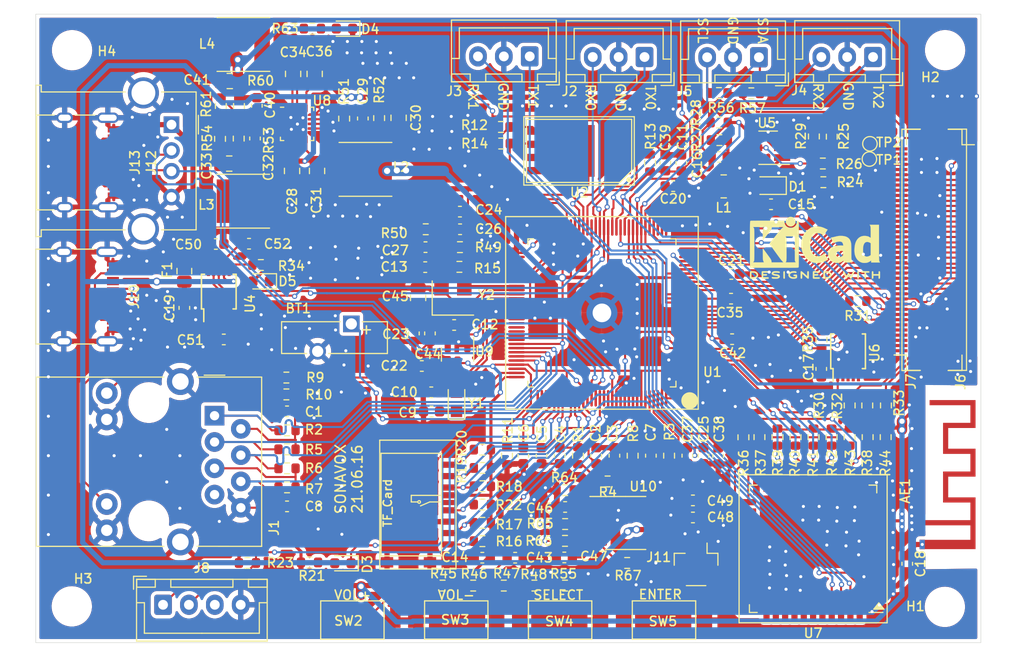
<source format=kicad_pcb>
(kicad_pcb (version 20210606) (generator pcbnew)
  (layers (0 "F.Cu" signal) (31 "B.Cu" signal) (34 "B.Paste" user) (35 "F.Paste" user) (36 "B.SilkS" user "B.Silkscreen") (37 "F.SilkS" user "F.Silkscreen") (38 "B.Mask" user) (39 "F.Mask" user) (44 "Edge.Cuts" user))
  (net 0 "")
  (net 1 "GND")
  (net 2 "Net-(BT1-Pad1)")
  (net 3 "Net-(C1-Pad2)")
  (net 4 "/CPU/HPVCCBP")
  (net 5 "/CPU/GNDA")
  (net 6 "/CPU/VRA2")
  (net 7 "/CPU/VRA1")
  (net 8 "Net-(C7-Pad1)")
  (net 9 "Net-(C6-Pad2)")
  (net 10 "/CPU/HPCOM")
  (net 11 "Net-(C8-Pad2)")
  (net 12 "/CPU/TWI0_SDA")
  (net 13 "Net-(C9-Pad2)")
  (net 14 "/CPU/TWI0_SCK")
  (net 15 "Net-(C10-Pad2)")
  (net 16 "Net-(AE1-Pad2)")
  (net 17 "/CPU/EPHY_SPD_LED")
  (net 18 "/CPU/EPHY_LINK_LED")
  (net 19 "/CPU/EPHY_RXN")
  (net 20 "/CPU/EPHY_TXN")
  (net 21 "/CPU/EPHY_RXP")
  (net 22 "/CPU/EPHY_TXP")
  (net 23 "/LCD/LCD_LEDK")
  (net 24 "/LCD/LCD_LEDA")
  (net 25 "/CPU/UART0_TX")
  (net 26 "Net-(L2-Pad2)")
  (net 27 "/CPU/SZQ")
  (net 28 "/CPU/UART0_RX")
  (net 29 "/CPU/UART1_TX")
  (net 30 "/CPU/UART2_TX")
  (net 31 "/CPU/UART2_RX")
  (net 32 "Net-(C12-Pad2)")
  (net 33 "Net-(C13-Pad2)")
  (net 34 "Net-(C32-Pad1)")
  (net 35 "Net-(C15-Pad1)")
  (net 36 "Net-(C46-Pad2)")
  (net 37 "Net-(D3-Pad2)")
  (net 38 "Net-(D4-Pad2)")
  (net 39 "Net-(J1-PadL1)")
  (net 40 "Net-(J1-PadL3)")
  (net 41 "/LCD/LCD_YT")
  (net 42 "/LCD/LCD_XL")
  (net 43 "/LCD/LCD_YB")
  (net 44 "/LCD/LCD_XR")
  (net 45 "Net-(L3-Pad2)")
  (net 46 "Net-(L4-Pad2)")
  (net 47 "Net-(C18-Pad1)")
  (net 48 "/CPU/LCD_D23")
  (net 49 "/CPU/LCD_D22")
  (net 50 "/CPU/LCD_D21")
  (net 51 "/CPU/LCD_D20")
  (net 52 "/CPU/LCD_D19")
  (net 53 "/CPU/LCD_D18")
  (net 54 "/CPU/LCD_D15")
  (net 55 "/CPU/LCD_D14")
  (net 56 "/CPU/LCD_D13")
  (net 57 "/CPU/LCD_D12")
  (net 58 "/CPU/LCD_D11")
  (net 59 "/CPU/LCD_D10")
  (net 60 "/CPU/LCD_D7")
  (net 61 "/CPU/SDC0_D1")
  (net 62 "/CPU/SDC0_D0")
  (net 63 "/CPU/SDC0_CMD")
  (net 64 "/CPU/SDC0_D3")
  (net 65 "/CPU/SDC0_D2")
  (net 66 "Net-(C29-Pad1)")
  (net 67 "/CPU/SPI_MISO")
  (net 68 "/CPU/SPI_CLK")
  (net 69 "/CPU/SPI_CS")
  (net 70 "/CPU/SPI_MOSI")
  (net 71 "/CPU/SDC0_CLK")
  (net 72 "/CPU/SDC1_D1")
  (net 73 "/CPU/SDC1_D3")
  (net 74 "/CPU/SDC1_D0")
  (net 75 "/CPU/SDC1_D2")
  (net 76 "/CPU/LCD_D6")
  (net 77 "/CPU/LCD_D5")
  (net 78 "/CPU/LCD_D4")
  (net 79 "/CPU/LCD_D3")
  (net 80 "/CPU/LCD_D2")
  (net 81 "/CPU/LCD_VSYNC")
  (net 82 "/CPU/LCD_HSYNC")
  (net 83 "/CPU/LCD_DE")
  (net 84 "/CPU/LCD_PWM")
  (net 85 "/CPU/SDC1_CLK")
  (net 86 "/CPU/SDC1_CMD")
  (net 87 "Net-(C40-Pad1)")
  (net 88 "Net-(C47-Pad1)")
  (net 89 "Net-(C47-Pad2)")
  (net 90 "Net-(D1-Pad2)")
  (net 91 "Net-(J6-Pad35)")
  (net 92 "Net-(J6-Pad36)")
  (net 93 "Net-(J7-Pad6)")
  (net 94 "/CPU/HPCOMFB")
  (net 95 "Net-(R11-Pad1)")
  (net 96 "Net-(R35-Pad1)")
  (net 97 "/Audio/HPOUT_R")
  (net 98 "/Audio/HPOUT_L")
  (net 99 "/CPU/UART1_RX")
  (net 100 "+5V")
  (net 101 "+1V2")
  (net 102 "+1V8")
  (net 103 "+3V0")
  (net 104 "Net-(R26-Pad2)")
  (net 105 "Net-(R36-Pad1)")
  (net 106 "Net-(R37-Pad2)")
  (net 107 "Net-(R38-Pad1)")
  (net 108 "Net-(R64-Pad2)")
  (net 109 "SVREF")
  (net 110 "/CPU/PF6")
  (net 111 "Net-(F1-Pad1)")
  (net 112 "Net-(C50-Pad1)")
  (net 113 "Net-(D5-Pad2)")
  (net 114 "Net-(R34-Pad1)")
  (net 115 "+3V3")
  (net 116 "/CPU/LRADC")
  (net 117 "Net-(J10-PadA6)")
  (net 118 "Net-(R46-Pad2)")
  (net 119 "Net-(R47-Pad2)")
  (net 120 "Net-(R48-Pad2)")
  (net 121 "Net-(R55-Pad2)")
  (net 122 "Net-(J10-PadA7)")
  (net 123 "/CPU/UART2_RTS")
  (net 124 "/CPU/UART2_CTS")
  (net 125 "Net-(J11-Pad1)")
  (net 126 "Net-(J11-Pad2)")
  (net 127 "/CPU/LCD_CLK")
  (net 128 "/CPU/USB_D-")
  (net 129 "/CPU/USB_D+")
  (net 130 "/CPU/PE20")
  (net 131 "/CPU/TP_INIT")
  (footprint "Capacitor_SMD:C_0603_1608Metric" (layer "F.Cu") (at 91.8718 63.3984)
    (fp_text reference "C52")
    (fp_text value "0.1uF")
  )
  (footprint "MyLib:WSON-8_8x6mm" (layer "F.Cu") (at 123.7488 54.4322 180)
    (fp_text reference "U2")
    (fp_text value "W25Q128JVS")
  )
  (footprint "Resistor_SMD:R_0603_1608Metric" (layer "F.Cu") (at 91.7194 94.234 180)
    (fp_text reference "R23")
    (fp_text value "10K")
  )
  (footprint "Resistor_SMD:R_0603_1608Metric" (layer "F.Cu") (at 147.3454 57.4548 180)
    (fp_text reference "R24")
    (fp_text value "0R")
  )
  (footprint "Inductor_SMD:L_Taiyo-Yuden_MD-5050" (layer "F.Cu") (at 91.332 44.1516)
    (fp_text reference "L4")
    (fp_text value "2.2uH")
  )
  (footprint "Connector_JST:JST_XH_B3B-XH-A_1x03_P2.50mm_Vertical" (layer "F.Cu") (at 141.1224 45.3898 180)
    (fp_text reference "J5")
    (fp_text value "I2C0")
  )
  (footprint "Resistor_SMD:R_0603_1608Metric" (layer "F.Cu") (at 148.1582 53.0606 -90)
    (fp_text reference "R25")
    (fp_text value "120K")
  )
  (footprint "Resistor_SMD:R_0603_1608Metric" (layer "F.Cu") (at 89.1476 50.0952 -90)
    (fp_text reference "R61")
    (fp_text value "150K")
  )
  (footprint "Resistor_SMD:R_0603_1608Metric" (layer "F.Cu") (at 95.5418 86.929685 180)
    (fp_text reference "R7")
    (fp_text value "49.9")
  )
  (footprint "Capacitor_SMD:C_0603_1608Metric" (layer "F.Cu") (at 95.5418 79.585457)
    (fp_text reference "C1")
    (fp_text value "0.1uF")
  )
  (footprint "RF_Antenna:Texas_SWRA117D_2.4GHz_Left" (layer "F.Cu") (at 156.8958 90.3478 -90)
    (fp_text reference "AE1")
    (fp_text value "Antenna_Chip")
  )
  (footprint "Connector_JST:JST_SH_BM02B-SRSS-TB_1x02-1MP_P1.00mm_Vertical" (layer "F.Cu") (at 135.0518 94.4118 180)
    (fp_text reference "J11")
    (fp_text value "Audio")
  )
  (footprint "MountingHole:MountingHole_3.2mm_M3" (layer "F.Cu") (at 159.1056 44.704)
    (fp_text reference "H2")
    (fp_text value "MountingHole_Pad")
  )
  (footprint "Resistor_SMD:R_0603_1608Metric" (layer "F.Cu") (at 95.5418 81.421514 180)
    (fp_text reference "R2")
    (fp_text value "49.9")
  )
  (footprint "Resistor_SMD:R_0603_1608Metric" (layer "F.Cu") (at 114.4113 88.59012 180)
    (fp_text reference "R22")
    (fp_text value "10K")
  )
  (footprint "Capacitor_SMD:C_0805_2012Metric" (layer "F.Cu") (at 106.318 51.2382 -90)
    (fp_text reference "C30")
    (fp_text value "10uF")
  )
  (footprint "LED_SMD:LED_0603_1608Metric" (layer "F.Cu") (at 100.9395 94.2594 180)
    (fp_text reference "D3")
    (fp_text value "LED_Small")
  )
  (footprint "Capacitor_SMD:C_0603_1608Metric" (layer "F.Cu") (at 121.88444 83.8708 90)
    (fp_text reference "C4")
    (fp_text value "4.7uF")
  )
  (footprint "Resistor_SMD:R_0603_1608Metric" (layer "F.Cu") (at 151.5872 79.0194 90)
    (fp_text reference "R32")
    (fp_text value "10K")
  )
  (footprint "Connector_JST:JST_XH_B3B-XH-A_1x03_P2.50mm_Vertical" (layer "F.Cu") (at 130.0734 45.3644 180)
    (fp_text reference "J2")
    (fp_text value "UART0")
  )
  (footprint "Connector_FFC-FPC:Hirose_FH12-40S-0.5SH_1x40-1MP_P0.50mm_Horizontal" (layer "F.Cu") (at 156.672204 63.9826 90)
    (fp_text reference "J7")
    (fp_text value "LCD_RGB_40P")
  )
  (footprint "Button_Switch_SMD:SW_SPST_CK_RS282G05A3" (layer "F.Cu") (at 101.854 99.7458 180)
    (fp_text reference "SW2")
    (fp_text value "VOL+")
  )
  (footprint "Inductor_SMD:L_Taiyo-Yuden_MD-5050" (layer "F.Cu") (at 103.1176 56.2166 180)
    (fp_text reference "L2")
    (fp_text value "2.2uH")
  )
  (footprint "Resistor_SMD:R_0603_1608Metric" (layer "F.Cu") (at 112.2426 63.7286)
    (fp_text reference "R49")
    (fp_text value "2K")
  )
  (footprint "Connector_USB:USB_A_Molex_67643_Horizontal" (layer "F.Cu") (at 84.37941 51.897407 -90)
    (fp_text reference "J12")
    (fp_text value "USB_A")
  )
  (footprint "TestPoint:TestPoint_Pad_D1.0mm" (layer "F.Cu") (at 151.7904 55.2196)
    (fp_text reference "TP1")
    (fp_text value "LED_OUT")
  )
  (footprint "Capacitor_SMD:C_0603_1608Metric" (layer "F.Cu") (at 137.287 55.0164)
    (fp_text reference "C16")
    (fp_text value "10uF")
  )
  (footprint "Resistor_SMD:R_0603_1608Metric" (layer "F.Cu") (at 146.398344 82.0796 -90)
    (fp_text reference "R41")
    (fp_text value "10K")
  )
  (footprint "Capacitor_SMD:C_0603_1608Metric" (layer "F.Cu") (at 138.5316 72.6186)
    (fp_text reference "C42")
    (fp_text value "1uF")
  )
  (footprint "MyLib:V3S_LQFP-128_14x14_Pitch0.4mm" (layer "F.Cu") (at 125.9586 70.0786 180)
    (fp_text reference "U1")
    (fp_text value "V3S")
  )
  (footprint "Capacitor_SMD:C_0603_1608Metric" (layer "F.Cu") (at 109.4994 79.6036)
    (fp_text reference "C9")
    (fp_text value "10pF")
  )
  (footprint "Connector_USB:USB_C_Receptacle_XKB_U262-16XN-4BVC11" (layer "F.Cu") (at 75.1332 55.5498 -90)
    (fp_text reference "J13")
    (fp_text value "USB_C")
  )
  (footprint "Resistor_SMD:R_0603_1608Metric" (layer "F.Cu") (at 149.881772 82.0796 -90)
    (fp_text reference "R43")
    (fp_text value "10K")
  )
  (footprint "Capacitor_SMD:C_0603_1608Metric" (layer "F.Cu") (at 102.8636 51.3014 -90)
    (fp_text reference "C29")
    (fp_text value "18pF")
  )
  (footprint "Crystal:Crystal_SMD_3225-4Pin_3.2x2.5mm" (layer "F.Cu") (at 111.5646 68.6426)
    (fp_text reference "Y2")
    (fp_text value "24MHz")
  )
  (footprint "Capacitor_SMD:C_0805_2012Metric" (layer "F.Cu") (at 89.9604 55.6578)
    (fp_text reference "C33")
    (fp_text value "10uF")
  )
  (footprint "Resistor_SMD:R_0603_1608Metric" (layer "F.Cu") (at 112.1918 65.6336 180)
    (fp_text reference "R15")
    (fp_text value "240R")
  )
  (footprint "Capacitor_SMD:C_0603_1608Metric" (layer "F.Cu") (at 142.2908 59.5884 180)
    (fp_text reference "C15")
    (fp_text value "10uF")
  )
  (footprint "Capacitor_SMD:C_0603_1608Metric" (layer "F.Cu") (at 137.1854 83.8962 -90)
    (fp_text reference "C38")
    (fp_text value "1uF")
  )
  (footprint "Resistor_SMD:R_0603_1608Metric" (layer "F.Cu") (at 144.65663 82.0796 -90)
    (fp_text reference "R40")
    (fp_text value "10K")
  )
  (footprint "Button_Switch_SMD:SW_SPST_CK_RS282G05A3" (layer "F.Cu") (at 121.92 99.7458 180)
    (fp_text reference "SW4")
    (fp_text value "SELECT")
  )
  (footprint "Resistor_SMD:R_0603_1608Metric" (layer "F.Cu") (at 101.0602 51.3144 90)
    (fp_text reference "R51")
    (fp_text value "82.5K")
  )
  (footprint "Resistor_SMD:R_0603_1608Metric" (layer "F.Cu") (at 130.6068 55.6006 -90)
    (fp_text reference "R13")
    (fp_text value "10K")
  )
  (footprint "Capacitor_SMD:C_0603_1608Metric" (layer "F.Cu") (at 134.747 89.8398 180)
    (fp_text reference "C48")
    (fp_text value "1uF")
  )
  (footprint "Capacitor_SMD:C_0603_1608Metric" (layer "F.Cu") (at 138.43 68.707)
    (fp_text reference "C35")
    (fp_text value "1uF")
  )
  (footprint "Capacitor_SMD:C_0603_1608Metric" (layer "F.Cu") (at 132.08 55.5752 90)
    (fp_text reference "C39")
    (fp_text value "1uF")
  )
  (footprint "Fuse:Fuse_0805_2012Metric_Pad1.15x1.40mm_HandSolder" (layer "F.Cu") (at 85.6234 66.04 -90)
    (fp_text reference "F1")
    (fp_text value "2A")
  )
  (footprint "MountingHole:MountingHole_3.2mm_M3" (layer "F.Cu") (at 74.7522 98.425)
    (fp_text reference "H3")
    (fp_text value "MountingHole_Pad")
  )
  (footprint "MountingHole:MountingHole_3.2mm_M3" (layer "F.Cu") (at 74.7776 44.704)
    (fp_text reference "H4")
    (fp_text value "MountingHole_Pad")
  )
  (footprint "Inductor_SMD:L_Taiyo-Yuden_MD-5050" (layer "F.Cu") (at 91.3032 59.29)
    (fp_text reference "L3")
    (fp_text value "2.2uH")
  )
  (footprint "Connector_USB:USB_C_Receptacle_XKB_U262-16XN-4BVC11" (layer "F.Cu") (at 75.057 68.5038 -90)
    (fp_text reference "J10")
    (fp_text value "USB_C")
  )
  (footprint "Resistor_SMD:R_0603_1608Metric" (layer "F.Cu") (at 128.397 94.234)
    (fp_text reference "R67")
    (fp_text value "20K")
  )
  (footprint "Capacitor_SMD:C_0603_1608Metric" (layer "F.Cu") (at 92.6274 50.0698 90)
    (fp_text reference "C40")
    (fp_text value "18pF")
  )
  (footprint "Capacitor_SMD:C_0603_1608Metric" (layer "F.Cu") (at 111.6838 71.247 180)
    (fp_text reference "C12")
    (fp_text value "12pF")
  )
  (footprint "Battery:Battery_Panasonic_CR1025-VSK_Vertical_CircularHoles" (layer "F.Cu") (at 101.7518 71.1412 180)
    (fp_text reference "BT1")
    (fp_text value "CR2032")
  )
  (footprint "Capacitor_SMD:C_0603_1608Metric" (layer "F.Cu") (at 132.842 57.8358 180)
    (fp_text reference "C20")
    (fp_text value "1uF")
  )
  (footprint "Resistor_SMD:R_0603_1608Metric" (layer "F.Cu") (at 146.431 53.0352 90)
    (fp_text reference "R29")
    (fp_text value "4.7K")
  )
  (footprint "Resistor_SMD:R_0603_1608Metric" (layer "F.Cu") (at 128.92532 83.8708 -90)
    (fp_text reference "R8")
    (fp_text value "33R")
  )
  (footprint "Resistor_SMD:R_0603_1608Metric" (layer "F.Cu") (at 122.4026 90.4748)
    (fp_text reference "R65")
    (fp_text value "20K")
  )
  (footprint "Resistor_SMD:R_0603_1608Metric" (layer "F.Cu") (at 140.3858 48.8696 180)
    (fp_text reference "R57")
    (fp_text value "10K")
  )
  (footprint "Resistor_SMD:R_0603_1608Metric" (layer "F.Cu") (at 151.623486 82.0796 -90)
    (fp_text reference "R44")
    (fp_text value "10K")
  )
  (footprint "Capacitor_SMD:C_0805_2012Metric" (layer "F.Cu") (at 90.0112 47.6822)
    (fp_text reference "C41")
    (fp_text value "10uF")
  )
  (footprint "Resistor_SMD:R_0603_1608Metric" (layer "F.Cu") (at 114.4113 83.2866)
    (fp_text reference "R20")
    (fp_text value "10K")
  )
  (footprint "Package_SO:MSOP-10_3x3mm_P0.5mm" (layer "F.Cu") (at 88.9508 68.0212 90)
    (fp_text reference "U4")
    (fp_text value "CH340E")
  )
  (footprint "Resistor_SMD:R_0603_1608Metric" (layer "F.Cu") (at 149.8854 79.0194 90)
    (fp_text reference "R30")
    (fp_text value "10K")
  )
  (footprint "Capacitor_SMD:C_0805_2012Metric" (layer "F.Cu") (at 96.0276 56.369 90)
    (fp_text reference "C28")
    (fp_text value "10uF")
  )
  (footprint "Resistor_SMD:R_0603_1608Metric" (layer "F.Cu") (at 90.8748 53.2448 90)
    (fp_text reference "R53")
    (fp_text value "200K")
  )
  (footprint "Capacitor_SMD:C_0805_2012Metric" (layer "F.Cu") (at 98.212 46.9964 -90)
    (fp_text reference "C36")
    (fp_text value "10uF")
  )
  (footprint "Resistor_SMD:R_0603_1608Metric" (layer "F.Cu") (at 114.4113 90.35796)
    (fp_text reference "R17")
    (fp_text value "10K")
  )
  (footprint "Capacitor_SMD:C_0603_1608Metric" (layer "F.Cu") (at 122.4026 88.8238)
    (fp_text reference "C46")
    (fp_text value "0.1uF")
  )
  (footprint "Package_DFN_QFN:QFN-20-1EP_3x3mm_P0.45mm_EP1.6x1.6mm" (layer "F.Cu") (at 96.5136 51.8224)
    (fp_text reference "U8")
    (fp_text value "EA3036")
  )
  (footprint "Resistor_SMD:R_0603_1608Metric" (layer "F.Cu") (at 95.5418 83.257571 180)
    (fp_text reference "R5")
    (fp_text value "49.9")
  )
  (footprint "Capacitor_SMD:C_0603_1608Metric" (layer "F.Cu") (at 122.3264 93.7006)
    (fp_text reference "C47")
    (fp_text value "1uF")
  )
  (footprint "Capacitor_SMD:C_0805_2012Metric" (layer "F.Cu") (at 96.1292 46.9964 -90)
    (fp_text reference "C34")
    (fp_text value "10uF")
  )
  (footprint "Resistor_SMD:R_0603_1608Metric" (layer "F.Cu") (at 153.3652 82.0796 90)
    (fp_text reference "R38")
    (fp_text value "100K")
  )
  (footprint "Diode_SMD:D_SOD-323" (layer "F.Cu") (at 142.2654 57.785 180)
    (fp_text reference "D1")
    (fp_text value "1N5819")
  )
  (footprint "Crystal:Crystal_SMD_2012-2Pin_2.0x1.2mm_HandSoldering" (layer "F.Cu") (at 111.9124 78.6892 90)
    (fp_text reference "Y1")
    (fp_text value "32.768KHz")
  )
  (footprint "Resistor_SMD:R_0603_1608Metric" (layer "F.Cu") (at 122.4026 87.1982)
    (fp_text reference "R64")
    (fp_text value "20K")
  )
  (footprint "Capacitor_SMD:C_0603_1608Metric" (layer "F.Cu") (at 135.763 83.8708 -90)
    (fp_text reference "C25")
    (fp_text value "1uF")
  )
  (footprint "Capacitor_SMD:C_0603_1608Metric" (layer "F.Cu") (at 117.5766 93.726)
    (fp_text reference "C43")
    (fp_text value "0.1uF")
  )
  (footprint "Resistor_SMD:R_0603_1608Metric" (layer "F.Cu") (at 97.9932 42.6212)
    (fp_text reference "R63")
    (fp_text value "2K")
  )
  (footprint "Connector_JST:JST_XH_B4B-XH-A_1x04_P2.50mm_Vertical" (layer "F.Cu") (at 83.566 98.2726)
    (fp_text reference "J8")
    (fp_text value "DHT")
  )
  (footprint "Resistor_SMD:R_0603_1608Metric" (layer "F.Cu") (at 104.4384 51.2636 -90)
    (fp_text reference "R52")
    (fp_text value "100K")
  )
  (footprint "Resistor_SMD:R_0603_1608Metric" (layer "F.Cu") (at 153.3906 79.0194 -90)
    (fp_text reference "R33")
    (fp_text value "10K")
  )
  (footprint "Resistor_SMD:R_0603_1608Metric" (layer "F.Cu") (at 116.205 52.1208 180)
    (fp_text reference "R12")
    (fp_text value "10K")
  )
  (footprint "Capacitor_SMD:C_0603_1608Metric" (layer "F.Cu") (at 109.474 77.7494)
    (fp_text reference "C10")
    (fp_text value "10pF")
  )
  (footprint "MountingHole:MountingHole_3.2mm_M3" (layer "F.Cu") (at 159.0802 98.4758)
    (fp_text reference "H1")
    (fp_text value "MountingHole_Pad")
  )
  (footprint "Capacitor_SMD:C_0603_1608Metric" (layer "F.Cu") (at 108.5596 75.2094)
    (fp_text reference "C22")
    (fp_text value "1uF")
  )
  (footprint "Resistor_SMD:R_0603_1608Metric" (layer "F.Cu") (at 95.4786 77.9526 180)
    (fp_text reference "R10")
    (fp_text value "1K")
  )
  (footprint "Capacitor_SMD:C_0603_1608Metric" (layer "F.Cu") (at 134.747 88.1888 180)
    (fp_text reference "C49")
    (fp_text value "10uF")
  )
  (footprint "Capacitor_SMD:C_0805_2012Metric" (layer "F.Cu") (at 108.204 68.6308 90)
    (fp_text reference "C45")
    (fp_text value "10uF")
  )
  (footprint "Package_SO:MSOP-10_3x3mm_P0.5mm" (layer "F.Cu") (at 149.733 73.787 90)
    (fp_text reference "U6")
    (fp_text value "NS2009")
  )
  (footprint "Capacitor_SMD:C_0603_1608Metric" (layer "F.Cu") (at 130.68554 83.8708 -90)
    (fp_text reference "C7")
    (fp_text value "0.1uF")
  )
  (footprint "Capacitor_SMD:C_0603_1608Metric" (layer "F.Cu") (at 107.7976 72.0598 90)
    (fp_text reference "C23")
    (fp_text value "1uF")
  )
  (footprint "Resistor_SMD:R_0603_1608Metric" (layer "F.Cu") (at 114.4113 85.05444)
    (fp_text reference "R19")
    (fp_text value "10K")
  )
  (footprint "Capacitor_SMD:C_0603_1608Metric" (layer "F.Cu") (at 85.6234 69.596 90)
    (fp_text reference "C19")
    (fp_text value "10uF")
  )
  (footprint "Resistor_SMD:R_0603_1608Metric" (layer "F.Cu") (at 110.5662 96.4184 180)
    (fp_text reference "R45")
    (fp_text value "100K")
  )
  (footprint "Capacitor_SMD:C_0603_1608Metric" (layer "F.Cu") (at 88.6714 63.4238)
    (fp_text reference "C50")
    (fp_text value "1uF")
  )
  (footprint "Capacitor_SMD:C_0805_2012Metric" (layer "F.Cu") (at 98.4406 56.369 90)
    (fp_text reference "C31")
    (fp_text value "10uF")
  )
  (footprint "Resistor_SMD:R_0603_1608Metric" (layer "F.Cu") (at 114.4113 86.82228)
    (fp_text reference "R18")
    (fp_text value "10K")
  )
  (footprint "Resistor_SMD:R_0603_1608Metric" (layer "F.Cu") (at 116.2304 53.721 180)
    (fp_text reference "R14")
    (fp_text value "10K")
  )
  (footprint "Connector_JST:JST_XH_B3B-XH-A_1x03_P2.50mm_Vertical" (layer "F.Cu") (at 152.146 45.3644 180)
    (fp_text reference "J4")
    (fp_text value "UART2")
  )
  (footprint "Resistor_SMD:R_0603_1608Metric" (layer "F.Cu") (at 126.5052 86.36)
    (fp_text reference "R4")
    (fp_text value "0R")
  )
  (footprint "Capacitor_SMD:C_0603_1608Metric" (layer "F.Cu") (at 89.4334 72.644 180)
    (fp_text reference "C51")
    (fp_text value "1uF")
  )
  (footprint "Capacitor_SMD:C_0603_1608Metric" (layer "F.Cu") (at 138.4554 66.3194 180)
    (fp_text reference "C21")
    (fp_text value "1uF")
  )
  (footprint "Capacitor_SMD:C_0603_1608Metric" (layer "F.Cu") (at 147.1422 75.4888 90)
    (fp_text reference "C17")
    (fp_text value "1uF")
  )
  (footprint "LED_SMD:LED_0603_1608Metric" (layer "F.Cu") (at 93.0402 67.0306 180)
    (fp_text reference "D5")
    (fp_text value "LED_Small")
  )
  (footprint "Capacitor_SMD:C_0603_1608Metric" (layer "F.Cu") (at 120.12422 83.8708 -90)
    (fp_text reference "C5")
    (fp_text value "1uF")
  )
  (footprint "Resistor_SMD:R_0603_1608Metric" (layer "F.Cu") (at 114.4113 92.1258)
    (fp_text reference "R16")
    (fp_text value "10K")
  )
  (footprint "LED_SMD:LED_0603_1608Metric" (layer "F.Cu") (at 101.092 42.6212 180)
    (fp_text reference "D4")
    (fp_text value "LED_Small")
  )
  (footprint "Connector_FFC-FPC:Hirose_FH12-40S-0.5SH_1x40-1MP_P0.50mm_Horizontal" (layer "F.Cu") (at 159.4358 63.9946 -90)
    (fp_text reference "J6")
    (fp_text value "LCD_RGB_40P")
  )
  (footprint "Resistor_SMD:R_0603_1608Metric" (layer "F.Cu") (at 132.44576 83.8708 90)
    (fp_text reference "R3")
    (fp_text value "0R")
  )
  (footprint "Resistor_SMD:R_0603_1608Metric" (layer "F.Cu") (at 122.3904 96.4184)
    (fp_text reference "R55")
    (fp_text value "11K")
  )
  (footprint "Capacitor_SMD:C_0603_1608Metric" (layer "F.Cu") (at 108.8898 65.659)
    (fp_text reference "C13")
    (fp_text value "12pF")
  )
  (footprint "Capacitor_SMD:C_0603_1608Metric" (layer "F.Cu") (at 133.6294 55.6006 90)
    (fp_text reference "C11")
    (fp_text value "0.1uF")
  )
  (footprint "Resistor_SMD:R_0603_1608Metric" (layer "F.Cu") (at 147.1676 72.6694 -90)
    (fp_text reference "R35")
    (fp_text value "0R")
  )
  (footprint "Capacitor_SMD:C_0603_1608Metric" (layer "F.Cu") (at 112.2426 60.2996)
    (fp_text reference "C24")
    (fp_text value "1uF")
  )
  (footprint "Connector_JST:JST_XH_B3B-XH-A_1x03_P2.50mm_Vertical" (layer "F.Cu") (at 118.9844 45.3052 180)
    (fp_text reference "J3")
    (fp_text value "UART1")
  )
  (footprint "Resistor_SMD:R_0603_1608Metric" (layer "F.Cu") (at 93.0148 65.4558)
    (fp_text reference "R34")
    (fp_text value "2K")
  )
  (footprint "Symbol:KiCad-Logo2_5mm_SilkScreen" (layer "F.Cu") (at 146.5326 63.7794)
    (fp_text reference "REF**" hide)
    (fp_text value "KiCad-Logo2_5mm_SilkScreen" hide)
  )
  (footprint "Resistor_SMD:R_0603_1608Metric" (layer "F.Cu") (at 148.140058 82.0796 -90)
    (fp_text reference "R42")
    (fp_text value "10K")
  )
  (footprint "Capacitor_SMD:C_0603_1608Metric" (layer "F.Cu") (at 109.347 72.0598 90)
    (fp_text reference "C44")
    (fp_text value "0.1uF")
  )
  (footprint "Resistor_SMD:R_0603_1608Metric" (layer "F.Cu") (at 137.287 51.689 180)
    (fp_text reference "R28")
    (fp_text value "1M")
  )
  (footprint "Capacitor_SMD:C_0603_1608Metric" (layer "F.Cu") (at 108.9152 63.7286)
    (fp_text reference "C27")
    (fp_text value "0.1uF")
  )
  (footprint "Resistor_SMD:R_0603_1608Metric" (layer "F.Cu") (at 89.0714 53.2702 -90)
    (fp_text reference "R54")
    (fp_text value "100K")
  )
  (footprint "Resistor_SMD:R_0603_1608Metric" (layer "F.Cu") (at 108.9406 62.0014)
    (fp_text reference "R50")
    (fp_text value "2K")
  )
  (footprint "Button_Switch_SMD:SW_SPST_CK_RS282G05A3" (layer "F.Cu") (at 131.953 99.7458 180)
    (fp_text reference "SW5")
    (fp_text value "START")
  )
  (footprint "Capacitor_SMD:C_0603_1608Metric" (layer "F.Cu") (at 127.1651 83.8708 -90)
    (fp_text reference "C3")
    (fp_text value "10uF")
  )
  (footprint "Capacitor_SMD:C_0603_1608Metric" (layer "F.Cu") (at 125.40488 83.8708 -90)
    (fp_text reference "C2")
    (fp_text value "0.1uF")
  )
  (footprint "Package_SO:SOP-8_3.9x4.9mm_P1.27mm" (layer "F.Cu") (at 128.2446 90.3732)
    (fp_text reference "U10")
    (fp_text value "LPA4890MSF")
  )
  (footprint "MyLib:TF_Slot_Mini" (layer "F.Cu") (at 111.0996 88.5952 90)
    (fp_text reference "U3" hide)
    (fp_text value "TF_Card")
  )
  (footprint "TestPoint:TestPoint_Pad_D1.0mm" (layer "F.Cu") (at 151.8412 53.7464)
    (fp_text reference "TP2")
    (fp_text value "LED_FB")
  )
  (footprint "Capacitor_SMD:C_0603_1608Metric" (layer "F.Cu") (at 114.4016 93.726 180)
    (fp_text reference "C14")
    (fp_text value "0.1uF")
  )
  (footprint "MyLib:RTL8723BS_Module" (layer "F.Cu") (at 146.3548 92.8624 180)
    (fp_text reference "U7")
    (fp_text value "RTL8723BS_Module")
  )
  (footprint "Resistor_SMD:R_0603_1608Metric" (layer "F.Cu") (at 119.43435 96.4184)
    (fp_text reference "R48")
    (fp_text value "10K")
  )
  (footprint "Resistor_SMD:R_0603_1608Metric" (layer "F.Cu") (at 97.7138 94.1832)
    (fp_text reference "R21")
    (fp_text value "1K")
  )
  (footprint "Button_Switch_SMD:SW_SPST_CK_RS282G05A3" (layer "F.Cu") (at 111.887 99.7458)
    (fp_text reference "SW3")
    (fp_text value "VOL-")
  )
  (footprint "Resistor_SMD:R_0603_1608Metric" (layer "F.Cu") (at 95.5418 85.093628 180)
    (fp_text reference "R6")
    (fp_text value "49.9")
  )
  (footprint "Resistor_SMD:R_0603_1608Metric" (layer "F.Cu") (at 113.52225 96.4184)
    (fp_text reference "R46")
    (fp_text value "6.8K")
  )
  (footprint "Capacitor_SMD:C_0603_1608Metric" (layer "F.Cu") (at 134.20598 83.8708 -90)
    (fp_text reference "C37")
    (fp_text value "1uF")
  )
  (footprint "Resistor_SMD:R_0603_1608Metric" (layer "F.Cu") (at 147.2946 55.6514 180)
    (fp_text reference "R26")
    (fp_text value "0R")
  )
  (footprint "Resistor_SMD:R_0603_1608Metric" (layer "F.Cu") (at 137.2616 48.8442)
    (fp_text reference "R56")
    (fp_text value "10K")
  )
  (footprint "Package_TO_SOT_SMD:SOT-23-6_Handsoldering" (layer "F.Cu") (at 142.0114 54.1274 180)
    (fp_text reference "U5")
    (fp_text value "SY7201/SY7208ABC/LP3307")
  )
  (footprint "Capacitor_SMD:C_0603_1608Metric" (layer "F.Cu") (at 155.448 94.3102 90)
    (fp_text reference "C18")
    (fp_text value "33pF")
  )
  (footprint "Capacitor_SMD:C_0603_1608Metric" (layer "F.Cu") (at 95.5418 88.765742)
    (fp_text reference "C8")
    (fp_text value "0.1uF")
  )
  (footprint "Resistor_SMD:R_0603_1608Metric" (layer "F.Cu") (at 150.6728 68.9356 180)
    (fp_text reference "R31")
    (fp_text value "10K")
  )
  (footprint "Connector_RJ:RJ45_Bel_SI-60062-F" (layer "F.Cu") (at 88.539396 80.01 -90)
    (fp_text reference "J1")
    (fp_text value "RJ45_Bel_SI-60062-F")
  )
  (footprint "Capacitor_SMD:C_0603_1608Metric" (layer "F.Cu") (at 92.4496 53.2318 -90)
    (fp_text reference "C32")
    (fp_text value "18pF")
  )
  (footprint "Package_TO_SOT_SMD:SOT-23" (layer "F.Cu") (at 112.014 74.0918 -90)
    (fp_text reference "U9")
    (fp_text value "XC6206PxxxMR")
  )
  (footprint "Capacitor_SMD:C_0603_1608Metric" (layer "F.Cu") (at 118.364 83.8708 90)
    (fp_text reference "C6")
    (fp_text value "4.7uF")
  )
  (footprint "Resistor_SMD:R_0603_1608Metric" (layer "F.Cu") (at 137.3002 53.3908 180)
    (fp_text reference "R27")
    (fp_text value "10K")
  )
  (footprint "Resistor_SMD:R_0603_1608Metric" (layer "F.Cu") (at 139.6238 82.0928 90)
    (fp_text reference "R36")
    (fp_text value "100K")
  )
  (footprint "Inductor_SMD:L_1008_2520Metric" (layer "F.Cu") (at 137.7188 57.8612 180)
    (fp_text reference "L1")
    (fp_text value "2.2uH")
  )
  (footprint "Resistor_SMD:R_0603_1608Metric" (layer "F.Cu") (at 116.4783 96.4184)
    (fp_text reference "R47")
    (fp_text value "8.2K")
  )
  (footprint "Resistor_SMD:R_0603_1608Metric" (layer "F.Cu") (at 95.4786 76.327 180)
    (fp_text reference "R9")
    (fp_text value "1K")
  )
  (footprint "Resistor_SMD:R_0603_1608Metric" (layer "F.Cu") (at 141.1732 82.0796 -90)
    (fp_text reference "R37")
    (fp_text value "10K")
  )
  (footprint "Resistor_SMD:R_0603_1608Metric" (layer "F.Cu") (at 122.3894 92.1004)
    (fp_text reference "R66")
    (fp_text value "20K")
  )
  (footprint "Resistor_SMD:R_0603_1608Metric" (layer "F.Cu") (at 142.914916 82.0796 -90)
    (fp_text reference "R39")
    (fp_text value "10K")
  )
  (footprint "Resistor_SMD:R_0603_1608Metric" (layer "F.Cu") (at 90.9002 50.0952 -90)
    (fp_text reference "R60")
    (fp_text value "680K")
  )
  (footprint "Resistor_SMD:R_0603_1608Metric" (layer "F.Cu") (at 123.64466 83.8708 -90)
    (fp_text reference "R1")
    (fp_text value "200K")
  )
  (footprint "Capacitor_SMD:C_0603_1608Metric" (layer "F.Cu") (at 112.2556 62.0014)
    (fp_text reference "C26")
    (fp_text value "0.1uF")
  )
  (footprint "Resistor_SMD:R_0603_1608Metric" (layer "F.Cu") (at 116.7892 83.8708 -90)
    (fp_text reference "R11")
    (fp_text value "6K 1%")
  )
  (gr_poly (pts (xy 90.7542 45.2374) (xy 90.7796 46.2026) (xy 89.789 46.101) (xy 89.9668 44.958)) (layer "F.Cu") (width 0.2) (fill solid))
  (gr_poly (pts (xy 93.726 47.8282) (xy 95.7072 50.0634) (xy 95.7072 50.7492) (xy 93.726 49.1998) (xy 92.6338 48.1838) (xy 92.4814 45.847) (xy 93.0402 45.4914) (xy 93.8022 45.5676)) (layer "F.Cu") (width 0.2) (fill solid))
  (gr_poly (pts (xy 101.981 54.1274) (xy 101.981 55.118) (xy 100.6348 55.118) (xy 97.6376 52.7304) (xy 97.6122 52.6034) (xy 99.0092 52.6034)) (layer "F.Cu") (width 0.2) (fill solid))
  (gr_poly (pts (xy 95.6564 53.6702) (xy 95.504 54.0512) (xy 93.8022 57.4548) (xy 92.456687 57.428695) (xy 92.431287 55.574495) (xy 94.742 53.2384) (xy 95.6564 53.1876)) (layer "F.Cu") (width 0.2) (fill solid))
  (gr_rect (start 71.2724 41.2242) (end 162.56 101.9302) (layer "Edge.Cuts") (width 0.05) (fill none))
  (gr_text "TX2\n\nGND\n\nRX2" (at 149.733 49.1744 270) (layer "F.SilkS") (effects (font (size 0.9 0.9))))
  (gr_text "SELECT" (at 121.7422 97.3328) (layer "F.SilkS") (effects (font (size 0.9 0.9))))
  (gr_text "TX0\n\nGND\n\nRX0" (at 127.7366 49.276 270) (layer "F.SilkS") (effects (font (size 0.9 0.9))))
  (gr_text "TX1\n\nGND\n\nRX1" (at 116.4082 49.1998 270) (layer "F.SilkS") (effects (font (size 0.9 0.9))))
  (gr_text "ENTER" (at 131.5974 97.282) (layer "F.SilkS") (effects (font (size 0.9 0.9))))
  (gr_text "VOL+" (at 101.8794 97.3328) (layer "F.SilkS") (effects (font (size 0.9 0.9))))
  (gr_text "VOL-" (at 111.887 97.3328) (layer "F.SilkS") (effects (font (size 0.9 0.9))))
  (gr_text "SDA\n\nGND\n\nSCL" (at 138.5824 42.799 270) (layer "F.SilkS") (effects (font (size 0.9 0.9))))
  (gr_text "SONAVOX\n21.06.16" (at 101.5238 86.1314 90) (layer "F.SilkS") (effects (font (size 1 1))))
  (segment (start 94.632542 88.9) (end 94.7668 88.765742) (width 0.2) (layer "F.Cu") (net 1))
  (segment (start 161.2858 64.7446) (end 158.5468 64.7446) (width 0.2) (layer "F.Cu") (net 1))
  (segment (start 88.9508 72.3516) (end 88.6584 72.644) (width 0.2) (layer "F.Cu") (net 1))
  (segment (start 107.987 99.7458) (end 105.754 99.7458) (width 0.2) (layer "F.Cu") (net 1))
  (segment (start 127.3302 86.29092) (end 128.92532 84.6958) (width 0.2) (layer "F.Cu") (net 1))
  (segment (start 127.5734 52.2518) (end 127.8488 52.5272) (width 0.2) (layer "F.Cu") (net 1))
  (segment (start 121.5776 88.7738) (end 121.6276 88.8238) (width 0.2) (layer "F.Cu") (net 1))
  (segment (start 161.2858 58.7446) (end 158.6032 58.7446) (width 0.2) (layer "F.Cu") (net 1))
  (segment (start 121.5776 87.1982) (end 121.5776 88.7738) (width 0.2) (layer "F.Cu") (net 1))
  (segment (start 161.2858 69.7446) (end 159.3558 69.7446) (width 0.2) (layer "F.Cu") (net 1))
  (segment (start 106.318 50.4632) (end 106.0638 50.4632) (width 0.3) (layer "F.Cu") (net 1))
  (segment (start 127.8488 52.5272) (end 129.807 52.5272) (width 0.2) (layer "F.Cu") (net 1))
  (segment (start 127.3302 87.503) (end 127.3302 86.36) (width 0.2) (layer "F.Cu") (net 1))
  (segment (start 154.2664 78.9686) (end 155.6512 78.9686) (width 0.2) (layer "F.Cu") (net 1))
  (segment (start 133.604 54.8002) (end 133.6294 54.8256) (width 0.2) (layer "F.Cu") (net 1))
  (segment (start 98.0178 52.2724) (end 98.0186 52.2732) (width 0.2) (layer "F.Cu") (net 1))
  (segment (start 154.822204 71.7326) (end 150.8786 71.7326) (width 0.2) (layer "F.Cu") (net 1))
  (segment (start 150.733 72.7108) (end 150.733 71.587) (width 0.2) (layer "F.Cu") (net 1))
  (segment (start 156.7516 68.2326) (end 156.7688 68.2498) (width 0.2) (layer "F.Cu") (net 1))
  (segment (start 161.2858 60.7446) (end 158.4828 60.7446) (width 0.2) (layer "F.Cu") (net 1))
  (segment (start 94.6358 50.9224) (end 93.853 50.1396) (width 0.2) (layer "F.Cu") (net 1))
  (segment (start 154.822204 56.2326) (end 154.822204 56.7326) (width 0.2) (layer "F.Cu") (net 1))
  (segment (start 116.7892 84.6958) (end 118.314 84.6958) (width 0.2) (layer "F.Cu") (net 1))
  (segment (start 158.4828 60.7446) (end 158.4706 60.7568) (width 0.2) (layer "F.Cu") (net 1))
  (segment (start 153.3906 79.8444) (end 154.2664 78.9686) (width 0.2) (layer "F.Cu") (net 1))
  (segment (start 127.3302 86.36) (end 127.3302 86.29092) (width 0.2) (layer "F.Cu") (net 1))
  (segment (start 130.8696 89.7382) (end 129.5654 89.7382) (width 0.2) (layer "F.Cu") (net 1))
  (segment (start 95.0636 50.9224) (end 94.6358 50.9224) (width 0.2) (layer "F.Cu") (net 1))
  (segment (start 97.9636 50.9224) (end 98.2518 50.9224) (width 0.2) (layer "F.Cu") (net 1))
  (segment (start 154.822204 55.2326) (end 153.4538 55.2326) (width 0.2) (layer "F.Cu") (net 1))
  (segment (start 156.602 56.7326) (end 156.8196 56.515) (width 0.2) (layer "F.Cu") (net 1))
  (segment (start 161.2858 66.7446) (end 158.6418 66.7446) (width 0.2) (layer "F.Cu") (net 1))
  (segment (start 111.3668 65.6336) (end 111.3668 66.8904) (width 0.2) (layer "F.Cu") (net 1))
  (segment (start 147.1422 74.7138) (end 148.6792 74.7138) (width 0.2) (layer "F.Cu") (net 1))
  (segment (start 99.8156 51.8224) (end 99.9744 51.6636) (width 0.2) (layer "F.Cu") (net 1))
  (segment (start 156.2568 64.2326) (end 156.5148 64.4906) (width 0.2) (layer "F.Cu") (net 1))
  (segment (start 141.445 95.5624) (end 141.4526 95.5548) (width 0.3) (layer "F.Cu") (net 1))
  (segment (start 129.5654 89.7382) (end 127.3302 87.503) (width 0.2) (layer "F.Cu") (net 1))
  (segment (start 161.2858 55.7446) (end 161.2858 56.7446) (width 0.2) (layer "F.Cu") (net 1))
  (segment (start 159.2424 54.2446) (end 158.3182 55.1688) (width 0.2) (layer "F.Cu") (net 1))
  (segment (start 142.5956 54.1274) (end 142.0114 53.5432) (width 0.2) (layer "F.Cu") (net 1))
  (segment (start 156.8958 90.3478) (end 155.8798 90.3478) (width 0.2) (layer "F.Cu") (net 1))
  (segment (start 97.9636 52.2724) (end 99.8466 52.2724) (width 0.2) (layer "F.Cu") (net 1))
  (segment (start 154.822204 64.2326) (end 156.2568 64.2326) (width 0.2) (layer "F.Cu") (net 1))
  (segment (start 96.0276 57.319) (end 98.4406 57.319) (width 0.2) (layer "F.Cu") (net 1))
  (segment (start 112.1646 69.4926) (end 112.6646 69.4926) (width 0.2) (layer "F.Cu") (net 1))
  (segment (start 97.9636 52.2724) (end 98.0178 52.2724) (width 0.2) (layer "F.Cu") (net 1))
  (segment (start 161.2858 54.2446) (end 161.2858 54.7446) (width 0.2) (layer "F.Cu") (net 1))
  (segment (start 97.9636 51.8224) (end 97.9636 52.2724) (width 0.2) (layer "F.Cu") (net 1))
  (segment (start 143.3614 54.1274) (end 146.1638 54.1274) (width 0.2) (layer "F.Cu") (net 1))
  (segment (start 159.3558 69.7446) (end 159.3088 69.6976) (width 0.2) (layer "F.Cu") (net 1))
  (segment (start 158.4894 62.7446) (end 158.4706 62.7634) (width 0.2) (layer "F.Cu") (net 1))
  (segment (start 112.3973 73.1543) (end 112.1156 72.8726) (width 0.2) (layer "F.Cu") (net 1))
  (segment (start 112.964 73.1543) (end 112.3973 73.1543) (width 0.2) (layer "F.Cu") (net 1))
  (segment (start 95.0636 52.2724) (end 93.9554 52.2724) (width 0.2) (layer "F.Cu") (net 1))
  (segment (start 150.8786 71.7326) (end 150.733 71.587) (width 0.2) (layer "F.Cu") (net 1))
  (segment (start 99.0139 50.9224) (end 99.1662 50.9224) (width 0.2) (layer "F.Cu") (net 1))
  (segment (start 91.079396 88.9) (end 94.632542 88.9) (width 0.2) (layer "F.Cu") (net 1))
  (segment (start 98.2518 50.9224) (end 98.933 50.2412) (width 0.2) (layer "F.Cu") (net 1))
  (segment (start 96.1292 46.0464) (end 98.212 46.0464) (width 0.2) (layer "F.Cu") (net 1))
  (segment (start 127.3586 78.3286) (end 127.3586 79.145322) (width 0.2) (layer "F.Cu") (net 1))
  (segment (start 158.6418 66.7446) (end 158.5976 66.7004) (width 0.2) (layer "F.Cu") (net 1))
  (segment (start 110.4646 67.7926) (end 112.1646 69.4926) (width 0.2) (layer "F.Cu") (net 1))
  (segment (start 127.32532 83.0958) (end 128.92532 84.6958) (width 0.2) (layer "F.Cu") (net 1))
  (segment (start 160.392 56.2446) (end 160.02 56.6166) (width 0.2) (layer "F.Cu") (net 1))
  (segment (start 161.2858 62.7446) (end 158.4894 62.7446) (width 0.2) (layer "F.Cu") (net 1))
  (segment (start 152.6048 95.5624) (end 151.2646 95.5624) (width 0.3) (layer "F.Cu") (net 1))
  (segment (start 148.6792 74.7138) (end 148.8186 74.5744) (width 0.2) (layer "F.Cu") (net 1))
  (segment (start 97.9636 51.8224) (end 99.8156 51.8224) (width 0.2) (layer "F.Cu") (net 1))
  (segment (start 96.9636 50.3724) (end 96.9636 51.1166) (width 0.2) (layer "F.Cu") (net 1))
  (segment (start 93.8398 67.0185) (end 93.8277 67.0306) (width 0.2) (layer "F.Cu") (net 1))
  (segment (start 154.822204 60.2326) (end 156.2192 60.2326) (width 0.2) (layer "F.Cu") (net 1))
  (segment (start 128.01726 76.853218) (end 128.311925 76.853218) (width 0.2) (layer "F.Cu") (net 1))
  (segment (start 108.1156 62.0014) (end 108.1156 67.5924) (width 0.2) (layer "F.Cu") (net 1))
  (segment (start 89.1854 55.6578) (end 89.1854 54.2092) (width 0.2) (layer "F.Cu") (net 1))
  (segment (start 89.1854 54.2092) (end 89.0714 54.0952) (width 0.2) (layer "F.Cu") (net 1))
  (segment (start 159.194 68.7446) (end 159.1818 68.7324) (width 0.2) (layer "F.Cu") (net 1))
  (segment (start 156.2192 60.2326) (end 156.4386 60.452) (width 0.2) (layer "F.Cu") (net 1))
  (segment (start 149.9916 72.7456) (end 150.6982 72.7456) (width 0.2) (layer "F.Cu") (net 1))
  (segment (start 127.1651 83.0958) (end 125.40488 83.0958) (width 0.2) (layer "F.Cu") (net 1))
  (segment (start 161.2858 68.7446) (end 159.194 68.7446) (width 0.2) (layer "F.Cu") (net 1))
  (segment (start 127.3586 77.511878) (end 128.01726 76.853218) (width 0.2) (layer "F.Cu") (net 1))
  (segment (start 146.1638 54.1274) (end 146.431 53.8602) (width 0.2) (layer "F.Cu") (net 1))
  (segment (start 161.2858 56.2446) (end 160.392 56.2446) (width 0.2) (layer "F.Cu") (net 1))
  (segment (start 99.8466 52.2724) (end 100.076 52.5018) (width 0.2) (layer "F.Cu") (net 1))
  (segment (start 129.807 52.5272) (end 132.08 54.8002) (width 0.2) (layer "F.Cu") (net 1))
  (segment (start 94.4706 52.7224) (end 93.4974 53.6956) (width 0.2) (layer "F.Cu") (net 1))
  (segment (start 107.7846 75.2094) (end 107.7846 74.3972) (width 0.2) (layer "F.Cu") (net 1))
  (segment (start 107.7846 74.3972) (end 109.347 72.8348) (width 0.2) (layer "F.Cu") (net 1))
  (segment (start 93.9554 52.2724) (end 93.6244 52.6034) (width 0.2) (layer "F.Cu") (net 1))
  (segment (start 126.417722 80.0862) (end 126.3904 80.0862) (width 0.2) (layer "F.Cu") (net 1))
  (segment (start 153.4538 55.2326) (end 152.3746 56.3118) (width 0.2) (layer "F.Cu") (net 1))
  (segment (start 127.3586 78.3286) (end 127.3586 77.511878) (width 0.2) (layer "F.Cu") (net 1))
  (segment (start 99.1662 50.9224) (end 99.5045 50.5841) (width 0.2) (layer "F.Cu") (net 1))
  (segment (start 154.822204 64.2326) (end 154.822204 64.7326) (width 0.2) (layer "F.Cu") (net 1))
  (segment (start 88.9508 70.2212) (end 88.9508 72.3516) (width 0.2) (layer "F.Cu") (net 1))
  (segment (start 149.733 72.487) (end 149.9916 72.7456) (width 0.2) (layer "F.Cu") (net 1))
  (segment (start 135.6868 54.1912) (end 135.6868 52.4642) (width 0.2) (layer "F.Cu") (net 1))
  (segment (start 127.1651 83.0958) (end 127.32532 83.0958) (width 0.2) (layer "F.Cu") (net 1))
  (segment (start 150.6982 72.7456) (end 150.733 72.7108) (width 0.2) (layer "F.Cu") (net 1))
  (segment (start 154.822204 56.7326) (end 156.602 56.7326) (width 0.2) (layer "F.Cu") (net 1))
  (segment (start 135.6868 52.4642) (end 136.462 51.689) (width 0.2) (layer "F.Cu") (net 1))
  (segment (start 107.7976 72.8348) (end 109.347 72.8348) (width 0.2) (layer "F.Cu") (net 1))
  (segment (start 108.204 67.6808) (end 110.3528 67.6808) (width 0.2) (layer "F.Cu") (net 1))
  (segment (start 154.822204 68.2326) (end 156.7516 68.2326) (width 0.2) (layer "F.Cu") (net 1))
  (segment (start 96.9636 51.1166) (end 97.0788 51.2318) (width 0.2) (layer "F.Cu") (net 1))
  (segment (start 158.4198 56.6166) (end 158.3182 56.515) (width 0.2) (layer "F.Cu") (net 1))
  (segment (start 142.0114 53.5432) (end 142.0114 52.6034) (width 0.2) (layer "F.Cu") (net 1))
  (segment (start 136.512 55.0164) (end 135.6868 54.1912) (width 0.2) (layer "F.Cu") (net 1))
  (segment (start 108.1156 67.5924) (end 108.204 67.6808) (width 0.2) (layer "F.Cu") (net 1))
  (segment (start 127.3586 79.145322) (end 126.417722 80.0862) (width 0.2) (layer "F.Cu") (net 1))
  (segment (start 111.3668 66.8904) (end 110.4646 67.7926) (width 0.2) (layer "F.Cu") (net 1))
  (segment (start 112.4588 71.247) (end 113.5888 71.247) (width 0.2) (layer "F.Cu") (net 1))
  (segment (start 143.3614 54.1274) (end 142.5956 54.1274) (width 0.2) (layer "F.Cu") (net 1))
  (segment (start 108.1156 61.1246) (end 108.1156 62.0014) (width 0.2) (layer "F.Cu") (net 1))
  (segment (start 111.4676 60.2996) (end 108.9406 60.2996) (width 0.2) (layer "F.Cu") (net 1))
  (segment (start 118.314 84.6958) (end 118.364 84.6458) (width 0.2) (layer "F.Cu") (net 1))
  (segment (start 97.9636 50.9224) (end 99.0139 50.9224) (width 0.2) (layer "F.Cu") (net 1))
  (segment (start 108.9406 60.2996) (end 108.1156 61.1246) (width 0.2) (layer "F.Cu") (net 1))
  (segment (start 106.0638 50.4632) (end 104.4384 52.0886) (width 0.3) (layer "F.Cu") (net 1))
  (segment (start 110.3528 67.6808) (end 110.4646 67.7926) (width 0.2) (layer "F.Cu") (net 1))
  (segment (start 158.6032 58.7446) (end 158.5976 58.7502) (width 0.2) (layer "F.Cu") (net 1))
  (segment (start 149.733 71.587) (end 149.733 72.487) (width 0.2) (layer "F.Cu") (net 1))
  (segment (start 154.822204 60.2326) (end 154.822204 60.7326) (width 0.2) (layer "F.Cu") (net 1))
  (segment (start 160.02 56.6166) (end 158.4198 56.6166) (width 0.2) (layer "F.Cu") (net 1))
  (segment (start 95.0636 52.7224) (end 94.4706 52.7224) (width 0.2) (layer "F.Cu") (net 1))
  (segment (start 132.08 54.8002) (end 133.604 54.8002) (width 0.2) (layer "F.Cu") (net 1))
  (segment (start 140.1048 95.5624) (end 141.445 95.5624) (width 0.3) (layer "F.Cu") (net 1))
  (segment (start 161.2858 54.2446) (end 159.2424 54.2446) (width 0.2) (layer "F.Cu") (net 1))
  (segment (start 158.5468 64.7446) (end 158.4706 64.8208) (width 0.2) (layer "F.Cu") (net 1))
  (via (at 87.4268 73.3552) (size 0.5) (drill 0.3) (layers "F.Cu" "B.Cu") (net 1))
  (via (at 150.7998 56.6928) (size 0.5) (drill 0.3) (layers "F.Cu" "B.Cu") (net 1))
  (via (at 98.552 90.9574) (size 0.5) (drill 0.3) (layers "F.Cu" "B.Cu") (net 1))
  (via (at 84.0994 69.977) (size 0.5) (drill 0.3) (layers "F.Cu" "B.Cu") (net 1))
  (via (at 145.3642 56.6166) (size 0.5) (drill 0.3) (layers "F.Cu" "B.Cu") (net 1))
  (via (at 103.2256 59.5884) (size 0.5) (drill 0.3) (layers "F.Cu" "B.Cu") (net 1))
  (via (at 142.1638 92.6846) (size 0.5) (drill 0.3) (layers "F.Cu" "B.Cu") (net 1))
  (via (at 126.3142 73.8378) (size 0.5) (drill 0.3) (layers "F.Cu" "B.Cu") (net 1))
  (via (at 148.8186 74.5744) (size 0.5) (drill 0.3) (layers "F.Cu" "B.Cu") (net 1))
  (via (at 85.1916 83.8708) (size 0.5) (drill 0.3) (layers "F.Cu" "B.Cu") (net 1))
  (via (at 122.4788 50.0888) (size 0.5) (drill 0.3) (layers "F.Cu" "B.Cu") (net 1))
  (via (at 124.6378 95.2754) (size 0.5) (drill 0.3) (layers "F.Cu" "B.Cu") (net 1))
  (via (at 121.3358 63.4492) (size 0.5) (drill 0.3) (layers "F.Cu" "B.Cu") (net 1))
  (via (at 144.8816 77.6732) (size 0.5) (drill 0.3) (layers "F.Cu" "B.Cu") (net 1))
  (via (at 80.5942 51.181) (size 0.5) (drill 0.3) (layers "F.Cu" "B.Cu") (net 1))
  (via (at 143.002 72.2122) (size 0.5) (drill 0.3) (layers "F.Cu" "B.Cu") (net 1))
  (via (at 113.5888 71.247) (size 0.5) (drill 0.3) (layers "F.Cu" "B.Cu") (net 1))
  (via (at 158.3182 56.515) (size 0.5) (drill 0.3) (layers "F.Cu" "B.Cu") (net 1))
  (via (at 161.5694 75.7428) (size 0.5) (drill 0.3) (layers "F.Cu" "B.Cu") (net 1))
  (via (at 160.3248 76.0222) (size 0.5) (drill 0.3) (layers "F.Cu" "B.Cu") (net 1))
  (via (at 97.1042 52.3748) (size 0.5) (drill 0.3) (layers "F.Cu" "B.Cu") (net 1))
  (via (at 152.4762 86.4616) (size 0.5) (drill 0.3) (layers "F.Cu" "B.Cu") (net 1))
  (via (at 100.9396 84.3026) (size 0.5) (drill 0.3) (layers "F.Cu" "B.Cu") (net 1))
  (via (at 155.8798 85.3186) (size 0.5) (drill 0.3) (layers "F.Cu" "B.Cu") (net 1))
  (via (at 83.9978 60.833) (size 0.5) (drill 0.3) (layers "F.Cu" "B.Cu") (net 1))
  (via (at 154.0256 86.3092) (size 0.5) (drill 0.3) (layers "F.Cu" "B.Cu") (net 1))
  (via (at 80.391 71.628) (size 0.5) (drill 0.3) (layers "F.Cu" "B.Cu") (net 1))
  (via (at 130.048 50.3936) (size 0.5) (drill 0.3) (layers "F.Cu" "B.Cu") (net 1))
  (via (at 155.8798 89.6874) (size 0.5) (drill 0.3) (layers "F.Cu" "B.Cu") (net 1))
  (via (at 146.4818 58.8518) (size 0.5) (drill 0.3) (layers "F.Cu" "B.Cu") (net 1))
  (via (at 129.3114 74.3204) (size 0.5) (drill 0.3) (layers "F.Cu" "B.Cu") (net 1))
  (via (at 106.553 61.849) (size 0.5) (drill 0.3) (layers "F.Cu" "B.Cu") (net 1))
  (via (at 137.795 77.5716) (size 0.5) (drill 0.3) (layers "F.Cu" "B.Cu") (net 1))
  (via (at 142.0114 52.6034) (size 0.5) (drill 0.3) (layers "F.Cu" "B.Cu") (net 1))
  (via (at 140.6652 56.2864) (size 0.5) (drill 0.3) (layers "F.Cu" "B.Cu") (net 1))
  (via (at 129.2606 96.3422) (size 0.5) (drill 0.3) (layers "F.Cu" "B.Cu") (net 1))
  (via (at 81.4324 72.7202) (size 0.5) (drill 0.3) (layers "F.Cu" "B.Cu") (net 1))
  (via (at 106.3752 47.371) (size 0.5) (drill 0.3) (layers "F.Cu" "B.Cu") (net 1))
  (via (at 156.5148 64.4906) (size 0.5) (drill 0.3) (layers "F.Cu" "B.Cu") (net 1))
  (via (at 100.2284 71.7296) (size 0.5) (drill 0.3) (layers "F.Cu" "B.Cu") (net 1))
  (via (at 147.2692 77.9018) (size 0.5) (drill 0.3) (layers "F.Cu" "B.Cu") (net 1))
  (via (at 156.8196 56.515) (size 0.5) (drill 0.3) (layers "F.Cu" "B.Cu") (net 1))
  (via (at 100.203 63.6778) (size 0.5) (drill 0.3) (layers "F.Cu" "B.Cu") (net 1))
  (via (at 105.6386 77.9526) (size 0.5) (drill 0.3) (layers "F.Cu" "B.Cu") (net 1))
  (via (at 85.9282 49.8602) (size 0.5) (drill 0.3) (layers "F.Cu" "B.Cu") (net 1))
  (via (at 154.1272 95.7326) (size 0.5) (drill 0.3) (layers "F.Cu" "B.Cu") (net 1))
  (via (at 145.7198 75.8444) (size 0.5) (drill 0.3) (layers "F.Cu" "B.Cu") (net 1))
  (via (at 107.7722 47.371) (size 0.5) (drill 0.3) (layers "F.Cu" "B.Cu") (net 1))
  (via (at 72.4916 76.2508) (size 0.5) (drill 0.3) (layers "F.Cu" "B.Cu") (net 1))
  (via (at 152.9842 60.3504) (size 0.5) (drill 0.3) (layers "F.Cu" "B.Cu") (net 1))
  (via (at 129.0574 76.4032) (size 0.5) (drill 0.3) (layers "F.Cu" "B.Cu") (net 1))
  (via (at 159.1818 68.7324) (size 0.5) (drill 0.3) (layers "F.Cu" "B.Cu") (net 1))
  (via (at 136.3726 61.4934) (size 0.5) (drill 0.3) (layers "F.Cu" "B.Cu") (net 1))
  (via (at 100.203 70.358) (size 0.5) (drill 0.3) (layers "F.Cu" "B.Cu") (net 1))
  (via (at 111.4044 51.1048) (size 0.5) (drill 0.3) (layers "F.Cu" "B.Cu") (net 1))
  (via (at 119.6848 50.0888) (size 0.5) (drill 0.3) (layers "F.Cu" "B.Cu") (net 1))
  (via (at 126.3904 80.0862) (size 0.5) (drill 0.3) (layers "F.Cu" "B.Cu") (net 1))
  (via (at 93.4974 53.6956) (size 0.5) (drill 0.3) (layers "F.Cu" "B.Cu") (net 1))
  (via (at 97.8154 66.7258) (size 0.5) (drill 0.3) (layers "F.Cu" "B.Cu") (net 1))
  (via (at 149.5298 92.583) (size 0.5) (drill 0.3) (layers "F.Cu" "B.Cu") (net 1))
  (via (at 127.5588 89.154) (size 0.5) (drill 0.3) (layers "F.Cu" "B.Cu") (net 1))
  (via (at 135.6868 86.36) (size 0.5) (drill 0.3) (layers "F.Cu" "B.Cu") (net 1))
  (via (at 141.9352 52.0192) (size 0.5) (drill 0.3) (layers "F.Cu" "B.Cu") (net 1))
  (via (at 158.3182 55.1688) (size 0.5) (drill 0.3) (layers "F.Cu" "B.Cu") (net 1))
  (via (at 154.0764 89.154) (size 0.5) (drill 0.3) (layers "F.Cu" "B.Cu") (net 1))
  (via (at 86.7156 70.739) (size 0.5) (drill 0.3) (layers "F.Cu" "B.Cu") (net 1))
  (via (at 140.8938 51.5366) (size 0.5) (drill 0.3) (layers "F.Cu" "B.Cu") (net 1))
  (via (at 85.4202 60.833) (size 0.5) (drill 0.3) (layers "F.Cu" "B.Cu") (net 1))
  (via (at 150.749 93.4466) (size 0.5) (drill 0.3) (layers "F.Cu" "B.Cu") (net 1))
  (via (at 142.113 94.0054) (size 0.5) (drill 0.3) (layers "F.Cu" "B.Cu") (net 1))
  (via (at 121.0818 50.0888) (size 0.5) (drill 0.3) (layers "F.Cu" "B.Cu") (net 1))
  (via (at 128.311925 76.853218) (size 0.5) (drill 0.3) (layers "F.Cu" "B.Cu") (net 1))
  (via (at 130.9878 81.3816) (size 0.5) (drill 0.3) (layers "F.Cu" "B.Cu") (net 1))
  (via (at 137.1854 92.1512) (size 0.5) (drill 0.3) (layers "F.Cu" "B.Cu") (net 1))
  (via (at 151.2062 64.4144) (size 0.5) (drill 0.3) (layers "F.Cu" "B.Cu") (net 1))
  (via (at 154.051 92.7608) (size 0.5) (drill 0.3) (layers "F.Cu" "B.Cu") (net 1))
  (via (at 124.1552 63.4238) (size 0.5) (drill 0.3) (layers "F.Cu" "B.Cu") (net 1))
  (via (at 143.7386 96.774) (size 0.5) (drill 0.3) (layers "F.Cu" "B.Cu") (net 1))
  (via (at 72.4916 53.3908) (size 0.5) (drill 0.3) (layers "F.Cu" "B.Cu") (net 1))
  (via (at 123.6218 64.5922) (size 0.5) (drill 0.3) (layers "F.Cu" "B.Cu") (net 1))
  (via (at 137.6934 90.6018) (size 0.5) (drill 0.3) (layers "F.Cu" "B.Cu") (net 1))
  (via (at 145.8976 51.2572) (size 0.5) (drill 0.3) (layers "F.Cu" "B.Cu") (net 1))
  (via (at 103.5812 47.371) (size 0.5) (drill 0.3) (layers "F.Cu" "B.Cu") (net 1))
  (via (at 120.4976 86.9696) (size 0.5) (drill 0.3) (layers "F.Cu" "B.Cu") (net 1))
  (via (at 104.4448 59.6392) (size 0.5) (drill 0.3) (layers "F.Cu" "B.Cu") (net 1))
  (via (at 152.5524 85.1154) (size 0.5) (drill 0.3) (layers "F.Cu" "B.Cu") (net 1))
  (via (at 157.9372 49.149) (size 0.5) (drill 0.3) (layers "F.Cu" "B.Cu") (net 1))
  (via (at 155.9052 91.0082) (size 0.5) (drill 0.3) (layers "F.Cu" "B.Cu") (net 1))
  (via (at 142.0368 72.4408) (size 0.5) (drill 0.3) (layers "F.Cu" "B.Cu") (net 1))
  (via (at 113.0046 51.0032) (size 0.5) (drill 0.3) (layers "F.Cu" "B.Cu") (net 1))
  (via (at 72.4916 87.6808) (size 0.5) (drill 0.3) (layers "F.Cu" "B.Cu") (net 1))
  (via (at 158.4706 60.7568) (size 0.5) (drill 0.3) (layers "F.Cu" "B.Cu") (net 1))
  (via (at 145.161 95.5548) (size 0.5) (drill 0.3) (layers "F.Cu" "B.Cu") (net 1))
  (via (at 104.14 44.958) (size 0.5) (drill 0.3) (layers "F.Cu" "B.Cu") (net 1))
  (via (at 156.8196 55.245) (size 0.5) (drill 0.3) (layers "F.Cu" "B.Cu") (net 1))
  (via (at 114.3508 76.327) (size 0.5) (drill 0.3) (layers "F.Cu" "B.Cu") (net 1))
  (via (at 101.346 44.958) (size 0.5) (drill 0.3) (layers "F.Cu" "B.Cu") (net 1))
  (via (at 128.651 50.3936) (size 0.5) (drill 0.3) (layers "F.Cu" "B.Cu") (net 1))
  (via (at 123.2662 74.5998) (size 0.5) (drill 0.3) (layers "F.Cu" "B.Cu") (net 1))
  (via (at 102.4636 63.8302) (size 0.5) (drill 0.3) (layers "F.Cu" "B.Cu") (net 1))
  (via (at 107.061 45.974) (size 0.5) (drill 0.3) (layers "F.Cu" "B.Cu") (net 1))
  (via (at 119.4816 70.5851) (size 0.5) (drill 0.3) (layers "F.Cu" "B.Cu") (net 1))
  (via (at 151.2646 95.5624) (size 0.5) (drill 0.3) (layers "F.Cu" "B.Cu") (net 1))
  (via (at 105.6894 64.2366) (size 0.5) (drill 0.3) (layers "F.Cu" "B.Cu") (net 1))
  (via (at 129.1351 73.566078) (size 0.5) (drill 0.3) (layers "F.Cu" "B.Cu") (net 1))
  (via (at 104.9782 47.371) (size 0.5) (drill 0.3) (layers "F.Cu" "B.Cu") (net 1))
  (via (at 131.5974 86.4362) (size 0.5) (drill 0.3) (layers "F.Cu" "B.Cu") (net 1))
  (via (at 140.1572 57.1246) (size 0.5) (drill 0.3) (layers "F.Cu" "B.Cu") (net 1))
  (via (at 161.5186 74.7268) (size 0.5) (drill 0.3) (layers "F.Cu" "B.Cu") (net 1))
  (via (at 105.664 45.974) (size 0.5) (drill 0.3) (layers "F.Cu" "B.Cu") (net 1))
  (via (at 100.203 59.6392) (size 0.5) (drill 0.3) (layers "F.Cu" "B.Cu") (net 1))
  (via (at 137.1092 80.264) (size 0.5) (drill 0.3) (layers "F.Cu" "B.Cu") (net 1))
  (via (at 112.1156 72.8726) (size 0.5) (drill 0.3) (layers "F.Cu" "B.Cu") (net 1))
  (via (at 138.0998 61.722) (size 0.5) (drill 0.3) (layers "F.Cu" "B.Cu") (net 1))
  (via (at 119.126 89.662) (size 0.5) (drill 0.3) (layers "F.Cu" "B.Cu") (net 1))
  (via (at 89.0016 90.2208) (size 0.5) (drill 0.3) (layers "F.Cu" "B.Cu") (net 1))
  (via (at 137.3886 86.2584) (size 0.5) (drill 0.3) (layers "F.Cu" "B.Cu") (net 1))
  (via (at 104.267 45.974) (size 0.5) (drill 0.3) (layers "F.Cu" "B.Cu") (net 1))
  (via (at 157.353 71.5264) (size 0.5) (drill 0.3) (layers "F.Cu" "B.Cu") (net 1))
  (via (at 83.9216 86.4108) (size 0.5) (drill 0.3) (layers "F.Cu" "B.Cu") (net 1))
  (via (at 139.2682 56.0832) (size 0.5) (drill 0.3) (layers "F.Cu" "B.Cu") (net 1))
  (via (at 99.9744 43.8658) (size 0.5) (drill 0.3) (layers "F.Cu" "B.Cu") (net 1))
  (via (at 105.8926 75.3364) (size 0.5) (drill 0.3) (layers "F.Cu" "B.Cu") (net 1))
  (via (at 140.2588 58.5216) (size 0.5) (drill 0.3) (layers "F.Cu" "B.Cu") (net 1))
  (via (at 135.255 91.2368) (size 0.5) (drill 0.3) (layers "F.Cu" "B.Cu") (net 1))
  (via (at 145.1102 74.422) (size 0.5) (drill 0.3) (layers "F.Cu" "B.Cu") (net 1))
  (via (at 121.0056 95.123) (size 0.5) (drill 0.3) (layers "F.Cu" "B.Cu") (net 1))
  (via (at 98.1456 80.2132) (size 0.5) (drill 0.3) (layers "F.Cu" "B.Cu") (net 1))
  (via (at 143.7894 95.4532) (size 0.5) (drill 0.3) (layers "F.Cu" "B.Cu") (net 1))
  (via (at 155.6512 78.9686) (size 0.5) (drill 0.3) (layers "F.Cu" "B.Cu") (net 1))
  (via (at 158.4706 62.7634) (size 0.5) (drill 0.3) (layers "F.Cu" "B.Cu") (net 1))
  (via (at 84.4296 49.4538) (size 0.5) (drill 0.3) (layers "F.Cu" "B.Cu") (net 1))
  (via (at 146.8882 90.0938) (size 0.5) (drill 0.3) (layers "F.Cu" "B.Cu") (net 1))
  (via (at 93.853 50.1396) (size 0.5) (drill 0.3) (layers "F.Cu" "B.Cu") (net 1))
  (via (at 143.9418 66.1416) (size 0.5) (drill 0.3) (layers "F.Cu" "B.Cu") (net 1))
  (via (at 103.6066 60.7822) (size 0.5) (drill 0.3) (layers "F.Cu" "B.Cu") (net 1))
  (via (at 131.1656 94.234) (size 0.5) (drill 0.3) (layers "F.Cu" "B.Cu") (net 1))
  (via (at 119.38 91.9226) (size 0.5) (drill 0.3) (layers "F.Cu" "B.Cu") (net 1))
  (via (at 131.445 50.3936) (size 0.5) (drill 0.3) (layers "F.Cu" "B.Cu") (net 1))
  (via (at 84.074 69.1388) (size 0.5) (drill 0.3) (layers "F.Cu" "B.Cu") (net 1))
  (via (at 78.8416 83.8708) (size 0.5) (drill 0.3) (layers "F.Cu" "B.Cu") (net 1))
  (via (at 122.8344 95.1738) (size 0.5) (drill 0.3) (layers "F.Cu" "B.Cu") (net 1))
  (via (at 96.012 59.6392) (size 0.5) (drill 0.3) (layers "F.Cu" "B.Cu") (net 1))
  (via (at 96.5454 51.8414) (size 0.5) (drill 0.3) (layers "F.Cu" "B.Cu") (net 1))
  (via (at 72.4916 73.7108) (size 0.5) (drill 0.3) (layers "F.Cu" "B.Cu") (net 1))
  (via (at 82.2706 50.927) (size 0.5) (drill 0.3) (layers "F.Cu" "B.Cu") (net 1))
  (via (at 117.7798 86.3346) (size 0.5) (drill 0.3) (layers "F.Cu" "B.Cu") (net 1))
  (via (at 82.9056 68.8848) (size 0.5) (drill 0.3) (layers "F.Cu" "B.Cu") (net 1))
  (via (at 85.1916 88.9508) (size 0.5) (drill 0.3) (layers "F.Cu" "B.Cu") (net 1))
  (via (at 130.1242 81.4832) (size 0.5) (drill 0.3) (layers "F.Cu" "B.Cu") (net 1))
  (via (at 118.2878 50.0888) (size 0.5) (drill 0.3) (layers "F.Cu" "B.Cu") (net 1))
  (via (at 81.9912 59.182) (size 0.5) (drill 0.3) (layers "F.Cu" "B.Cu") (net 1))
  (via (at 135.0264 61.595) (size 0.5) (drill 0.3) (layers "F.Cu" "B.Cu") (net 1))
  (via (at 133.604 77.3176) (size 0.5) (drill 0.3) (layers "F.Cu" "B.Cu") (net 1))
  (via (at 135.7122 78.7654) (size 0.5) (drill 0.3) (layers "F.Cu" "B.Cu") (net 1))
  (via (at 93.6244 52.6034) (size 0.5) (drill 0.3) (layers "F.Cu" "B.Cu") (net 1))
  (via (at 149.6314 73.8632) (size 0.5) (drill 0.3) (layers "F.Cu" "B.Cu") (net 1))
  (via (at 100.203 66.8782) (size 0.5) (drill 0.3) (layers "F.Cu" "B.Cu") (net 1))
  (via (at 107.7976 54.2544) (size 0.5) (drill 0.3) (layers "F.Cu" "B.Cu") (net 1))
  (via (at 150.7998 92.1258) (size 0.5) (drill 0.3) (layers "F.Cu" "B.Cu") (net 1))
  (via (at 116.84 59.1312) (size 0.5) (drill 0.3) (layers "F.Cu" "B.Cu") (net 1))
  (via (at 97.0788 51.2318) (size 0.5) (drill 0.3) (layers "F.Cu" "B.Cu") (net 1))
  (via (at 158.5976 58.7502) (size 0.5) (drill 0.3) (layers "F.Cu" "B.Cu") (net 1))
  (via (at 102.3112 60.7314) (size 0.5) (drill 0.3) (layers "F.Cu" "B.Cu") (net 1))
  (via (at 142.1892 95.3262) (size 0.5) (drill 0.3) (layers "F.Cu" "B.Cu") (net 1))
  (via (at 132.6134 89.6112) (size 0.5) (drill 0.3) (layers "F.Cu" "B.Cu") (net 1))
  (via (at 109.5502 52.5018) (size 0.5) (drill 0.3) (layers "F.Cu" "B.Cu") (net 1))
  (via (at 93.0402 70.2564) (size 0.5) (drill 0.3) (layers "F.Cu" "B.Cu") (net 1))
  (via (at 95.377 71.501) (size 0.5) (drill 0.3) (layers "F.Cu" "B.Cu") (net 1))
  (via (at 152.146 74.7776) (size 0.5) (drill 0.3) (layers "F.Cu" "B.Cu") (net 1))
  (via (at 120.9802 70.5851) (size 0.5) (drill 0.3) (layers "F.Cu" "B.Cu") (net 1))
  (via (at 132.4102 74.6252) (size 0.5) (drill 0.3) (layers "F.Cu" "B.Cu") (net 1))
  (via (at 109.2708 54.2798) (size 0.5) (drill 0.3) (layers "F.Cu" "B.Cu") (net 1))
  (via (at 155.8798 90.3478) (size 0.5) (drill 0.3) (layers "F.Cu" "B.Cu") (net 1))
  (via (at 109.601 51.1048) (size 0.5) (drill 0.3) (layers "F.Cu" "B.Cu") (net 1))
  (via (at 150.3934 88.8238) (size 0.5) (drill 0.3) (layers "F.Cu" "B.Cu") (net 1))
  (via (at 111.2774 54.1782) (size 0.5) (drill 0.3) (layers "F.Cu" "B.Cu") (net 1))
  (via (at 142.113 66.1416) (size 0.5) (drill 0.3) (layers "F.Cu" "B.Cu") (net 1))
  (via (at 119.1768 95.1992) (size 0.5) (drill 0.3) (layers "F.Cu" "B.Cu") (net 1))
  (via (at 98.1202 60.7314) (size 0.5) (drill 0.3) (layers "F.Cu" "B.Cu") (net 1))
  (via (at 149.5806 91.2622) (size 0.5) (drill 0.3) (layers "F.Cu" "B.Cu") (net 1))
  (via (at 127.4064 73.5838) (size 0.5) (drill 0.3) (layers "F.Cu" "B.Cu") (net 1))
  (via (at 129.3622 70.1294) (size 0.5) (drill 0.3) (layers "F.Cu" "B.Cu") (net 1))
  (via (at 98.6536 88.6206) (size 0.5) (drill 0.3) (layers "F.Cu" "B.Cu") (net 1))
  (via (at 115.9256 65.2018) (size 0.5) (drill 0.3) (layers "F.Cu" "B.Cu") (net 1))
  (via (at 146.177 78.105) (size 0.5) (drill 0.3) (layers "F.Cu" "B.Cu") (net 1))
  (via (at 138.8364 79.121) (size 0.5) (drill 0.3) (layers "F.Cu" "B.Cu") (net 1))
  (via (at 142.3924 76.2) (size 0.5) (drill 0.3) (layers "F.Cu" "B.Cu") (net 1))
  (via (at 126.111 72.7964) (size 0.5) (drill 0.3) (layers "F.Cu" "B.Cu") (net 1))
  (via (at 72.4916 69.9008) (size 0.5) (drill 0.3) (layers "F.Cu" "B.Cu") (net 1))
  (via (at 102.87 45.974) (size 0.5) (drill 0.3) (layers "F.Cu" "B.Cu") (net 1))
  (via (at 91.7956 73.1012) (size 0.5) (drill 0.3) (layers "F.Cu" "B.Cu") (net 1))
  (via (at 103.124 77.8256) (size 0.5) (drill 0.3) (layers "F.Cu" "B.Cu") (net 1))
  (via (at 83.058 53.086) (size 0.5) (drill 0.3) (layers "F.Cu" "B.Cu") (net 1))
  (via (at 115.7224 69.9516) (size 0.5) (drill 0.3) (layers "F.Cu" "B.Cu") (net 1))
  (via (at 81.788 71.7042) (size 0.5) (drill 0.3) (layers "F.Cu" "B.Cu") (net 1))
  (via (at 99.5172 60.7314) (size 0.5) (drill 0.3) (layers "F.Cu" "B.Cu") (net 1))
  (via (at 95.9104 51.2064) (size 0.5) (drill 0.3) (layers "F.Cu" "B.Cu") (net 1))
  (via (at 159.3342 49.149) (size 0.5) (drill 0.3) (layers "F.Cu" "B.Cu") (net 1))
  (via (at 80.4672 73.5584) (size 0.5) (drill 0.3) (layers "F.Cu" "B.Cu") (net 1))
  (via (at 83.9978 68.0212) (size 0.5) (drill 0.3) (layers "F.Cu" "B.Cu") (net 1))
  (via (at 85.6488 73.3806) (size 0.5) (drill 0.3) (layers "F.Cu" "B.Cu") (net 1))
  (via (at 152.2222 75.7936) (size 0.5) (drill 0.3) (layers "F.Cu" "B.Cu") (net 1))
  (via (at 152.3746 56.3118) (size 0.5) (drill 0.3) (layers "F.Cu" "B.Cu") (net 1))
  (via (at 144.1958 56.6166) (size 0.5) (drill 0.3) (layers "F.Cu" "B.Cu") (net 1))
  (via (at 129.3622 67.3354) (size 0.5) (drill 0.3) (layers "F.Cu" "B.Cu") (net 1))
  (via (at 113.0808 54.4576) (size 0.5) (drill 0.3) (layers "F.Cu" "B.Cu") (net 1))
  (via (at 103.378 75.2094) (size 0.5) (drill 0.3) (layers "F.Cu" "B.Cu") (net 1))
  (via (at 140.462 68.8086) (size 0.5) (drill 0.3) (layers "F.Cu" "B.Cu") (net 1))
  (via (at 143.6624 68.5038) (size 0.5) (drill 0.3) (layers "F.Cu" "B.Cu") (net 1))
  (via (at 136.1948 76.7334) (size 0.5) (drill 0.3) (layers "F.Cu" "B.Cu") (net 1))
  (via (at 80.264 64.6176) (size 0.5) (drill 0.3) (layers "F.Cu" "B.Cu") (net 1))
  (via (at 72.4916 61.0108) (size 0.5) (drill 0.3) (layers "F.Cu" "B.Cu") (net 1))
  (via (at 150.3426 90.1446) (size 0.5) (drill 0.3) (layers "F.Cu" "B.Cu") (net 1))
  (via (at 100.8126 86.8172) (size 0.5) (drill 0.3) (layers "F.Cu" "B.Cu") (net 1))
  (via (at 84.582 62.9666) (size 0.5) (drill 0.3) (layers "F.Cu" "B.Cu") (net 1))
  (via (at 114.3254 61.8998) (size 0.5) (drill 0.3) (layers "F.Cu" "B.Cu") (net 1))
  (via (at 152.7556 98.298) (size 0.5) (drill 0.3) (layers "F.Cu" "B.Cu") (net 1))
  (via (at 145.1102 96.8756) (size 0.5) (drill 0.3) (layers "F.Cu" "B.Cu") (net 1))
  (via (at 156.2608 72.39) (size 0.5) (drill 0.3) (layers "F.Cu" "B.Cu") (net 1))
  (via (at 129.3622 68.7324) (size 0.5) (drill 0.3) (layers "F.Cu" "B.Cu") (net 1))
  (via (at 95.8596 63.7794) (size 0.5) (drill 0.3) (layers "F.Cu" "B.Cu") (net 1))
  (via (at 97.8154 63.7794) (size 0.5) (drill 0.3) (layers "F.Cu" "B.Cu") (net 1))
  (via (at 104.6988 64.7446) (size 0.5) (drill 0.3) (layers "F.Cu" "B.Cu") (net 1))
  (via (at 135.2804 58.0136) (size 0.5) (drill 0.3) (layers "F.Cu" "B.Cu") (net 1))
  (via (at 149.6822 57.6072) (size 0.5) (drill 0.3) (layers "F.Cu" "B.Cu") (net 1))
  (via (at 104.6988 66.3956) (size 0.5) (drill 0.3) (layers "F.Cu" "B.Cu") (net 1))
  (via (at 154.0764 91.2876) (size 0.5) (drill 0.3) (layers "F.Cu" "B.Cu") (net 1))
  (via (at 154.1018 87.6808) (size 0.5) (drill 0.3) (layers "F.Cu" "B.Cu") (net 1))
  (via (at 97.7138 71.6026) (size 0.5) (drill 0.3) (layers "F.Cu" "B.Cu") (net 1))
  (via (at 104.3178 63.6524) (size 0.5) (drill 0.3) (layers "F.Cu" "B.Cu") (net 1))
  (via (at 162.1282 49.149) (size 0.5) (drill 0.3) (layers "F.Cu" "B.Cu") (net 1))
  (via (at 146.4818 59.9186) (size 0.5) (drill 0.3) (layers "F.Cu" "B.Cu") (net 1))
  (via (at 127.4572 90.0938) (size 0.5) (drill 0.3) (layers "F.Cu" "B.Cu") (net 1))
  (via (at 93.0656 71.628) (size 0.5) (drill 0.3) (layers "F.Cu" "B.Cu") (net 1))
  (via (at 121.2596 64.2874) (size 0.5) (drill 0.3) (layers "F.Cu" "B.Cu") (net 1))
  (via (at 102.362 66.7258) (size 0.5) (drill 0.3) (layers "F.Cu" "B.Cu") (net 1))
  (via (at 147.6756 92.5068) (size 0.5) (drill 0.3) (layers "F.Cu" "B.Cu") (net 1))
  (via (at 102.7684 43.8658) (size 0.5) (drill 0.3) (layers "F.Cu" "B.Cu") (net 1))
  (via (at 81.9912 68.3768) (size 0.5) (drill 0.3) (layers "F.Cu" "B.Cu") (net 1))
  (via (at 134.3914 58.801) (size 0.5) (drill 0.3) (layers "F.Cu" "B.Cu") (net 1))
  (via (at 118.4402 85.6742) (size 0.5) (drill 0.3) (layers "F.Cu" "B.Cu") (net 1))
  (via (at 133.731 61.6712) (size 0.5) (drill 0.3) (layers "F.Cu" "B.Cu") (net 1))
  (via (at 152.8826 64.516) (size 0.5) (drill 0.3) (layers "F.Cu" "B.Cu") (net 1))
  (via (at 120.396 69.0372) (size 0.5) (drill 0.3) (layers "F.Cu" "B.Cu") (net 1))
  (via (at 147.7264 91.186) (size 0.5) (drill 0.3) (layers "F.Cu" "B.Cu") (net 1))
  (via (at 144.9324 58.3946) (size 0.5) (drill 0.3) (layers "F.Cu" "B.Cu") (net 1))
  (via (at 139.5984 62.3316) (size 0.5) (drill 0.3) (layers "F.Cu" "B.Cu") (net 1))
  (via (at 99.5045 50.5841) (size 0.5) (drill 0.3) (layers "F.Cu" "B.Cu") (net 1))
  (via (at 105.537 44.958) (size 0.5) (drill 0.3) (layers "F.Cu" "B.Cu") (net 1))
  (via (at 147.4978 79.0194) (size 0.5) (drill 0.3) (layers "F.Cu" "B.Cu") (net 1))
  (via (at 95.296165 70.388959) (size 0.5) (drill 0.3) (layers "F.Cu" "B.Cu") (net 1))
  (via (at 100.9142 60.7314) (size 0.5) (drill 0.3) (layers "F.Cu" "B.Cu") (net 1))
  (via (at 132.717148 87.995875) (size 0.5) (drill 0.3) (layers "F.Cu" "B.Cu") (net 1))
  (via (at 81.7118 53.8988) (size 0.5) (drill 0.3) (layers "F.Cu" "B.Cu") (net 1))
  (via (at 113.1316 52.6034) (size 0.5) (drill 0.3) (layers "F.Cu" "B.Cu") (net 1))
  (via (at 119.4054 88.1126) (size 0.5) (drill 0.3) (layers "F.Cu" "B.Cu") (net 1))
  (via (at 118.7196 61.6204) (size 0.5) (drill 0.3) (layers "F.Cu" "B.Cu") (net 1))
  (via (at 72.4916 64.8208) (size 0.5) (drill 0.3) (layers "F.Cu" "B.Cu") (net 1))
  (via (at 108.2802 52.6034) (size 0.5) (drill 0.3) (layers "F.Cu" "B.Cu") (net 1))
  (via (at 155.9052 81.2546) (size 0.5) (drill 0.3) (layers "F.Cu" "B.Cu") (net 1))
  (via (at 156.7688 68.2498) (size 0.5) (drill 0.3) (layers "F.Cu" "B.Cu") (net 1))
  (via (at 100.711 89.154) (size 0.5) (drill 0.3) (layers "F.Cu" "B.Cu") (net 1))
  (via (at 144.1704 75.6412) (size 0.5) (drill 0.3) (layers "F.Cu" "B.Cu") (net 1))
  (via (at 100.2792 64.897) (size 0.5) (drill 0.3) (layers "F.Cu" "B.Cu") (net 1))
  (via (at 156.7949 76.2762) (size 0.5) (drill 0.3) (layers "F.Cu" "B.Cu") (net 1))
  (via (at 125.9078 67.437) (size 0.5) (drill 0.3) (layers "F.Cu" "B.Cu") (net 1))
  (via (at 160.7312 49.149) (size 0.5) (drill 0.3) (layers "F.Cu" "B.Cu") (net 1))
  (via (at 95.885 64.9478) (size 0.5) (drill 0.3) (layers "F.Cu" "B.Cu") (net 1))
  (via (at 153.8224 84.6328) (size 0.5) (drill 0.3) (layers "F.Cu" "B.Cu") (net 1))
  (via (at 100.076 52.5018) (size 0.5) (drill 0.3) (layers "F.Cu" "B.Cu") (net 1))
  (via (at 104.1654 43.8658) (size 0.5) (drill 0.3) (layers "F.Cu" "B.Cu") (net 1))
  (via (at 72.4916 91.4908) (size 0.5) (drill 0.3) (layers "F.Cu" "B.Cu") (net 1))
  (via (at 80.772 59.182) (size 0.5) (drill 0.3) (layers "F.Cu" "B.Cu") (net 1))
  (via (at 148.6408 90.1954) (size 0.5) (drill 0.3) (layers "F.Cu" "B.Cu") (net 1))
  (via (at 113.7666 76.962) (size 0.5) (drill 0.3) (layers "F.Cu" "B.Cu") (net 1))
  (via (at 157.226 60.6298) (size 0.5) (drill 0.3) (layers "F.Cu" "B.Cu") (net 1))
  (via (at 72.4916 58.4708) (size 0.5) (drill 0.3) (layers "F.Cu" "B.Cu") (net 1))
  (via (at 142.875 51.6636) (size 0.5) (drill 0.3) (layers "F.Cu" "B.Cu") (net 1))
  (via (at 101.3714 43.8658) (size 0.5) (drill 0.3) (layers "F.Cu" "B.Cu") (net 1))
  (via (at 97.680818 70.392722) (size 0.5) (drill 0.3) (layers "F.Cu" "B.Cu") (net 1))
  (via (at 101.219 73.7362) (size 0.5) (drill 0.3) (layers "F.Cu" "B.Cu") (net 1))
  (via (at 83.9978 73.3806) (size 0.5) (drill 0.3) (layers "F.Cu" "B.Cu") (net 1))
  (via (at 115.57 63.5762) (size 0.5) (drill 0.3) (layers "F.Cu" "B.Cu") (net 1))
  (via (at 83.9216 81.3308) (size 0.5) (drill 0.3) (layers "F.Cu" "B.Cu") (net 1))
  (via (at 156.6418 71.5264) (size 0.5) (drill 0.3) (layers "F.Cu" "B.Cu") (net 1))
  (via (at 143.7132 93.1164) (size 0.5) (drill 0.3) (layers "F.Cu" "B.Cu") (net 1))
  (via (at 154.1018 97.2312) (size 0.5) (drill 0.3) (layers "F.Cu" "B.Cu") (net 1))
  (via (at 72.4916 80.0608) (size 0.5) (drill 0.3) (layers "F.Cu" "B.Cu") (net 1))
  (via (at 80.4418 69.9008) (size 0.5) (drill 0.3) (layers "F.Cu" "B.Cu") (net 1))
  (via (at 140.7922 75.1586) (size 0.5) (drill 0.3) (layers "F.Cu" "B.Cu") (net 1))
  (via (at 155.8544 88.8492) (size 0.5) (drill 0.3) (layers "F.Cu" "B.Cu") (net 1))
  (via (at 137.7442 88.2904) (size 0.5) (drill 0.3) (layers "F.Cu" "B.Cu") (net 1))
  (via (at 156.4386 60.452) (size 0.5) (drill 0.3) (layers "F.Cu" "B.Cu") (net 1))
  (via (at 152.0444 98.933) (size 0.5) (drill 0.3) (layers "F.Cu" "B.Cu") (net 1))
  (via (at 96.3676 73.5076) (size 0.5) (drill 0.3) (layers "F.Cu" "B.Cu") (net 1))
  (via (at 114.1476 56.769) (size 0.5) (drill 0.3) (layers "F.Cu" "B.Cu") (net 1))
  (via (at 100.7872 77.724) (size 0.5) (drill 0.3) (layers "F.Cu" "B.Cu") (net 1))
  (via (at 153.035 74.549) (size 0.5) (drill 0.3) (layers "F.Cu" "B.Cu") (net 1))
  (via (at 140.5382 72.517) (size 0.5) (drill 0.3) (layers "F.Cu" "B.Cu") (net 1))
  (via (at 80.6958 72.5678) (size 0.5) (drill 0.3) (layers "F.Cu" "B.Cu") (net 1))
  (via (at 144.4752 51.4604) (size 0.5) (drill 0.3) (layers "F.Cu" "B.Cu") (net 1))
  (via (at 81.153 70.6628) (size 0.5) (drill 0.3) (layers "F.Cu" "B.Cu") (net 1))
  (via (at 142.1384 96.647) (size 0.5) (drill 0.3) (layers "F.Cu" "B.Cu") (net 1))
  (via (at 143.0274 56.5658) (size 0.5) (drill 0.3) (layers "F.Cu" "B.Cu") (net 1))
  (via (at 148.6916 88.8746) (size 0.5) (drill 0.3) (layers "F.Cu" "B.Cu") (net 1))
  (via (at 142.1892 75.057) (size 0.5) (drill 0.3) (layers "F.Cu" "B.Cu") (net 1))
  (via (at 132.461 76.4794) (size 0.5) (drill 0.3) (layers "F.Cu" "B.Cu") (net 1))
  (via (at 154.1272 94.3864) (size 0.5) (drill 0.3) (layers "F.Cu" "B.Cu") (net 1))
  (via (at 145.2372 78.5876) (size 0.5) (drill 0.3) (layers "F.Cu" "B.Cu") (net 1))
  (via (at 102.3874 64.7954) (size 0.5) (drill 0.3) (layers "F.Cu" "B.Cu") (net 1))
  (via (at 81.3816 83.8708) (size 0.5) (drill 0.3) (layers "F.Cu" "B.Cu") (net 1))
  (via (at 114.3508 63.0428) (size 0.5) (drill 0.3) (layers "F.Cu" "B.Cu") (net 1))
  (via (at 101.0412 75.1078) (size 0.5) (drill 0.3) (layers "F.Cu" "B.Cu") (net 1))
  (via (at 81.2292 57.785) (size 0.5) (drill 0.3) (layers "F.Cu" "B.Cu") (net 1))
  (via (at 155.8544 83.185) (size 0.5) (drill 0.3) (layers "F.Cu" "B.Cu") (net 1))
  (via (at 129.3622 71.5264) (size 0.5) (drill 0.3) (layers "F.Cu" "B.Cu") (net 1))
  (via (at 155.8544 87.0712) (size 0.5) (drill 0.3) (layers "F.Cu" "B.Cu") (net 1))
  (via (at 130.7084 96.0374) (size 0.5) (drill 0.3) (layers "F.Cu" "B.Cu") (net 1))
  (via (at 72.4916 83.8708) (size 0.5) (drill 0.3) (layers "F.Cu" "B.Cu") (net 1))
  (via (at 98.806 59.6392) (size 0.5) (drill 0.3) (layers "F.Cu" "B.Cu") (net 1))
  (via (at 132.842 50.3936) (size 0.5) (drill 0.3) (layers "F.Cu" "B.Cu") (net 1))
  (via (at 148.1836 58.9026) (size 0.5) (drill 0.3) (layers "F.Cu" "B.Cu") (net 1))
  (via (at 95.7834 66.3956) (size 0.5) (drill 0.3) (layers "F.Cu" "B.Cu") (net 1))
  (via (at 102.743 44.958) (size 0.5) (drill 0.3) (layers "F.Cu" "B.Cu") (net 1))
  (via (at 83.5914 64.1858) (size 0.5) (drill 0.3) (layers "F.Cu" "B.Cu") (net 1))
  (via (at 84.4296 70.866) (size 0.5) (drill 0.3) (layers "F.Cu" "B.Cu") (net 1))
  (via (at 121.285 65.405) (size 0.5) (drill 0.3) (layers "F.Cu" "B.Cu") (net 1))
  (via (at 98.4758 77.851) (size 0.5) (drill 0.3) (layers "F.Cu" "B.Cu") (net 1))
  (via (at 160.3502 74.7522) (size 0.5) (drill 0.3) (layers "F.Cu" "B.Cu") (net 1))
  (via (at 80.6958 57.2008) (size 0.5) (drill 0.3) (layers "F.Cu" "B.Cu") (net 1))
  (via (at 111.4552 52.5526) (size 0.5) (drill 0.3) (layers "F.Cu" "B.Cu") (net 1))
  (via (at 98.933 50.2412) (size 0.5) (drill 0.3) (layers "F.Cu" "B.Cu") (net 1))
  (via (at 72.4916 67.3608) (size 0.5) (drill 0.3) (layers "F.Cu" "B.Cu") (net 1))
  (via (at 126.5428 95.4024) (size 0.5) (drill 0.3) (layers "F.Cu" "B.Cu") (net 1))
  (via (at 145.415 88.773) (size 0.5) (drill 0.3) (layers "F.Cu" "B.Cu") (net 1))
  (via (at 158.4706 64.8208) (size 0.5) (drill 0.3) (layers "F.Cu" "B.Cu") (net 1))
  (via (at 97.409 59.6392) (size 0.5) (drill 0.3) (layers "F.Cu" "B.Cu") (net 1))
  (via (at 145.0086 59.69) (size 0.5) (drill 0.3) (layers "F.Cu" "B.Cu") (net 1))
  (via (at 98.7806 86.106) (size 0.5) (drill 0.3) (layers "F.Cu" "B.Cu") (net 1))
  (via (at 158.5976 66.7004) (size 0.5) (drill 0.3) (layers "F.Cu" "B.Cu") (net 1))
  (via (at 94.0562 73.6346) (size 0.5) (drill 0.3) (layers "F.Cu" "B.Cu") (net 1))
  (via (at 86.6902 69.596) (size 0.5) (drill 0.3) (layers "F.Cu" "B.Cu") (net 1))
  (via (at 115.316 57.8866) (size 0.5) (drill 0.3) (layers "F.Cu" "B.Cu") (net 1))
  (via (at 115.189 62.6618) (size 0.5) (drill 0.3) (layers "F.Cu" "B.Cu") (net 1))
  (via (at 97.663 65.2272) (size 0.5) (drill 0.3) (layers "F.Cu" "B.Cu") (net 1))
  (via (at 146.939 88.773) (size 0.5) (drill 0.3) (layers "F.Cu" "B.Cu") (net 1))
  (via (at 145.3642 90.0938) (size 0.5) (drill 0.3) (layers "F.Cu" "B.Cu") (net 1))
  (via (at 133.8072 86.2076) (size 0.5) (drill 0.3) (layers "F.Cu" "B.Cu") (net 1))
  (via (at 72.4916 55.9308) (size 0.5) (drill 0.3) (layers "F.Cu" "B.Cu") (net 1))
  (via (at 143.6624 94.4372) (size 0.5) (drill 0.3) (layers "F.Cu" "B.Cu") (net 1))
  (via (at 159.3088 69.6976) (size 0.5) (drill 0.3) (layers "F.Cu" "B.Cu") (net 1))
  (via (at 81.9912 65.0748) (size 0.5) (drill 0.3) (layers "F.Cu" "B.Cu") (net 1))
  (via (at 95.9612 52.3494) (size 0.5) (drill 0.3) (layers "F.Cu" "B.Cu") (net 1))
  (via (at 99.9744 51.6636) (size 0.5) (drill 0.3) (layers "F.Cu" "B.Cu") (net 1))
  (via (at 112.7252 55.88) (size 0.5) (drill 0.3) (layers "F.Cu" "B.Cu") (net 1))
  (via (at 100.838 91.4654) (size 0.5) (drill 0.3) (layers "F.Cu" "B.Cu") (net 1))
  (via (at 129.8702 86.36) (size 0.5) (drill 0.3) (layers "F.Cu" "B.Cu") (net 1))
  (via (at 133.985 91.4146) (size 0.5) (drill 0.3) (layers "F.Cu" "B.Cu") (net 1))
  (segment (start 114.1999 70.5851) (end 119.4816 70.5851) (width 0.2) (layer "B.Cu") (net 1))
  (segment (start 113.5888 71.247) (end 113.5888 71.1962) (width 0.2) (layer "B.Cu") (net 1))
  (segment (start 113.5888 71.1962) (end 114.1999 70.5851) (width 0.2) (layer "B.Cu") (net 1))
  (segment (start 113.5888 71.3994) (end 113.5888 71.247) (width 0.2) (layer "B.Cu") (net 1))
  (segment (start 112.1156 72.8726) (end 113.5888 71.3994) (width 0.2) (layer "B.Cu") (net 1))
  (segment (start 118.9482 80.3148) (end 118.924479 80.291079) (width 0.2) (layer "F.Cu") (net 2))
  (segment (start 120.1586 79.145322) (end 118.989122 80.3148) (width 0.2) (layer "F.Cu") (net 2))
  (segment (start 120.1586 78.3286) (end 120.1586 79.145322) (width 0.2) (layer "F.Cu") (net 2))
  (segment (start 118.989122 80.3148) (end 118.9482 80.3148) (width 0.2) (layer "F.Cu") (net 2))
  (segment (start 104.1654 79.7052) (end 104.775 80.3148) (width 0.2) (layer "F.Cu") (net 2))
  (segment (start 104.1654 77.8256) (end 104.1654 79.7052) (width 0.2) (layer "F.Cu") (net 2))
  (via (at 104.1654 77.8256) (size 0.5) (drill 0.3) (layers "F.Cu" "B.Cu") (net 2))
  (via (at 118.924479 80.291079) (size 0.5) (drill 0.3) (layers "F.Cu" "B.Cu") (net 2))
  (via (at 104.775 80.3148) (size 0.5) (drill 0.3) (layers "F.Cu" "B.Cu") (net 2))
  (segment (start 104.8004 80.3148) (end 104.775 80.3148) (width 0.2) (layer "B.Cu") (net 2))
  (segment (start 104.8258 80.3402) (end 104.8004 80.3148) (width 0.2) (layer "B.Cu") (net 2))
  (segment (start 101.9042 71.1412) (end 102.59 71.827) (width 0.2) (layer "B.Cu") (net 2))
  (segment (start 101.7518 71.1412) (end 101.9042 71.1412) (width 0.2) (layer "B.Cu") (net 2))
  (segment (start 104.1654 77.8256) (end 102.59 76.2502) (width 0.2) (layer "B.Cu") (net 2))
  (segment (start 104.1654 77.8256) (end 104.2416 77.8256) (width 0.2) (layer "B.Cu") (net 2))
  (segment (start 118.875358 80.3402) (end 104.8258 80.3402) (width 0.2) (layer "B.Cu") (net 2))
  (segment (start 118.924479 80.291079) (end 118.875358 80.3402) (width 0.2) (layer "B.Cu") (net 2))
  (segment (start 102.59 76.2502) (end 102.59 71.827) (width 0.2) (layer "B.Cu") (net 2))
  (segment (start 92.6592 81.28) (end 93.726 82.3468) (width 0.2) (layer "F.Cu") (net 3))
  (segment (start 91.079396 81.28) (end 92.6592 81.28) (width 0.2) (layer "F.Cu") (net 3))
  (segment (start 96.3168 82.323) (end 96.3168 79.585457) (width 0.2) (layer "F.Cu") (net 3))
  (segment (start 93.726 82.3468) (end 96.393 82.3468) (width 0.2) (layer "F.Cu") (net 3))
  (segment (start 96.3668 82.373) (end 96.3168 82.323) (width 0.2) (layer "F.Cu") (net 3))
  (segment (start 96.3668 82.373) (end 96.3668 83.257571) (width 0.2) (layer "F.Cu") (net 3))
  (segment (start 96.393 82.3468) (end 96.3668 82.373) (width 0.2) (layer "F.Cu") (net 3))
  (segment (start 125.1204 81.9658) (end 124.6632 82.423) (width 0.2) (layer "F.Cu") (net 4))
  (segment (start 127.1651 84.6458) (end 127.368 84.6458) (width 0.2) (layer "F.Cu") (net 4))
  (segment (start 125.40488 84.6458) (end 127.1651 84.6458) (width 0.2) (layer "F.Cu") (net 4))
  (segment (start 130.1586 78.3286) (end 130.1586 80.1534) (width 0.2) (layer "F.Cu") (net 4))
  (segment (start 124.6632 83.90412) (end 125.40488 84.6458) (width 0.2) (layer "F.Cu") (net 4))
  (segment (start 128.3462 81.9658) (end 125.1204 81.9658) (width 0.2) (layer "F.Cu") (net 4))
  (segment (start 124.6632 82.423) (end 124.6632 83.90412) (width 0.2) (layer "F.Cu") (net 4))
  (segment (start 130.1586 80.1534) (end 128.3462 81.9658) (width 0.2) (layer "F.Cu") (net 4))
  (segment (start 123.59466 84.6458) (end 123.64466 84.6958) (width 0.2) (layer "F.Cu") (net 5))
  (segment (start 123.64466 84.6958) (end 124.016 84.6958) (width 0.2) (layer "F.Cu") (net 5))
  (segment (start 121.88444 84.6458) (end 123.59466 84.6458) (width 0.2) (layer "F.Cu") (net 5))
  (segment (start 124.016 84.6958) (end 125.6802 86.36) (width 0.2) (layer "F.Cu") (net 5))
  (segment (start 120.12422 84.6458) (end 121.88444 84.6458) (width 0.2) (layer "F.Cu") (net 5))
  (segment (start 126.334167 81.555489) (end 128.1586 79.731056) (width 0.2) (layer "F.Cu") (net 6))
  (segment (start 123.64466 82.6458) (end 124.734971 81.555489) (width 0.2) (layer "F.Cu") (net 6))
  (segment (start 124.734971 81.555489) (end 126.334167 81.555489) (width 0.2) (layer "F.Cu") (net 6))
  (segment (start 121.88444 83.0958) (end 123.59466 83.0958) (width 0.2) (layer "F.Cu") (net 6))
  (segment (start 123.59466 83.0958) (end 123.64466 83.0458) (width 0.2) (layer "F.Cu") (net 6))
  (segment (start 123.64466 83.0458) (end 123.64466 82.6458) (width 0.2) (layer "F.Cu") (net 6))
  (segment (start 128.1586 79.731056) (end 128.1586 78.3286) (width 0.2) (layer "F.Cu") (net 6))
  (segment (start 127.7586 78.3286) (end 127.7586 79.622631) (width 0.2) (layer "F.Cu") (net 7))
  (segment (start 122.499042 81.195978) (end 120.59922 83.0958) (width 0.2) (layer "F.Cu") (net 7))
  (segment (start 127.7586 79.622631) (end 126.185253 81.195978) (width 0.2) (layer "F.Cu") (net 7))
  (segment (start 126.185253 81.195978) (end 122.499042 81.195978) (width 0.2) (layer "F.Cu") (net 7))
  (segment (start 120.59922 83.0958) (end 120.12422 83.0958) (width 0.2) (layer "F.Cu") (net 7))
  (segment (start 128.97532 83.0958) (end 128.92532 83.0458) (width 0.2) (layer "F.Cu") (net 8))
  (segment (start 130.68554 83.0958) (end 128.97532 83.0958) (width 0.2) (layer "F.Cu") (net 8))
  (segment (start 119.7586 78.736414) (end 118.364 80.131014) (width 0.2) (layer "F.Cu") (net 9))
  (segment (start 118.364 80.131014) (end 118.364 83.0958) (width 0.2) (layer "F.Cu") (net 9))
  (segment (start 119.7586 78.3286) (end 119.7586 78.736414) (width 0.2) (layer "F.Cu") (net 9))
  (segment (start 133.35 82.0928) (end 133.35 83.79156) (width 0.2) (layer "F.Cu") (net 10))
  (segment (start 130.9586 79.7014) (end 133.35 82.0928) (width 0.2) (layer "F.Cu") (net 10))
  (segment (start 130.73554 84.6958) (end 130.68554 84.6458) (width 0.2) (layer "F.Cu") (net 10))
  (segment (start 133.35 83.79156) (end 132.44576 84.6958) (width 0.2) (layer "F.Cu") (net 10))
  (segment (start 132.44576 84.6958) (end 130.73554 84.6958) (width 0.2) (layer "F.Cu") (net 10))
  (segment (start 130.9586 78.3286) (end 130.9586 79.7014) (width 0.2) (layer "F.Cu") (net 10))
  (segment (start 96.3668 85.093628) (end 96.3668 85.929) (width 0.2) (layer "F.Cu") (net 11))
  (segment (start 96.3668 88.715742) (end 96.3168 88.765742) (width 0.2) (layer "F.Cu") (net 11))
  (segment (start 96.3668 85.929) (end 96.3668 88.715742) (width 0.2) (layer "F.Cu") (net 11))
  (segment (start 92.6592 85.09) (end 93.4982 85.929) (width 0.2) (layer "F.Cu") (net 11))
  (segment (start 93.4982 85.929) (end 96.3668 85.929) (width 0.2) (layer "F.Cu") (net 11))
  (segment (start 88.539396 85.09) (end 92.6592 85.09) (width 0.2) (layer "F.Cu") (net 11))
  (segment (start 126.9586 60.070944) (end 127.0762 59.953344) (width 0.2) (layer "F.Cu") (net 12))
  (segment (start 127.0762 59.953344) (end 127.0762 58.928) (width 0.2) (layer "F.Cu") (net 12))
  (segment (start 136.2456 48.5008) (end 136.2456 48.4632) (width 0.2) (layer "F.Cu") (net 12))
  (segment (start 136.589 48.8442) (end 136.2456 48.5008) (width 0.2) (layer "F.Cu") (net 12))
  (segment (start 149.233 72.6614) (end 148.6916 73.2028) (width 0.2) (layer "F.Cu") (net 12))
  (segment (start 149.233 71.587) (end 149.233 72.6614) (width 0.2) (layer "F.Cu") (net 12))
  (segment (start 136.2456 48.4632) (end 136.1224 48.34) (width 0.2) (layer "F.Cu") (net 12))
  (segment (start 126.9586 61.8286) (end 126.9586 60.070944) (width 0.2) (layer "F.Cu") (net 12))
  (segment (start 136.1224 48.34) (end 136.1224 45.3898) (width 0.2) (layer "F.Cu") (net 12))
  (via (at 148.6916 73.2028) (size 0.5) (drill 0.3) (layers "F.Cu" "B.Cu") (net 12))
  (via (at 127.0762 58.928) (size 0.5) (drill 0.3) (layers "F.Cu" "B.Cu") (net 12))
  (segment (start 127.0762 58.928) (end 131.237889 63.089689) (width 0.2) (layer "B.Cu") (net 12))
  (segment (start 127.0762 58.7502) (end 127.0762 58.928) (width 0.2) (layer "B.Cu") (net 12))
  (segment (start 131.237889 63.089689) (end 136.546489 63.089689) (width 0.2) (layer "B.Cu") (net 12))
  (segment (start 136.1224 45.3898) (end 136.1224 49.704) (width 0.2) (layer "B.Cu") (net 12))
  (segment (start 136.546489 63.089689) (end 146.6596 73.2028) (width 0.2) (layer "B.Cu") (net 12))
  (segment (start 146.6596 73.2028) (end 148.6916 73.2028) (width 0.2) (layer "B.Cu") (net 12))
  (segment (start 136.1224 49.704) (end 127.0762 58.7502) (width 0.2) (layer "B.Cu") (net 12))
  (segment (start 113.2734 79.6142) (end 111.9124 79.6142) (width 0.2) (layer "F.Cu") (net 13))
  (segment (start 116.609 76.2786) (end 113.2734 79.6142) (width 0.2) (layer "F.Cu") (net 13))
  (segment (start 110.2744 79.6036) (end 111.9018 79.6036) (width 0.2) (layer "F.Cu") (net 13))
  (segment (start 117.7086 76.2786) (end 116.609 76.2786) (width 0.2) (layer "F.Cu") (net 13))
  (segment (start 111.9018 79.6036) (end 111.9124 79.6142) (width 0.2) (layer "F.Cu") (net 13))
  (segment (start 141.2108 48.8696) (end 141.2108 45.4782) (width 0.2) (layer "F.Cu") (net 14))
  (segment (start 148.2359 72.6341) (end 148.2359 72.6933) (width 0.2) (layer "F.Cu") (net 14))
  (segment (start 148.733 71.587) (end 148.733 72.137) (width 0.2) (layer "F.Cu") (net 14))
  (segment (start 127.9144 60.4774) (end 127.893078 60.4774) (width 0.2) (layer "F.Cu") (net 14))
  (segment (start 141.2108 45.4782) (end 141.1224 45.3898) (width 0.2) (layer "F.Cu") (net 14))
  (segment (start 127.9652 58.8772) (end 127.9906 58.8518) (width 0.2) (layer "F.Cu") (net 14))
  (segment (start 127.9652 60.405278) (end 127.9652 58.8772) (width 0.2) (layer "F.Cu") (net 14))
  (segment (start 148.733 72.137) (end 148.2359 72.6341) (width 0.2) (layer "F.Cu") (net 14))
  (segment (start 127.893078 60.4774) (end 127.9652 60.405278) (width 0.2) (layer "F.Cu") (net 14))
  (segment (start 127.3586 61.8286) (end 127.3586 61.011878) (width 0.2) (layer "F.Cu") (net 14))
  (segment (start 127.3586 61.011878) (end 127.893078 60.4774) (width 0.2) (layer "F.Cu") (net 14))
  (via (at 127.9906 58.8518) (size 0.5) (drill 0.3) (layers "F.Cu" "B.Cu") (net 14))
  (via (at 148.2359 72.6933) (size 0.5) (drill 0.3) (layers "F.Cu" "B.Cu") (net 14))
  (segment (start 141.1224 45.6692) (end 127.9906 58.801) (width 0.2) (layer "B.Cu") (net 14))
  (segment (start 131.8514 62.7126) (end 136.9568 62.7126) (width 0.2) (layer "B.Cu") (net 14))
  (segment (start 136.9568 62.7126) (end 146.9375 72.6933) (width 0.2) (layer "B.Cu") (net 14))
  (segment (start 127.9906 58.8518) (end 131.8514 62.7126) (width 0.2) (layer "B.Cu") (net 14))
  (segment (start 141.1224 45.3898) (end 141.1224 45.6692) (width 0.2) (layer "B.Cu") (net 14))
  (segment (start 127.9906 58.801) (end 127.9906 58.8518) (width 0.2) (layer "B.Cu") (net 14))
  (segment (start 146.9375 72.6933) (end 148.2359 72.6933) (width 0.2) (layer "B.Cu") (net 14))
  (segment (start 117.7086 75.8786) (end 116.1962 75.8786) (width 0.2) (layer "F.Cu") (net 15))
  (segment (start 110.249 77.7494) (end 111.8976 77.7494) (width 0.2) (layer "F.Cu") (net 15))
  (segment (start 116.1962 75.8786) (end 114.3106 77.7642) (width 0.2) (layer "F.Cu") (net 15))
  (segment (start 114.3106 77.7642) (end 111.9124 77.7642) (width 0.2) (layer "F.Cu") (net 15))
  (segment (start 111.8976 77.7494) (end 111.9124 77.7642) (width 0.2) (layer "F.Cu") (net 15))
  (segment (start 155.448 93.5352) (end 155.448 93.2434) (width 0.5) (layer "F.Cu") (net 16))
  (segment (start 156.2436 92.4478) (end 156.8958 92.4478) (width 0.5) (layer "F.Cu") (net 16))
  (segment (start 155.448 93.2434) (end 156.2436 92.4478) (width 0.5) (layer "F.Cu") (net 16))
  (segment (start 115.4524 69.0786) (end 114.841231 69.689769) (width 0.2) (layer "F.Cu") (net 17))
  (segment (start 114.841231 69.689769) (end 114.841231 74.592395) (width 0.2) (layer "F.Cu") (net 17))
  (segment (start 97.472 76.7842) (end 96.3036 77.9526) (width 0.2) (layer "F.Cu") (net 17))
  (segment (start 114.841231 74.592395) (end 112.649426 76.7842) (width 0.2) (layer "F.Cu") (net 17))
  (segment (start 112.649426 76.7842) (end 97.472 76.7842) (width 0.2) (layer "F.Cu") (net 17))
  (segment (start 117.7086 69.0786) (end 115.4524 69.0786) (width 0.2) (layer "F.Cu") (net 17))
  (segment (start 112.5982 76.327) (end 96.4052 76.327) (width 0.2) (layer "F.Cu") (net 18))
  (segment (start 115.2428 68.6786) (end 114.48172 69.43968) (width 0.2) (layer "F.Cu") (net 18))
  (segment (start 117.7086 68.6786) (end 115.2428 68.6786) (width 0.2) (layer "F.Cu") (net 18))
  (segment (start 114.48172 74.44348) (end 112.5982 76.327) (width 0.2) (layer "F.Cu") (net 18))
  (segment (start 114.48172 69.43968) (end 114.48172 74.44348) (width 0.2) (layer "F.Cu") (net 18))
  (segment (start 91.079396 86.36) (end 92.7862 86.36) (width 0.2) (layer "F.Cu") (net 19))
  (segment (start 121.1798 73.4786) (end 121.3104 73.6092) (width 0.2) (layer "F.Cu") (net 19))
  (segment (start 92.7862 86.36) (end 93.355885 86.929685) (width 0.2) (layer "F.Cu") (net 19))
  (segment (start 117.7086 73.4786) (end 121.1798 73.4786) (width 0.2) (layer "F.Cu") (net 19))
  (segment (start 93.355885 86.929685) (end 94.7168 86.929685) (width 0.2) (layer "F.Cu") (net 19))
  (via (at 121.3104 73.6092) (size 0.5) (drill 0.3) (layers "F.Cu" "B.Cu") (net 19))
  (segment (start 117.764118 79.754622) (end 121.390511 76.128229) (width 0.2) (layer "B.Cu") (net 19))
  (segment (start 97.1804 86.36) (end 103.785778 79.754622) (width 0.2) (layer "B.Cu") (net 19))
  (segment (start 91.079396 86.36) (end 97.1804 86.36) (width 0.2) (layer "B.Cu") (net 19))
  (segment (start 103.785778 79.754622) (end 117.764118 79.754622) (width 0.2) (layer "B.Cu") (net 19))
  (segment (start 121.390511 76.128229) (end 121.390511 76.117482) (width 0.2) (layer "B.Cu") (net 19))
  (segment (start 121.5644 75.943593) (end 121.5644 73.8632) (width 0.2) (layer "B.Cu") (net 19))
  (segment (start 121.5644 73.8632) (end 121.3104 73.6092) (width 0.2) (layer "B.Cu") (net 19))
  (segment (start 121.390511 76.117482) (end 121.5644 75.943593) (width 0.2) (layer "B.Cu") (net 19))
  (segment (start 117.708604 74.278592) (end 119.998592 74.278592) (width 0.2) (layer "F.Cu") (net 20))
  (segment (start 92.985771 83.257571) (end 94.7168 83.257571) (width 0.2) (layer "F.Cu") (net 20))
  (segment (start 92.2782 82.55) (end 92.985771 83.257571) (width 0.2) (layer "F.Cu") (net 20))
  (segment (start 119.998592 74.278592) (end 120.2182 74.4982) (width 0.2) (layer "F.Cu") (net 20))
  (segment (start 88.539396 82.55) (end 92.2782 82.55) (width 0.2) (layer "F.Cu") (net 20))
  (via (at 120.2182 74.4982) (size 0.5) (drill 0.3) (layers "F.Cu" "B.Cu") (net 20))
  (segment (start 120.5722 74.8522) (end 120.5722 75.929689) (width 0.2) (layer "B.Cu") (net 20))
  (segment (start 120.2182 74.4982) (end 120.5722 74.8522) (width 0.2) (layer "B.Cu") (net 20))
  (segment (start 103.458586 79.0356) (end 99.944186 82.55) (width 0.2) (layer "B.Cu") (net 20))
  (segment (start 117.460778 79.041111) (end 108.794834 79.041111) (width 0.2) (layer "B.Cu") (net 20))
  (segment (start 108.794834 79.041111) (end 108.789323 79.0356) (width 0.2) (layer "B.Cu") (net 20))
  (segment (start 108.789323 79.0356) (end 103.458586 79.0356) (width 0.2) (layer "B.Cu") (net 20))
  (segment (start 120.5722 75.929689) (end 117.460778 79.041111) (width 0.2) (layer "B.Cu") (net 20))
  (segment (start 99.944186 82.55) (end 88.539396 82.55) (width 0.2) (layer "B.Cu") (net 20))
  (segment (start 120.5384 73.8786) (end 120.7262 74.0664) (width 0.2) (layer "F.Cu") (net 21))
  (segment (start 117.7086 73.8786) (end 120.5384 73.8786) (width 0.2) (layer "F.Cu") (net 21))
  (segment (start 91.079396 83.82) (end 92.4052 83.82) (width 0.2) (layer "F.Cu") (net 21))
  (segment (start 93.678828 85.093628) (end 94.7168 85.093628) (width 0.2) (layer "F.Cu") (net 21))
  (segment (start 92.4052 83.82) (end 93.678828 85.093628) (width 0.2) (layer "F.Cu") (net 21))
  (via (at 120.7262 74.0664) (size 0.5) (drill 0.3) (layers "F.Cu" "B.Cu") (net 21))
  (segment (start 121.031 75.979315) (end 121.031 74.3712) (width 0.2) (layer "B.Cu") (net 21))
  (segment (start 117.598944 79.400622) (end 117.624345 79.375222) (width 0.2) (layer "B.Cu") (net 21))
  (segment (start 117.624345 79.375222) (end 117.635092 79.375222) (width 0.2) (layer "B.Cu") (net 21))
  (segment (start 95.1848 84.12) (end 95.1848 83.334972) (width 0.2) (layer "B.Cu") (net 21))
  (segment (start 117.635092 79.375222) (end 121.031 75.979315) (width 0.2) (layer "B.Cu") (net 21))
  (segment (start 91.079396 83.82) (end 94.2848 83.82) (width 0.2) (layer "B.Cu") (net 21))
  (segment (start 121.031 74.3712) (end 120.7262 74.0664) (width 0.2) (layer "B.Cu") (net 21))
  (segment (start 96.162662 83.82) (end 99.2124 83.82) (width 0.2) (layer "B.Cu") (net 21))
  (segment (start 96.0848 83.82) (end 96.162662 83.82) (width 0.2) (layer "B.Cu") (net 21))
  (segment (start 94.5848 84.12) (end 94.5848 84.405028) (width 0.2) (layer "B.Cu") (net 21))
  (segment (start 99.2124 83.82) (end 103.631778 79.400622) (width 0.2) (layer "B.Cu") (net 21))
  (segment (start 95.1848 84.405028) (end 95.1848 84.12) (width 0.2) (layer "B.Cu") (net 21))
  (segment (start 103.631778 79.400622) (end 117.598944 79.400622) (width 0.2) (layer "B.Cu") (net 21))
  (segment (start 95.7848 83.334972) (end 95.7848 83.52) (width 0.2) (layer "B.Cu") (net 21))
  (arc (start 94.5848 84.405028) (mid 94.672668 84.61716) (end 94.8848 84.705028) (width 0.2) (layer "B.Cu") (net 21))
  (arc (start 94.2848 83.82) (mid 94.496932 83.907868) (end 94.5848 84.12) (width 0.2) (layer "B.Cu") (net 21))
  (arc (start 94.8848 84.705028) (mid 95.096932 84.61716) (end 95.1848 84.405028) (width 0.2) (layer "B.Cu") (net 21))
  (arc (start 95.1848 83.334972) (mid 95.272668 83.12284) (end 95.4848 83.034972) (width 0.2) (layer "B.Cu") (net 21))
  (arc (start 95.7848 83.52) (mid 95.872668 83.732132) (end 96.0848 83.82) (width 0.2) (layer "B.Cu") (net 21))
  (arc (start 95.4848 83.034972) (mid 95.696932 83.12284) (end 95.7848 83.334972) (width 0.2) (layer "B.Cu") (net 21))
  (segment (start 119.4842 74.6786) (end 119.6594 74.8538) (width 0.2) (layer "F.Cu") (net 22))
  (segment (start 117.7086 74.6786) (end 119.4842 74.6786) (width 0.2) (layer "F.Cu") (net 22))
  (segment (start 88.539396 80.01) (end 92.6592 80.01) (width 0.2) (layer "F.Cu") (net 22))
  (segment (start 94.070714 81.421514) (end 94.7168 81.421514) (width 0.2) (layer "F.Cu") (net 22))
  (segment (start 92.6592 80.01) (end 94.070714 81.421514) (width 0.2) (layer "F.Cu") (net 22))
  (via (at 119.6594 74.8538) (size 0.5) (drill 0.3) (layers "F.Cu" "B.Cu") (net 22))
  (segment (start 97.921981 81.100488) (end 100.890512 81.100488) (width 0.2) (layer "B.Cu") (net 22))
  (segment (start 92.6592 80.01) (end 93.749688 81.100488) (width 0.2) (layer "B.Cu") (net 22))
  (segment (start 94.811688 81.400488) (end 94.811688 81.469646) (width 0.2) (layer "B.Cu") (net 22))
  (segment (start 119.6594 76.334063) (end 119.6594 74.8538) (width 0.2) (layer "B.Cu") (net 22))
  (segment (start 96.011688 80.73133) (end 96.011688 80.800488) (width 0.2) (layer "B.Cu") (net 22))
  (segment (start 93.749688 81.100488) (end 94.511688 81.100488) (width 0.2) (layer "B.Cu") (net 22))
  (segment (start 103.307311 78.683689) (end 108.935089 78.683689) (width 0.2) (layer "B.Cu") (net 22))
  (segment (start 117.304263 78.6892) (end 119.6594 76.334063) (width 0.2) (layer "B.Cu") (net 22))
  (segment (start 95.411688 81.469646) (end 95.411688 81.400488) (width 0.2) (layer "B.Cu") (net 22))
  (segment (start 95.411688 81.400488) (end 95.411688 80.73133) (width 0.2) (layer "B.Cu") (net 22))
  (segment (start 100.890512 81.100488) (end 103.307311 78.683689) (width 0.2) (layer "B.Cu") (net 22))
  (segment (start 108.9406 78.6892) (end 117.304263 78.6892) (width 0.2) (layer "B.Cu") (net 22))
  (segment (start 108.935089 78.683689) (end 108.9406 78.6892) (width 0.2) (layer "B.Cu") (net 22))
  (segment (start 88.539396 80.01) (end 92.6592 80.01) (width 0.2) (layer "B.Cu") (net 22))
  (segment (start 96.311688 81.100488) (end 97.921981 81.100488) (width 0.2) (layer "B.Cu") (net 22))
  (arc (start 95.711688 80.43133) (mid 95.92382 80.519198) (end 96.011688 80.73133) (width 0.2) (layer "B.Cu") (net 22))
  (arc (start 96.011688 80.800488) (mid 96.099556 81.01262) (end 96.311688 81.100488) (width 0.2) (layer "B.Cu") (net 22))
  (arc (start 95.411688 80.73133) (mid 95.499556 80.519198) (end 95.711688 80.43133) (width 0.2) (layer "B.Cu") (net 22))
  (arc (start 95.111688 81.769646) (mid 95.32382 81.681778) (end 95.411688 81.469646) (width 0.2) (layer "B.Cu") (net 22))
  (arc (start 94.811688 81.469646) (mid 94.899556 81.681778) (end 95.111688 81.769646) (width 0.2) (layer "B.Cu") (net 22))
  (arc (start 94.511688 81.100488) (mid 94.72382 81.188356) (end 94.811688 81.400488) (width 0.2) (layer "B.Cu") (net 22))
  (segment (start 146.431 52.2102) (end 148.1328 52.2102) (width 0.3) (layer "F.Cu") (net 23))
  (segment (start 154.822204 54.2326) (end 151.4384 54.2326) (width 0.3) (layer "F.Cu") (net 23))
  (segment (start 149.3642 52.2356) (end 148.1582 52.2356) (width 0.3) (layer "F.Cu") (net 23))
  (segment (start 149.4028 52.197) (end 149.3642 52.2356) (width 0.3) (layer "F.Cu") (net 23))
  (segment (start 145.4638 53.1774) (end 146.431 52.2102) (width 0.3) (layer "F.Cu") (net 23))
  (segment (start 151.4384 54.2326) (end 149.4028 52.197) (width 0.3) (layer "F.Cu") (net 23))
  (segment (start 148.1328 52.2102) (end 148.1582 52.2356) (width 0.3) (layer "F.Cu") (net 23))
  (segment (start 143.3614 53.1774) (end 145.4638 53.1774) (width 0.3) (layer "F.Cu") (net 23))
  (segment (start 149.0052 54.7326) (end 154.822204 54.7326) (width 0.3) (layer "F.Cu") (net 24))
  (segment (start 148.1582 57.4426) (end 148.1704 57.4548) (width 0.3) (layer "F.Cu") (net 24))
  (segment (start 148.1582 53.8856) (end 149.0052 54.7326) (width 0.3) (layer "F.Cu") (net 24))
  (segment (start 148.1582 53.8856) (end 148.1582 57.4426) (width 0.3) (layer "F.Cu") (net 24))
  (segment (start 88.9508 65.8212) (end 88.9508 67.31) (width 0.2) (layer "F.Cu") (net 25))
  (segment (start 126.1586 61.8286) (end 126.1586 64.7166) (width 0.2) (layer "F.Cu") (net 25))
  (segment (start 126.1586 60.296086) (end 126.4666 59.988086) (width 0.2) (layer "F.Cu") (net 25))
  (segment (start 89.608199 67.967399) (end 97.609199 67.967399) (width 0.2) (layer "F.Cu") (net 25))
  (segment (start 88.9508 67.31) (end 89.608199 67.967399) (width 0.2) (layer "F.Cu") (net 25))
  (segment (start 126.1586 64.7166) (end 125.974501 64.900699) (width 0.2) (layer "F.Cu") (net 25))
  (segment (start 126.1586 61.8286) (end 126.1586 60.296086) (width 0.2) (layer "F.Cu") (net 25))
  (segment (start 97.609199 67.967399) (end 97.8154 68.1736) (width 0.2) (layer "F.Cu") (net 25))
  (segment (start 126.4666 59.988086) (end 126.4666 59.8424) (width 0.2) (layer "F.Cu") (net 25))
  (via (at 126.4666 59.8424) (size 0.5) (drill 0.3) (layers "F.Cu" "B.Cu") (net 25))
  (via (at 97.8154 68.1736) (size 0.5) (drill 0.3) (layers "F.Cu" "B.Cu") (net 25))
  (via (at 125.974501 64.900699) (size 0.5) (drill 0.3) (layers "F.Cu" "B.Cu") (net 25))
  (segment (start 125.974501 64.900699) (end 122.697689 68.177511) (width 0.2) (layer "B.Cu") (net 25))
  (segment (start 122.697689 68.177511) (end 99.386289 68.177511) (width 0.2) (layer "B.Cu") (net 25))
  (segment (start 125.73 51.5366) (end 125.73 58.4708) (width 0.2) (layer "B.Cu") (net 25))
  (segment (start 130.0734 47.1932) (end 125.73 51.5366) (width 0.2) (layer "B.Cu") (net 25))
  (segment (start 130.0734 45.3644) (end 130.0734 47.1932) (width 0.2) (layer "B.Cu") (net 25))
  (segment (start 99.382378 68.1736) (end 97.8154 68.1736) (width 0.2) (layer "B.Cu") (net 25))
  (segment (start 126.4666 59.2074) (end 126.4666 59.8424) (width 0.2) (layer "B.Cu") (net 25))
  (segment (start 125.73 58.4708) (end 126.4666 59.2074) (width 0.2) (layer "B.Cu") (net 25))
  (segment (start 99.386289 68.177511) (end 99.382378 68.1736) (width 0.2) (layer "B.Cu") (net 25))
  (segment (start 98.9504 52.7224) (end 101.3176 55.0896) (width 0.3) (layer "F.Cu") (net 26))
  (segment (start 97.9636 52.7224) (end 98.9504 52.7224) (width 0.3) (layer "F.Cu") (net 26))
  (segment (start 101.3176 55.0896) (end 101.3176 56.2166) (width 0.3) (layer "F.Cu") (net 26))
  (segment (start 117.7086 67.0786) (end 114.4618 67.0786) (width 0.2) (layer "F.Cu") (net 27))
  (segment (start 114.4618 67.0786) (end 113.0168 65.6336) (width 0.2) (layer "F.Cu") (net 27))
  (segment (start 88.4508 65.8212) (end 88.4508 67.318425) (width 0.2) (layer "F.Cu") (net 28))
  (segment (start 125.7586 63.6492) (end 125.4252 63.9826) (width 0.2) (layer "F.Cu") (net 28))
  (segment (start 125.4252 64.2112) (end 125.476 64.262) (width 0.2) (layer "F.Cu") (net 28))
  (segment (start 89.543864 68.411489) (end 96.209283 68.411489) (width 0.2) (layer "F.Cu") (net 28))
  (segment (start 125.7586 61.8286) (end 125.7586 60.1504) (width 0.2) (layer "F.Cu") (net 28))
  (segment (start 96.209283 68.411489) (end 96.274694 68.4769) (width 0.2) (layer "F.Cu") (net 28))
  (segment (start 125.4252 63.9826) (end 125.4252 64.2112) (width 0.2) (layer "F.Cu") (net 28))
  (segment (start 88.4508 67.318425) (end 89.543864 68.411489) (width 0.2) (layer "F.Cu") (net 28))
  (segment (start 125.7586 60.1504) (end 125.671171 60.062971) (width 0.2) (layer "F.Cu") (net 28))
  (segment (start 125.7586 61.8286) (end 125.7586 63.6492) (width 0.2) (layer "F.Cu") (net 28))
  (via (at 96.274694 68.4769) (size 0.5) (drill 0.3) (layers "F.Cu" "B.Cu") (net 28))
  (via (at 125.671171 60.062971) (size 0.5) (drill 0.3) (layers "F.Cu" "B.Cu") (net 28))
  (via (at 125.476 64.262) (size 0.5) (drill 0.3) (layers "F.Cu" "B.Cu") (net 28))
  (via (at 125.476 64.262) (size 0.5) (drill 0.3) (layers "F.Cu" "B.Cu") (net 28))
  (via (at 125.476 64.262) (size 0.5) (drill 0.3) (layers "F.Cu" "B.Cu") (net 28))
  (via (at 125.476 64.262) (size 0.5) (drill 0.3) (layers "F.Cu" "B.Cu") (net 28))
  (via (at 125.476 64.262) (size 0.5) (drill 0.3) (layers "F.Cu" "B.Cu") (net 28))
  (segment (start 125.0734 59.4652) (end 125.671171 60.062971) (width 0.2) (layer "B.Cu") (net 28))
  (segment (start 125.476 64.262) (end 122.073901 67.664099) (width 0.2) (layer "B.Cu") (net 28))
  (segment (start 125.0734 45.3644) (end 125.0734 59.4652) (width 0.2) (layer "B.Cu") (net 28))
  (segment (start 122.073901 67.664099) (end 97.604357 67.664099) (width 0.2) (layer "B.Cu") (net 28))
  (segment (start 97.604357 67.664099) (end 97.578957 67.689499) (width 0.2) (layer "B.Cu") (net 28))
  (segment (start 97.578957 67.689499) (end 97.062095 67.689499) (width 0.2) (layer "B.Cu") (net 28))
  (segment (start 97.062095 67.689499) (end 96.274694 68.4769) (width 0.2) (layer "B.Cu") (net 28))
  (segment (start 134.2086 73.0786) (end 132.8463 73.0786) (width 0.2) (layer "F.Cu") (net 29))
  (segment (start 132.8463 73.0786) (end 132.3355 72.5678) (width 0.2) (layer "F.Cu") (net 29))
  (via (at 132.3355 72.5678) (size 0.5) (drill 0.3) (layers "F.Cu" "B.Cu") (net 29))
  (segment (start 118.9844 45.3052) (end 118.9844 56.169774) (width 0.2) (layer "B.Cu") (net 29))
  (segment (start 118.9844 56.169774) (end 126.873426 64.0588) (width 0.2) (layer "B.Cu") (net 29))
  (segment (start 132.185511 64.875086) (end 132.185511 72.417811) (width 0.2) (layer "B.Cu") (net 29))
  (segment (start 132.185511 72.417811) (end 132.3355 72.5678) (width 0.2) (layer "B.Cu") (net 29))
  (segment (start 131.369226 64.0588) (end 132.185511 64.875086) (width 0.2) (layer "B.Cu") (net 29))
  (segment (start 126.873426 64.0588) (end 131.369226 64.0588) (width 0.2) (layer "B.Cu") (net 29))
  (segment (start 129.7586 61.8286) (end 129.7586 63.8964) (width 0.2) (layer "F.Cu") (net 30))
  (segment (start 149.9548 96.2846) (end 149.9548 99.1124) (width 0.2) (layer "F.Cu") (net 30))
  (segment (start 129.7586 63.8964) (end 130.937 65.0748) (width 0.2) (layer "F.Cu") (net 30))
  (segment (start 149.86 96.1898) (end 149.9548 96.2846) (width 0.2) (layer "F.Cu") (net 30))
  (segment (start 129.7586 59.868458) (end 130.094129 59.532929) (width 0.2) (layer "F.Cu") (net 30))
  (segment (start 129.7586 61.8286) (end 129.7586 59.868458) (width 0.2) (layer "F.Cu") (net 30))
  (via (at 130.937 65.0748) (size 0.5) (drill 0.3) (layers "F.Cu" "B.Cu") (net 30))
  (via (at 130.094129 59.532929) (size 0.5) (drill 0.3) (layers "F.Cu" "B.Cu") (net 30))
  (via (at 149.86 96.1898) (size 0.5) (drill 0.3) (layers "F.Cu" "B.Cu") (net 30))
  (segment (start 152.146 45.3644) (end 147.1422 50.3682) (width 0.2) (layer "B.Cu") (net 30))
  (segment (start 149.86 96.1898) (end 131.2164 77.5462) (width 0.2) (layer "B.Cu") (net 30))
  (segment (start 147.1422 50.3682) (end 139.258858 50.3682) (width 0.2) (layer "B.Cu") (net 30))
  (segment (start 139.258858 50.3682) (end 130.094129 59.532929) (width 0.2) (layer "B.Cu") (net 30))
  (segment (start 131.2164 65.3542) (end 130.937 65.0748) (width 0.2) (layer "B.Cu") (net 30))
  (segment (start 131.2164 77.5462) (end 131.2164 65.3542) (width 0.2) (layer "B.Cu") (net 30))
  (segment (start 129.3876 59.0296) (end 129.3876 59.1312) (width 0.2) (layer "F.Cu") (net 31))
  (segment (start 149.098 96.3168) (end 149.0548 96.36) (width 0.2) (layer "F.Cu") (net 31))
  (segment (start 129.3586 59.0586) (end 129.3876 59.0296) (width 0.2) (layer "F.Cu") (net 31))
  (segment (start 129.393012 63.317843) (end 129.393012 64.292812) (width 0.2) (layer "F.Cu") (net 31))
  (segment (start 129.3586 61.8286) (end 129.3586 63.28343) (width 0.2) (layer "F.Cu") (net 31))
  (segment (start 129.3586 63.28343) (end 129.393012 63.317843) (width 0.2) (layer "F.Cu") (net 31))
  (segment (start 129.3586 61.8286) (end 129.3586 59.0586) (width 0.2) (layer "F.Cu") (net 31))
  (segment (start 129.393012 64.292812) (end 130.175 65.0748) (width 0.2) (layer "F.Cu") (net 31))
  (segment (start 149.0548 96.36) (end 149.0548 99.1124) (width 0.2) (layer "F.Cu") (net 31))
  (via (at 149.098 96.3168) (size 0.5) (drill 0.3) (layers "F.Cu" "B.Cu") (net 31))
  (via (at 129.3876 59.1312) (size 0.5) (drill 0.3) (layers "F.Cu" "B.Cu") (net 31))
  (via (at 149.098 96.3168) (size 0.5) (drill 0.3) (layers "F.Cu" "B.Cu") (net 31))
  (via (at 130.175 65.0748) (size 0.5) (drill 0.3) (layers "F.Cu" "B.Cu") (net 31))
  (segment (start 149.098 96.3168) (end 149.098 95.936226) (width 0.2) (layer "B.Cu") (net 31))
  (segment (start 129.3876 59.1312) (end 138.8872 49.6316) (width 0.2) (layer "B.Cu") (net 31))
  (segment (start 149.098 95.936226) (end 130.856889 77.695114) (width 0.2) (layer "B.Cu") (net 31))
  (segment (start 138.8872 49.6316) (end 142.8788 49.6316) (width 0.2) (layer "B.Cu") (net 31))
  (segment (start 130.856889 65.756476) (end 130.175213 65.0748) (width 0.2) (layer "B.Cu") (net 31))
  (segment (start 130.175213 65.0748) (end 130.175 65.0748) (width 0.2) (layer "B.Cu") (net 31))
  (segment (start 142.8788 49.6316) (end 147.146 45.3644) (width 0.2) (layer "B.Cu") (net 31))
  (segment (start 130.856889 77.695114) (end 130.856889 65.756476) (width 0.2) (layer "B.Cu") (net 31))
  (segment (start 110.9088 69.9368) (end 110.4646 69.4926) (width 0.2) (layer "F.Cu") (net 32))
  (segment (start 111.3536 70.4088) (end 113.435974 70.4088) (width 0.2) (layer "F.Cu") (net 32))
  (segment (start 113.435974 70.4088) (end 113.762689 70.082085) (width 0.2) (layer "F.Cu") (net 32))
  (segment (start 110.4646 69.4926) (end 110.4646 69.5198) (width 0.2) (layer "F.Cu") (net 32))
  (segment (start 110.9088 71.247) (end 110.9088 69.9368) (width 0.2) (layer "F.Cu") (net 32))
  (segment (start 110.4646 69.5198) (end 111.3536 70.4088) (width 0.2) (layer "F.Cu") (net 32))
  (segment (start 117.7086 67.8786) (end 114.645374 67.8786) (width 0.2) (layer "F.Cu") (net 32))
  (segment (start 113.762689 68.761285) (end 113.762689 70.082085) (width 0.2) (layer "F.Cu") (net 32))
  (segment (start 114.645374 67.8786) (end 113.762689 68.761285) (width 0.2) (layer "F.Cu") (net 32))
  (segment (start 109.6648 65.4936) (end 110.4646 64.6938) (width 0.2) (layer "F.Cu") (net 33))
  (segment (start 112.9786 67.4786) (end 112.6646 67.7926) (width 0.2) (layer "F.Cu") (net 33))
  (segment (start 111.76 64.6938) (end 112.141 65.0748) (width 0.2) (layer "F.Cu") (net 33))
  (segment (start 117.7086 67.4786) (end 112.9786 67.4786) (width 0.2) (layer "F.Cu") (net 33))
  (segment (start 112.141 65.0748) (end 112.141 67.269) (width 0.2) (layer "F.Cu") (net 33))
  (segment (start 112.141 67.269) (end 112.6646 67.7926) (width 0.2) (layer "F.Cu") (net 33))
  (segment (start 109.6648 65.659) (end 109.6648 65.4936) (width 0.2) (layer "F.Cu") (net 33))
  (segment (start 110.4646 64.6938) (end 111.76 64.6938) (width 0.2) (layer "F.Cu") (net 33))
  (segment (start 112.283622 67.7926) (end 112.6646 67.7926) (width 0.2) (layer "F.Cu") (net 33))
  (segment (start 92.9952 52.4452) (end 89.0714 52.4452) (width 0.2) (layer "F.Cu") (net 34))
  (segment (start 93.618 51.8224) (end 92.9952 52.4452) (width 0.2) (layer "F.Cu") (net 34))
  (segment (start 95.0636 51.8224) (end 93.618 51.8224) (width 0.2) (layer "F.Cu") (net 34))
  (segment (start 143.6456 57.4548) (end 143.3154 57.785) (width 0.2) (layer "F.Cu") (net 35))
  (segment (start 146.5204 57.4548) (end 143.6456 57.4548) (width 0.2) (layer "F.Cu") (net 35))
  (segment (start 143.3154 59.3388) (end 143.0658 59.5884) (width 0.3) (layer "F.Cu") (net 35))
  (segment (start 143.3154 57.785) (end 143.3154 59.3388) (width 0.3) (layer "F.Cu") (net 35))
  (segment (start 124.092 89.7382) (end 125.6196 89.7382) (width 0.2) (layer "F.Cu") (net 36))
  (segment (start 125.6196 91.0082) (end 125.6196 89.7382) (width 0.2) (layer "F.Cu") (net 36))
  (segment (start 123.1776 88.8238) (end 124.092 89.7382) (width 0.2) (layer "F.Cu") (net 36))
  (segment (start 98.5388 94.1832) (end 100.0758 94.1832) (width 0.2) (layer "F.Cu") (net 37))
  (segment (start 98.4631 42.6466) (end 99.8474 42.6466) (width 0.2) (layer "F.Cu") (net 38))
  (segment (start 91.504 74.803) (end 94.6536 77.9526) (width 0.2) (layer "F.Cu") (net 39))
  (segment (start 81.156396 74.803) (end 91.504 74.803) (width 0.2) (layer "F.Cu") (net 39))
  (segment (start 78.129396 77.83) (end 81.156396 74.803) (width 0.2) (layer "F.Cu") (net 39))
  (segment (start 78.464511 74.443489) (end 92.871689 74.443489) (width 0.2) (layer "F.Cu") (net 40))
  (segment (start 78.129396 88.54) (end 75.9714 86.382004) (width 0.2) (layer "F.Cu") (net 40))
  (segment (start 75.9714 86.382004) (end 75.9714 76.9366) (width 0.2) (layer "F.Cu") (net 40))
  (segment (start 92.871689 74.443489) (end 94.7552 76.327) (width 0.2) (layer "F.Cu") (net 40))
  (segment (start 75.9714 76.9366) (end 78.464511 74.443489) (width 0.2) (layer "F.Cu") (net 40))
  (segment (start 150.733 75.3016) (end 150.733 75.987) (width 0.2) (layer "F.Cu") (net 41))
  (segment (start 152.302 73.7326) (end 150.733 75.3016) (width 0.2) (layer "F.Cu") (net 41))
  (segment (start 154.822204 73.7326) (end 152.302 73.7326) (width 0.2) (layer "F.Cu") (net 41))
  (segment (start 150.233 75.987) (end 150.233 75.243652) (width 0.2) (layer "F.Cu") (net 42))
  (segment (start 150.233 75.243652) (end 152.244052 73.2326) (width 0.2) (layer "F.Cu") (net 42))
  (segment (start 152.244052 73.2326) (end 154.822204 73.2326) (width 0.2) (layer "F.Cu") (net 42))
  (segment (start 152.235626 72.7326) (end 149.733 75.235226) (width 0.2) (layer "F.Cu") (net 43))
  (segment (start 149.733 75.235226) (end 149.733 75.987) (width 0.2) (layer "F.Cu") (net 43))
  (segment (start 154.822204 72.7326) (end 152.235626 72.7326) (width 0.2) (layer "F.Cu") (net 43))
  (segment (start 152.2272 72.2326) (end 149.233 75.2268) (width 0.2) (layer "F.Cu") (net 44))
  (segment (start 154.822204 72.2326) (end 152.2272 72.2326) (width 0.2) (layer "F.Cu") (net 44))
  (segment (start 149.233 75.2268) (end 149.233 75.987) (width 0.2) (layer "F.Cu") (net 44))
  (segment (start 95.4024 53.467) (end 94.832283 53.467) (width 0.5) (layer "F.Cu") (net 45))
  (segment (start 94.832283 53.467) (end 93.1032 55.196083) (width 0.5) (layer "F.Cu") (net 45))
  (segment (start 93.1032 55.196083) (end 93.1032 59.29) (width 0.5) (layer "F.Cu") (net 45))
  (segment (start 95.6136 50.3724) (end 93.132 47.8908) (width 0.2) (layer "F.Cu") (net 46))
  (segment (start 93.132 47.8908) (end 93.132 44.1516) (width 0.2) (layer "F.Cu") (net 46))
  (segment (start 152.6048 96.4624) (end 154.4388 96.4624) (width 0.5) (layer "F.Cu") (net 47))
  (segment (start 154.4388 96.4624) (end 155.448 95.4532) (width 0.5) (layer "F.Cu") (net 47))
  (segment (start 155.448 95.4532) (end 155.448 95.0852) (width 0.5) (layer "F.Cu") (net 47))
  (segment (start 134.2086 74.2786) (end 143.219801 74.2786) (width 0.2) (layer "F.Cu") (net 48))
  (segment (start 143.219801 74.2786) (end 149.765801 67.7326) (width 0.2) (layer "F.Cu") (net 48))
  (segment (start 157.3692 67.7326) (end 157.8812 68.2446) (width 0.2) (layer "F.Cu") (net 48))
  (segment (start 154.822204 67.7326) (end 157.3692 67.7326) (width 0.2) (layer "F.Cu") (net 48))
  (segment (start 157.8812 68.2446) (end 161.2858 68.2446) (width 0.2) (layer "F.Cu") (net 48))
  (segment (start 149.765801 67.7326) (end 154.822204 67.7326) (width 0.2) (layer "F.Cu") (net 48))
  (segment (start 157.9654 67.7446) (end 157.4534 67.2326) (width 0.2) (layer "F.Cu") (net 49))
  (segment (start 136.477686 73.917911) (end 143.072064 73.917911) (width 0.2) (layer "F.Cu") (net 49))
  (segment (start 157.4534 67.2326) (end 154.822204 67.2326) (width 0.2) (layer "F.Cu") (net 49))
  (segment (start 161.2858 67.7446) (end 157.9654 67.7446) (width 0.2) (layer "F.Cu") (net 49))
  (segment (start 143.072064 73.917911) (end 149.757375 67.2326) (width 0.2) (layer "F.Cu") (net 49))
  (segment (start 134.2086 73.8786) (end 136.438375 73.8786) (width 0.2) (layer "F.Cu") (net 49))
  (segment (start 136.438375 73.8786) (end 136.477686 73.917911) (width 0.2) (layer "F.Cu") (net 49))
  (segment (start 149.757375 67.2326) (end 154.822204 67.2326) (width 0.2) (layer "F.Cu") (net 49))
  (segment (start 157.461826 66.7326) (end 157.973826 67.2446) (width 0.2) (layer "F.Cu") (net 50))
  (segment (start 157.973826 67.2446) (end 161.2858 67.2446) (width 0.2) (layer "F.Cu") (net 50))
  (segment (start 142.882645 73.5584) (end 149.708445 66.7326) (width 0.2) (layer "F.Cu") (net 50))
  (segment (start 136.6266 73.5584) (end 142.882645 73.5584) (width 0.2) (layer "F.Cu") (net 50))
  (segment (start 134.2086 72.2786) (end 135.3468 72.2786) (width 0.2) (layer "F.Cu") (net 50))
  (segment (start 154.822204 66.7326) (end 157.461826 66.7326) (width 0.2) (layer "F.Cu") (net 50))
  (segment (start 149.708445 66.7326) (end 154.822204 66.7326) (width 0.2) (layer "F.Cu") (net 50))
  (segment (start 135.3468 72.2786) (end 136.6266 73.5584) (width 0.2) (layer "F.Cu") (net 50))
  (segment (start 149.643341 66.2326) (end 154.822204 66.2326) (width 0.2) (layer "F.Cu") (net 51))
  (segment (start 134.2086 71.4786) (end 144.397341 71.4786) (width 0.2) (layer "F.Cu") (net 51))
  (segment (start 161.2858 66.2446) (end 161.232099 66.190899) (width 0.2) (layer "F.Cu") (net 51))
  (segment (start 161.232099 66.190899) (end 154.863905 66.190899) (width 0.2) (layer "F.Cu") (net 51))
  (segment (start 154.863905 66.190899) (end 154.822204 66.2326) (width 0.2) (layer "F.Cu") (net 51))
  (segment (start 144.397341 71.4786) (end 149.643341 66.2326) (width 0.2) (layer "F.Cu") (net 51))
  (segment (start 144.273798 71.0786) (end 149.619798 65.7326) (width 0.2) (layer "F.Cu") (net 52))
  (segment (start 154.822204 65.7326) (end 161.2738 65.7326) (width 0.2) (layer "F.Cu") (net 52))
  (segment (start 161.2738 65.7326) (end 161.2858 65.7446) (width 0.2) (layer "F.Cu") (net 52))
  (segment (start 149.619798 65.7326) (end 154.822204 65.7326) (width 0.2) (layer "F.Cu") (net 52))
  (segment (start 134.2086 71.0786) (end 144.273798 71.0786) (width 0.2) (layer "F.Cu") (net 52))
  (segment (start 161.200099 65.330301) (end 155.738927 65.330301) (width 0.2) (layer "F.Cu") (net 53))
  (segment (start 155.731715 65.323089) (end 154.912693 65.323089) (width 0.2) (layer "F.Cu") (net 53))
  (segment (start 144.129475 70.6786) (end 149.575475 65.2326) (width 0.2) (layer "F.Cu") (net 53))
  (segment (start 155.738927 65.330301) (end 155.731715 65.323089) (width 0.2) (layer "F.Cu") (net 53))
  (segment (start 134.2086 70.6786) (end 144.129475 70.6786) (width 0.2) (layer "F.Cu") (net 53))
  (segment (start 154.912693 65.323089) (end 154.822204 65.2326) (width 0.2) (layer "F.Cu") (net 53))
  (segment (start 149.575475 65.2326) (end 154.822204 65.2326) (width 0.2) (layer "F.Cu") (net 53))
  (segment (start 161.2858 65.2446) (end 161.200099 65.330301) (width 0.2) (layer "F.Cu") (net 53))
  (segment (start 143.97467 70.2786) (end 150.52067 63.7326) (width 0.2) (layer "F.Cu") (net 54))
  (segment (start 161.2858 64.2446) (end 157.6658 64.2446) (width 0.2) (layer "F.Cu") (net 54))
  (segment (start 157.1538 63.7326) (end 154.822204 63.7326) (width 0.2) (layer "F.Cu") (net 54))
  (segment (start 134.2086 70.2786) (end 143.97467 70.2786) (width 0.2) (layer "F.Cu") (net 54))
  (segment (start 157.6658 64.2446) (end 157.1538 63.7326) (width 0.2) (layer "F.Cu") (net 54))
  (segment (start 150.52067 63.7326) (end 154.822204 63.7326) (width 0.2) (layer "F.Cu") (net 54))
  (segment (start 134.2086 69.8786) (end 143.866237 69.8786) (width 0.2) (layer "F.Cu") (net 55))
  (segment (start 143.866237 69.8786) (end 150.512237 63.2326) (width 0.2) (layer "F.Cu") (net 55))
  (segment (start 157.1872 63.2326) (end 154.822204 63.2326) (width 0.2) (layer "F.Cu") (net 55))
  (segment (start 161.2858 63.7446) (end 157.6992 63.7446) (width 0.2) (layer "F.Cu") (net 55))
  (segment (start 150.512237 63.2326) (end 154.822204 63.2326) (width 0.2) (layer "F.Cu") (net 55))
  (segment (start 157.6992 63.7446) (end 157.1872 63.2326) (width 0.2) (layer "F.Cu") (net 55))
  (segment (start 157.887901 63.272901) (end 157.3476 62.7326) (width 0.2) (layer "F.Cu") (net 56))
  (segment (start 150.503808 62.7326) (end 154.822204 62.7326) (width 0.2) (layer "F.Cu") (net 56))
  (segment (start 157.3476 62.7326) (end 154.822204 62.7326) (width 0.2) (layer "F.Cu") (net 56))
  (segment (start 161.2858 63.2446) (end 161.257499 63.272901) (width 0.2) (layer "F.Cu") (net 56))
  (segment (start 161.257499 63.272901) (end 157.887901 63.272901) (width 0.2) (layer "F.Cu") (net 56))
  (segment (start 143.757808 69.4786) (end 150.503808 62.7326) (width 0.2) (layer "F.Cu") (net 56))
  (segment (start 134.2086 69.4786) (end 143.757808 69.4786) (width 0.2) (layer "F.Cu") (net 56))
  (segment (start 154.834204 62.2446) (end 154.822204 62.2326) (width 0.2) (layer "F.Cu") (net 57))
  (segment (start 161.2858 62.2446) (end 154.834204 62.2446) (width 0.2) (layer "F.Cu") (net 57))
  (segment (start 134.2086 67.8786) (end 144.849382 67.8786) (width 0.2) (layer "F.Cu") (net 57))
  (segment (start 150.495382 62.2326) (end 154.822204 62.2326) (width 0.2) (layer "F.Cu") (net 57))
  (segment (start 144.849382 67.8786) (end 150.495382 62.2326) (width 0.2) (layer "F.Cu") (net 57))
  (segment (start 154.834204 61.7446) (end 154.822204 61.7326) (width 0.2) (layer "F.Cu") (net 58))
  (segment (start 134.2086 67.4786) (end 144.740956 67.4786) (width 0.2) (layer "F.Cu") (net 58))
  (segment (start 144.740956 67.4786) (end 150.486956 61.7326) (width 0.2) (layer "F.Cu") (net 58))
  (segment (start 150.486956 61.7326) (end 154.822204 61.7326) (width 0.2) (layer "F.Cu") (net 58))
  (segment (start 161.2858 61.7446) (end 154.834204 61.7446) (width 0.2) (layer "F.Cu") (net 58))
  (segment (start 154.855905 61.266301) (end 154.822204 61.2326) (width 0.2) (layer "F.Cu") (net 59))
  (segment (start 134.2086 67.0786) (end 144.63253 67.0786) (width 0.2) (layer "F.Cu") (net 59))
  (segment (start 144.63253 67.0786) (end 150.47853 61.2326) (width 0.2) (layer "F.Cu") (net 59))
  (segment (start 161.264099 61.266301) (end 154.855905 61.266301) (width 0.2) (layer "F.Cu") (net 59))
  (segment (start 161.2858 61.2446) (end 161.264099 61.266301) (width 0.2) (layer "F.Cu") (net 59))
  (segment (start 150.47853 61.2326) (end 154.822204 61.2326) (width 0.2) (layer "F.Cu") (net 59))
  (segment (start 145.793784 65.40892) (end 151.470104 59.7326) (width 0.2) (layer "F.Cu") (net 60))
  (segment (start 151.470104 59.7326) (end 154.822204 59.7326) (width 0.2) (layer "F.Cu") (net 60))
  (segment (start 136.72428 65.40892) (end 145.793784 65.40892) (width 0.2) (layer "F.Cu") (net 60))
  (segment (start 157.679 60.2446) (end 157.167 59.7326) (width 0.2) (layer "F.Cu") (net 60))
  (segment (start 136.2546 65.8786) (end 136.72428 65.40892) (width 0.2) (layer "F.Cu") (net 60))
  (segment (start 157.167 59.7326) (end 154.822204 59.7326) (width 0.2) (layer "F.Cu") (net 60))
  (segment (start 134.2086 65.8786) (end 136.2546 65.8786) (width 0.2) (layer "F.Cu") (net 60))
  (segment (start 161.2858 60.2446) (end 157.679 60.2446) (width 0.2) (layer "F.Cu") (net 60))
  (segment (start 123.7586 79.4356) (end 124.6378 80.3148) (width 0.2) (layer "F.Cu") (net 61))
  (segment (start 112.5874 92.4452) (end 113.2669 92.4452) (width 0.2) (layer "F.Cu") (net 61))
  (segment (start 113.2669 92.4452) (end 113.5863 92.1258) (width 0.2) (layer "F.Cu") (net 61))
  (segment (start 123.7586 78.3286) (end 123.7586 79.4356) (width 0.2) (layer "F.Cu") (net 61))
  (segment (start 111.0996 92.4452) (end 112.5874 92.4452) (width 0.2) (layer "F.Cu") (net 61))
  (via (at 112.5874 92.4452) (size 0.5) (drill 0.3) (layers "F.Cu" "B.Cu") (net 61))
  (via (at 124.6378 80.3148) (size 0.5) (drill 0.3) (layers "F.Cu" "B.Cu") (net 61))
  (segment (start 124.6378 80.8736) (end 124.6378 80.3148) (width 0.2) (layer "B.Cu") (net 61))
  (segment (start 113.0662 92.4452) (end 124.6378 80.8736) (width 0.2) (layer "B.Cu") (net 61))
  (segment (start 112.630992 92.4452) (end 113.0662 92.4452) (width 0.2) (layer "B.Cu") (net 61))
  (segment (start 123.3586 78.3286) (end 123.3586 79.9246) (width 0.2) (layer "F.Cu") (net 62))
  (segment (start 123.3586 79.9246) (end 123.7234 80.2894) (width 0.2) (layer "F.Cu") (net 62))
  (segment (start 111.8548 91.3452) (end 112.84204 90.35796) (width 0.2) (layer "F.Cu") (net 62))
  (segment (start 112.84204 90.35796) (end 113.5863 90.35796) (width 0.2) (layer "F.Cu") (net 62))
  (segment (start 111.0996 91.3452) (end 111.8548 91.3452) (width 0.2) (layer "F.Cu") (net 62))
  (via (at 123.7234 80.2894) (size 0.5) (drill 0.3) (layers "F.Cu" "B.Cu") (net 62))
  (via (at 112.6744 90.5764) (size 0.5) (drill 0.3) (layers "F.Cu" "B.Cu") (net 62))
  (segment (start 112.731952 90.5764) (end 119.234352 84.074) (width 0.2) (layer "B.Cu") (net 62))
  (segment (start 119.234352 84.074) (end 120.778703 84.074) (width 0.2) (layer "B.Cu") (net 62))
  (segment (start 120.778703 84.074) (end 123.7234 81.129303) (width 0.2) (layer "B.Cu") (net 62))
  (segment (start 123.7234 81.129303) (end 123.7234 80.2894) (width 0.2) (layer "B.Cu") (net 62))
  (segment (start 122.1586 78.3286) (end 122.1586 80.106949) (width 0.2) (layer "F.Cu") (net 63))
  (segment (start 112.5484 86.9452) (end 113.46338 86.9452) (width 0.2) (layer "F.Cu") (net 63))
  (segment (start 113.46338 86.9452) (end 113.5863 86.82228) (width 0.2) (layer "F.Cu") (net 63))
  (segment (start 122.1586 80.106949) (end 121.846475 80.419074) (width 0.2) (layer "F.Cu") (net 63))
  (segment (start 111.0996 86.9452) (end 112.5484 86.9452) (width 0.2) (layer "F.Cu") (net 63))
  (via (at 112.5484 86.9452) (size 0.5) (drill 0.3) (layers "F.Cu" "B.Cu") (net 63))
  (via (at 121.846475 80.419074) (size 0.5) (drill 0.3) (layers "F.Cu" "B.Cu") (net 63))
  (segment (start 112.5484 86.9452) (end 116.138622 83.354978) (width 0.2) (layer "B.Cu") (net 63))
  (segment (start 116.138622 83.354978) (end 120.480873 83.354978) (width 0.2) (layer "B.Cu") (net 63))
  (segment (start 120.480873 83.354978) (end 121.846475 81.989377) (width 0.2) (layer "B.Cu") (net 63))
  (segment (start 121.846475 81.989377) (end 121.846475 80.419074) (width 0.2) (layer "B.Cu") (net 63))
  (segment (start 121.7586 78.3286) (end 121.7586 79.786407) (width 0.2) (layer "F.Cu") (net 64))
  (segment (start 112.5914 85.8452) (end 112.79554 85.8452) (width 0.2) (layer "F.Cu") (net 64))
  (segment (start 121.7586 79.786407) (end 121.046845 80.498162) (width 0.2) (layer "F.Cu") (net 64))
  (segment (start 112.79554 85.8452) (end 113.5863 85.05444) (width 0.2) (layer "F.Cu") (net 64))
  (segment (start 111.0996 85.8452) (end 112.5914 85.8452) (width 0.2) (layer "F.Cu") (net 64))
  (via (at 121.046845 80.498162) (size 0.5) (drill 0.3) (layers "F.Cu" "B.Cu") (net 64))
  (via (at 112.5914 85.8452) (size 0.5) (drill 0.3) (layers "F.Cu" "B.Cu") (net 64))
  (segment (start 121.046845 82.280581) (end 121.046845 80.498162) (width 0.2) (layer "B.Cu") (net 64))
  (segment (start 115.441133 82.995467) (end 120.331959 82.995467) (width 0.2) (layer "B.Cu") (net 64))
  (segment (start 112.5914 85.8452) (end 115.441133 82.995467) (width 0.2) (layer "B.Cu") (net 64))
  (segment (start 120.331959 82.995467) (end 121.046845 82.280581) (width 0.2) (layer "B.Cu") (net 64))
  (segment (start 113.5863 83.2866) (end 112.7227 84.1502) (width 0.2) (layer "F.Cu") (net 65))
  (segment (start 112.7227 84.1502) (end 112.5982 84.1502) (width 0.2) (layer "F.Cu") (net 65))
  (segment (start 111.0996 84.7452) (end 112.0032 84.7452) (width 0.2) (layer "F.Cu") (net 65))
  (segment (start 112.0032 84.7452) (end 112.5982 84.1502) (width 0.2) (layer "F.Cu") (net 65))
  (segment (start 121.3586 79.465865) (end 120.241221 80.583244) (width 0.2) (layer "F.Cu") (net 65))
  (segment (start 121.3586 78.3286) (end 121.3586 79.465865) (width 0.2) (layer "F.Cu") (net 65))
  (via (at 112.5982 84.1502) (size 0.5) (drill 0.3) (layers "F.Cu" "B.Cu") (net 65))
  (via (at 120.241221 80.583244) (size 0.5) (drill 0.3) (layers "F.Cu" "B.Cu") (net 65))
  (segment (start 120.241221 81.968179) (end 120.241221 80.583244) (width 0.2) (layer "B.Cu") (net 65))
  (segment (start 114.112444 82.635956) (end 119.573444 82.635956) (width 0.2) (layer "B.Cu") (net 65))
  (segment (start 112.5982 84.1502) (end 114.112444 82.635956) (width 0.2) (layer "B.Cu") (net 65))
  (segment (start 119.573444 82.635956) (end 120.241221 81.968179) (width 0.2) (layer "B.Cu") (net 65))
  (segment (start 104.3876 50.4894) (end 104.4384 50.4386) (width 0.2) (layer "F.Cu") (net 66))
  (segment (start 97.9636 51.3724) (end 99.545056 51.3724) (width 0.2) (layer "F.Cu") (net 66))
  (segment (start 101.0602 50.4894) (end 104.3876 50.4894) (width 0.2) (layer "F.Cu") (net 66))
  (segment (start 99.545056 51.3724) (end 100.428056 50.4894) (width 0.2) (layer "F.Cu") (net 66))
  (segment (start 100.428056 50.4894) (end 101.0602 50.4894) (width 0.2) (layer "F.Cu") (net 66))
  (segment (start 127.8488 55.0672) (end 129.3114 55.0672) (width 0.2) (layer "F.Cu") (net 67))
  (segment (start 126.4666 57.8612) (end 124.5586 59.7692) (width 0.2) (layer "F.Cu") (net 67))
  (segment (start 129.3114 57.0484) (end 128.4986 57.8612) (width 0.2) (layer "F.Cu") (net 67))
  (segment (start 129.3114 55.0672) (end 129.3114 57.0484) (width 0.2) (layer "F.Cu") (net 67))
  (segment (start 129.3114 55.0672) (end 130.3152 55.0672) (width 0.2) (layer "F.Cu") (net 67))
  (segment (start 130.3152 55.0672) (end 130.6068 54.7756) (width 0.2) (layer "F.Cu") (net 67))
  (segment (start 124.5586 59.7692) (end 124.5586 61.8286) (width 0.2) (layer "F.Cu") (net 67))
  (segment (start 128.4986 57.8612) (end 126.4666 57.8612) (width 0.2) (layer "F.Cu") (net 67))
  (segment (start 122.992233 58.670089) (end 124.1586 59.836456) (width 0.2) (layer "F.Cu") (net 68))
  (segment (start 118.817715 58.670089) (end 122.992233 58.670089) (width 0.2) (layer "F.Cu") (net 68))
  (segment (start 117.0554 53.721) (end 117.0554 56.907774) (width 0.2) (layer "F.Cu") (net 68))
  (segment (start 117.0554 56.907774) (end 118.817715 58.670089) (width 0.2) (layer "F.Cu") (net 68))
  (segment (start 117.0554 53.721) (end 119.5726 53.721) (width 0.2) (layer "F.Cu") (net 68))
  (segment (start 124.1586 59.836456) (end 124.1586 61.8286) (width 0.2) (layer "F.Cu") (net 68))
  (segment (start 119.5726 53.721) (end 119.6488 53.7972) (width 0.2) (layer "F.Cu") (net 68))
  (segment (start 124.962 58.674) (end 123.9774 58.674) (width 0.2) (layer "F.Cu") (net 69))
  (segment (start 127.8488 56.3372) (end 127.2988 56.3372) (width 0.2) (layer "F.Cu") (net 69))
  (segment (start 123.7586 60.157) (end 123.1392 59.5376) (width 0.2) (layer "F.Cu") (net 69))
  (segment (start 127.2988 56.3372) (end 124.962 58.674) (width 0.2) (layer "F.Cu") (net 69))
  (segment (start 123.7586 61.8286) (end 123.7586 60.157) (width 0.2) (layer "F.Cu") (net 69))
  (via (at 123.9774 58.674) (size 0.5) (drill 0.3) (layers "F.Cu" "B.Cu") (net 69))
  (via (at 123.1392 59.5376) (size 0.5) (drill 0.3) (layers "F.Cu" "B.Cu") (net 69))
  (segment (start 123.1392 59.5376) (end 123.9774 58.6994) (width 0.2) (layer "B.Cu") (net 69))
  (segment (start 123.9774 58.6994) (end 123.9774 58.674) (width 0.2) (layer "B.Cu") (net 69))
  (segment (start 116.205 52.9458) (end 116.205 56.5658) (width 0.2) (layer "F.Cu") (net 70))
  (segment (start 118.741089 59.101889) (end 121.840315 59.101889) (width 0.2) (layer "F.Cu") (net 70))
  (segment (start 117.03 52.1208) (end 116.205 52.9458) (width 0.2) (layer "F.Cu") (net 70))
  (segment (start 117.03 52.1208) (end 119.2424 52.1208) (width 0.2) (layer "F.Cu") (net 70))
  (segment (start 121.840315 59.101889) (end 123.3586 60.620175) (width 0.2) (layer "F.Cu") (net 70))
  (segment (start 119.2424 52.1208) (end 119.6488 52.5272) (width 0.2) (layer "F.Cu") (net 70))
  (segment (start 123.3586 60.620175) (end 123.3586 61.8286) (width 0.2) (layer "F.Cu") (net 70))
  (segment (start 116.205 56.5658) (end 118.741089 59.101889) (width 0.2) (layer "F.Cu") (net 70))
  (segment (start 111.0996 89.1452) (end 112.4546 89.1452) (width 0.2) (layer "F.Cu") (net 71))
  (segment (start 112.4546 89.1452) (end 112.5474 89.0524) (width 0.2) (layer "F.Cu") (net 71))
  (segment (start 113.5863 88.59012) (end 113.00968 88.59012) (width 0.2) (layer "F.Cu") (net 71))
  (segment (start 113.00968 88.59012) (end 112.5474 89.0524) (width 0.2) (layer "F.Cu") (net 71))
  (segment (start 113.39138 88.3952) (end 113.5863 88.59012) (width 0.2) (layer "F.Cu") (net 71))
  (segment (start 122.9586 79.99569) (end 122.608821 80.345469) (width 0.2) (layer "F.Cu") (net 71))
  (segment (start 122.9586 78.3286) (end 122.9586 79.99569) (width 0.2) (layer "F.Cu") (net 71))
  (via (at 122.608821 80.345469) (size 0.5) (drill 0.3) (layers "F.Cu" "B.Cu") (net 71))
  (via (at 112.5474 89.0524) (size 0.5) (drill 0.3) (layers "F.Cu" "B.Cu") (net 71))
  (segment (start 117.885311 83.714489) (end 120.629788 83.714489) (width 0.2) (layer "B.Cu") (net 71))
  (segment (start 120.629788 83.714489) (end 122.608821 81.735456) (width 0.2) (layer "B.Cu") (net 71))
  (segment (start 112.5474 89.0524) (end 117.885311 83.714489) (width 0.2) (layer "B.Cu") (net 71))
  (segment (start 122.608821 81.735456) (end 122.608821 80.345469) (width 0.2) (layer "B.Cu") (net 71))
  (segment (start 144.5548 85.6776) (end 142.914916 84.037716) (width 0.2) (layer "F.Cu") (net 72))
  (segment (start 144.5548 86.6124) (end 144.5548 85.6776) (width 0.2) (layer "F.Cu") (net 72))
  (segment (start 137.6783 75.8786) (end 140.589 78.7893) (width 0.2) (layer "F.Cu") (net 72))
  (segment (start 134.2086 75.8786) (end 137.6783 75.8786) (width 0.2) (layer "F.Cu") (net 72))
  (segment (start 142.914916 84.037716) (end 142.914916 82.9046) (width 0.2) (layer "F.Cu") (net 72))
  (via (at 140.589 78.7893) (size 0.5) (drill 0.3) (layers "F.Cu" "B.Cu") (net 72))
  (via (at 142.914916 84.037716) (size 0.5) (drill 0.3) (layers "F.Cu" "B.Cu") (net 72))
  (segment (start 142.914916 84.037716) (end 142.914916 81.116716) (width 0.2) (layer "B.Cu") (net 72))
  (segment (start 140.589 78.7908) (end 140.589 78.7893) (width 0.2) (layer "B.Cu") (net 72))
  (segment (start 142.914916 81.116716) (end 140.589 78.7908) (width 0.2) (layer "B.Cu") (net 72))
  (segment (start 149.881772 83.976028) (end 149.881772 82.9046) (width 0.2) (layer "F.Cu") (net 73))
  (segment (start 134.0308 78.3286) (end 137.795 82.0928) (width 0.2) (layer "F.Cu") (net 73))
  (segment (start 137.795 82.0928) (end 149.069972 82.0928) (width 0.2) (layer "F.Cu") (net 73))
  (segment (start 148.1548 85.703) (end 149.881772 83.976028) (width 0.2) (layer "F.Cu") (net 73))
  (segment (start 149.069972 82.0928) (end 149.881772 82.9046) (width 0.2) (layer "F.Cu") (net 73))
  (segment (start 132.1586 78.3286) (end 134.0308 78.3286) (width 0.2) (layer "F.Cu") (net 73))
  (segment (start 148.1548 86.6124) (end 148.1548 85.703) (width 0.2) (layer "F.Cu") (net 73))
  (segment (start 144.65663 83.99417) (end 144.65663 82.9046) (width 0.2) (layer "F.Cu") (net 74))
  (segment (start 144.653 83.9978) (end 144.65663 83.99417) (width 0.2) (layer "F.Cu") (net 74))
  (segment (start 145.4548 86.6124) (end 145.4548 84.7996) (width 0.2) (layer "F.Cu") (net 74))
  (segment (start 138.1658 75.4786) (end 142.494 79.8068) (width 0.2) (layer "F.Cu") (net 74))
  (segment (start 145.4548 84.7996) (end 144.653 83.9978) (width 0.2) (layer "F.Cu") (net 74))
  (segment (start 134.2086 75.4786) (end 138.1658 75.4786) (width 0.2) (layer "F.Cu") (net 74))
  (via (at 144.65663 83.99417) (size 0.5) (drill 0.3) (layers "F.Cu" "B.Cu") (net 74))
  (via (at 142.494 79.8068) (size 0.5) (drill 0.3) (layers "F.Cu" "B.Cu") (net 74))
  (segment (start 144.65663 81.96943) (end 142.494 79.8068) (width 0.2) (layer "B.Cu") (net 74))
  (segment (start 144.65663 83.99417) (end 144.65663 81.96943) (width 0.2) (layer "B.Cu") (net 74))
  (segment (start 149.0548 86.6124) (end 149.0548 85.819) (width 0.2) (layer "F.Cu") (net 75))
  (segment (start 151.623486 83.250312) (end 150.494998 84.3788) (width 0.2) (layer "F.Cu") (net 75))
  (segment (start 149.0548 85.819) (end 150.494998 84.3788) (width 0.2) (layer "F.Cu") (net 75))
  (segment (start 148.207499 80.316301) (end 148.209 80.3148) (width 0.2) (layer "F.Cu") (net 75))
  (segment (start 138.246301 80.316301) (end 148.207499 80.316301) (width 0.2) (layer "F.Cu") (net 75))
  (segment (start 134.2086 76.2786) (end 138.246301 80.316301) (width 0.2) (layer "F.Cu") (net 75))
  (segment (start 151.623486 82.9046) (end 151.623486 83.250312) (width 0.2) (layer "F.Cu") (net 75))
  (via (at 150.494998 84.3788) (size 0.5) (drill 0.3) (layers "F.Cu" "B.Cu") (net 75))
  (via (at 148.209 80.3148) (size 0.5) (drill 0.3) (layers "F.Cu" "B.Cu") (net 75))
  (segment (start 150.494998 82.600798) (end 150.494998 84.3788) (width 0.2) (layer "B.Cu") (net 75))
  (segment (start 148.209 80.3148) (end 150.494998 82.600798) (width 0.2) (layer "B.Cu") (net 75))
  (segment (start 151.461678 59.2326) (end 154.822204 59.2326) (width 0.2) (layer "F.Cu") (net 76))
  (segment (start 145.644878 65.0494) (end 151.461678 59.2326) (width 0.2) (layer "F.Cu") (net 76))
  (segment (start 161.2858 59.7446) (end 157.8648 59.7446) (width 0.2) (layer "F.Cu") (net 76))
  (segment (start 157.3528 59.2326) (end 154.822204 59.2326) (width 0.2) (layer "F.Cu") (net 76))
  (segment (start 136.0704 65.4786) (end 136.4996 65.0494) (width 0.2) (layer "F.Cu") (net 76))
  (segment (start 134.2086 65.4786) (end 136.0704 65.4786) (width 0.2) (layer "F.Cu") (net 76))
  (segment (start 157.8648 59.7446) (end 157.3528 59.2326) (width 0.2) (layer "F.Cu") (net 76))
  (segment (start 136.4996 65.0494) (end 145.644878 65.0494) (width 0.2) (layer "F.Cu") (net 76))
  (segment (start 145.521363 64.664489) (end 134.222711 64.664489) (width 0.2) (layer "F.Cu") (net 77))
  (segment (start 158.116501 59.259701) (end 157.5894 58.7326) (width 0.2) (layer "F.Cu") (net 77))
  (segment (start 161.270699 59.259701) (end 158.116501 59.259701) (width 0.2) (layer "F.Cu") (net 77))
  (segment (start 157.5894 58.7326) (end 154.822204 58.7326) (width 0.2) (layer "F.Cu") (net 77))
  (segment (start 151.453252 58.7326) (end 145.521363 64.664489) (width 0.2) (layer "F.Cu") (net 77))
  (segment (start 161.2858 59.2446) (end 161.270699 59.259701) (width 0.2) (layer "F.Cu") (net 77))
  (segment (start 134.222711 64.664489) (end 134.2086 64.6786) (width 0.2) (layer "F.Cu") (net 77))
  (segment (start 154.822204 58.7326) (end 151.453252 58.7326) (width 0.2) (layer "F.Cu") (net 77))
  (segment (start 145.398826 64.2786) (end 151.444826 58.2326) (width 0.2) (layer "F.Cu") (net 78))
  (segment (start 151.444826 58.2326) (end 154.822204 58.2326) (width 0.2) (layer "F.Cu") (net 78))
  (segment (start 161.256499 58.215299) (end 161.2858 58.2446) (width 0.2) (layer "F.Cu") (net 78))
  (segment (start 154.839505 58.215299) (end 161.256499 58.215299) (width 0.2) (layer "F.Cu") (net 78))
  (segment (start 154.822204 58.2326) (end 154.839505 58.215299) (width 0.2) (layer "F.Cu") (net 78))
  (segment (start 134.2086 64.2786) (end 145.398826 64.2786) (width 0.2) (layer "F.Cu") (net 78))
  (segment (start 161.2858 57.7446) (end 154.834204 57.7446) (width 0.2) (layer "F.Cu") (net 79))
  (segment (start 134.2086 63.8786) (end 145.2904 63.8786) (width 0.2) (layer "F.Cu") (net 79))
  (segment (start 151.4364 57.7326) (end 154.822204 57.7326) (width 0.2) (layer "F.Cu") (net 79))
  (segment (start 154.834204 57.7446) (end 154.822204 57.7326) (width 0.2) (layer "F.Cu") (net 79))
  (segment (start 145.2904 63.8786) (end 151.4364 57.7326) (width 0.2) (layer "F.Cu") (net 79))
  (segment (start 132.1586 61.8286) (end 132.1586 61.3886) (width 0.2) (layer "F.Cu") (net 80))
  (segment (start 132.1586 61.3886) (end 132.575467 60.971733) (width 0.2) (layer "F.Cu") (net 80))
  (segment (start 151.3776 57.2326) (end 154.822204 57.2326) (width 0.2) (layer "F.Cu") (net 80))
  (segment (start 132.575467 60.971733) (end 139.075459 60.971733) (width 0.2) (layer "F.Cu") (net 80))
  (segment (start 140.638526 62.5348) (end 146.0754 62.5348) (width 0.2) (layer "F.Cu") (net 80))
  (segment (start 154.822204 57.2326) (end 161.2738 57.2326) (width 0.2) (layer "F.Cu") (net 80))
  (segment (start 161.2738 57.2326) (end 161.2858 57.2446) (width 0.2) (layer "F.Cu") (net 80))
  (segment (start 139.075459 60.971733) (end 140.638526 62.5348) (width 0.2) (layer "F.Cu") (net 80))
  (segment (start 146.0754 62.5348) (end 151.3776 57.2326) (width 0.2) (layer "F.Cu") (net 80))
  (segment (start 161.2738 70.2326) (end 161.2858 70.2446) (width 0.2) (layer "F.Cu") (net 81))
  (segment (start 154.822204 70.2326) (end 152.583003 70.2326) (width 0.2) (layer "F.Cu") (net 81))
  (segment (start 152.583003 70.2326) (end 152.314125 69.963722) (width 0.2) (layer "F.Cu") (net 81))
  (segment (start 139.22437 60.612222) (end 140.528007 61.915859) (width 0.2) (layer "F.Cu") (net 81))
  (segment (start 131.7586 61.8286) (end 131.7586 61.011878) (width 0.2) (layer "F.Cu") (net 81))
  (segment (start 140.528007 61.915859) (end 141.777447 61.915859) (width 0.2) (layer "F.Cu") (net 81))
  (segment (start 132.158256 60.612222) (end 139.22437 60.612222) (width 0.2) (layer "F.Cu") (net 81))
  (segment (start 141.7828 61.849) (end 141.7828 61.91051) (width 0.2) (layer "F.Cu") (net 81))
  (segment (start 131.7586 61.011878) (end 132.158256 60.612222) (width 0.2) (layer "F.Cu") (net 81))
  (segment (start 141.7828 61.91051) (end 141.777447 61.915863) (width 0.2) (layer "F.Cu") (net 81))
  (segment (start 154.822204 70.2326) (end 161.2738 70.2326) (width 0.2) (layer "F.Cu") (net 81))
  (via (at 141.777447 61.915863) (size 0.5) (drill 0.3) (layers "F.Cu" "B.Cu") (net 81))
  (via (at 152.314125 69.963722) (size 0.5) (drill 0.3) (layers "F.Cu" "B.Cu") (net 81))
  (via (at 141.777447 61.915859) (size 0.5) (drill 0.3) (layers "F.Cu" "B.Cu") (net 81))
  (via (at 141.777447 61.915861) (size 0.5) (drill 0.3) (layers "F.Cu" "B.Cu") (net 81))
  (segment (start 141.777447 61.915863) (end 144.288063 61.915863) (width 0.2) (layer "B.Cu") (net 81))
  (segment (start 152.314125 69.941925) (end 152.314125 69.963722) (width 0.2) (layer "B.Cu") (net 81))
  (segment (start 144.288063 61.915863) (end 152.314125 69.941925) (width 0.2) (layer "B.Cu") (net 81))
  (segment (start 141.793506 61.8998) (end 141.777447 61.915859) (width 0.2) (layer "B.Cu") (net 81))
  (segment (start 131.3586 60.903452) (end 132.009341 60.252711) (width 0.2) (layer "F.Cu") (net 82))
  (segment (start 132.009341 60.252711) (end 139.373285 60.252711) (width 0.2) (layer "F.Cu") (net 82))
  (segment (start 161.2858 69.2446) (end 157.933 69.2446) (width 0.2) (layer "F.Cu") (net 82))
  (segment (start 153.009858 69.7326) (end 152.725529 69.448271) (width 0.2) (layer "F.Cu") (net 82))
  (segment (start 154.822204 69.7326) (end 153.009858 69.7326) (width 0.2) (layer "F.Cu") (net 82))
  (segment (start 157.445 69.7326) (end 154.822204 69.7326) (width 0.2) (layer "F.Cu") (net 82))
  (segment (start 140.410774 61.2902) (end 142.7734 61.2902) (width 0.2) (layer "F.Cu") (net 82))
  (segment (start 131.3586 61.8286) (end 131.3586 60.903452) (width 0.2) (layer "F.Cu") (net 82))
  (segment (start 139.373285 60.252711) (end 140.410774 61.2902) (width 0.2) (layer "F.Cu") (net 82))
  (segment (start 157.933 69.2446) (end 157.445 69.7326) (width 0.2) (layer "F.Cu") (net 82))
  (via (at 142.7734 61.2902) (size 0.5) (drill 0.3) (layers "F.Cu" "B.Cu") (net 82))
  (via (at 152.725529 69.448271) (size 0.5) (drill 0.3) (layers "F.Cu" "B.Cu") (net 82))
  (segment (start 142.7734 61.2902) (end 144.6784 61.2902) (width 0.2) (layer "B.Cu") (net 82))
  (segment (start 152.725529 69.337329) (end 152.725529 69.448271) (width 0.2) (layer "B.Cu") (net 82))
  (segment (start 144.6784 61.2902) (end 152.725529 69.337329) (width 0.2) (layer "B.Cu") (net 82))
  (segment (start 161.2858 70.7446) (end 154.834204 70.7446) (width 0.2) (layer "F.Cu") (net 83))
  (segment (start 131.660878 63.3476) (end 141.3002 63.3476) (width 0.2) (layer "F.Cu") (net 83))
  (segment (start 130.9586 61.8286) (end 130.9586 62.645322) (width 0.2) (layer "F.Cu") (net 83))
  (segment (start 151.9872 70.7326) (end 151.7904 70.5358) (width 0.2) (layer "F.Cu") (net 83))
  (segment (start 130.9586 62.645322) (end 131.660878 63.3476) (width 0.2) (layer "F.Cu") (net 83))
  (segment (start 154.822204 70.7326) (end 151.9872 70.7326) (width 0.2) (layer "F.Cu") (net 83))
  (segment (start 141.3002 63.3476) (end 141.351 63.2968) (width 0.2) (layer "F.Cu") (net 83))
  (segment (start 154.834204 70.7446) (end 154.822204 70.7326) (width 0.2) (layer "F.Cu") (net 83))
  (via (at 151.7904 70.5358) (size 0.5) (drill 0.3) (layers "F.Cu" "B.Cu") (net 83))
  (via (at 141.351 63.2968) (size 0.5) (drill 0.3) (layers "F.Cu" "B.Cu") (net 83))
  (segment (start 141.351 63.2968) (end 144.4752 63.2968) (width 0.2) (layer "B.Cu") (net 83))
  (segment (start 144.4752 63.2968) (end 151.7142 70.5358) (width 0.2) (layer "B.Cu") (net 83))
  (segment (start 151.7142 70.5358) (end 151.7904 70.5358) (width 0.2) (layer "B.Cu") (net 83))
  (segment (start 136.4752 53.3258) (end 138.112 51.689) (width 0.3) (layer "F.Cu") (net 84))
  (segment (start 128.1586 61.011878) (end 128.6764 60.494078) (width 0.2) (layer "F.Cu") (net 84))
  (segment (start 128.1586 61.8286) (end 128.1586 61.011878) (width 0.2) (layer "F.Cu") (net 84))
  (segment (start 138.112 51.689) (end 139.173 51.689) (width 0.3) (layer "F.Cu") (net 84))
  (segment (start 139.173 51.689) (end 140.6614 53.1774) (width 0.3) (layer "F.Cu") (net 84))
  (segment (start 136.4752 53.3908) (end 136.4752 53.3258) (width 0.3) (layer "F.Cu") (net 84))
  (segment (start 130.5306 57.1246) (end 134.8232 57.1246) (width 0.2) (layer "F.Cu") (net 84))
  (segment (start 128.6764 58.9788) (end 130.5306 57.1246) (width 0.2) (layer "F.Cu") (net 84))
  (segment (start 128.6764 60.494078) (end 128.6764 58.9788) (width 0.2) (layer "F.Cu") (net 84))
  (via (at 139.173 51.689) (size 0.5) (drill 0.3) (layers "F.Cu" "B.Cu") (net 84))
  (via (at 134.8232 57.1246) (size 0.5) (drill 0.3) (layers "F.Cu" "B.Cu") (net 84))
  (segment (start 139.2428 53.0352) (end 135.1534 57.1246) (width 0.2) (layer "B.Cu") (net 84))
  (segment (start 135.1534 57.1246) (end 134.8232 57.1246) (width 0.2) (layer "B.Cu") (net 84))
  (segment (start 139.2428 51.7588) (end 139.2428 53.0352) (width 0.2) (layer "B.Cu") (net 84))
  (segment (start 139.173 51.689) (end 139.2428 51.7588) (width 0.2) (layer "B.Cu") (net 84))
  (segment (start 139.2708 74.6786) (end 143.637 79.0448) (width 0.2) (layer "F.Cu") (net 85))
  (segment (start 146.3548 83.9216) (end 146.3548 82.948144) (width 0.2) (layer "F.Cu") (net 85))
  (segment (start 146.3548 82.948144) (end 146.398344 82.9046) (width 0.2) (layer "F.Cu") (net 85))
  (segment (start 134.2086 74.6786) (end 139.2708 74.6786) (width 0.2) (layer "F.Cu") (net 85))
  (segment (start 146.3548 86.6124) (end 146.3548 83.9216) (width 0.2) (layer "F.Cu") (net 85))
  (via (at 143.637 79.0448) (size 0.5) (drill 0.3) (layers "F.Cu" "B.Cu") (net 85))
  (via (at 146.3548 83.9216) (size 0.5) (drill 0.3) (layers "F.Cu" "B.Cu") (net 85))
  (segment (start 146.3548 83.9216) (end 146.3548 81.7626) (width 0.2) (layer "B.Cu") (net 85))
  (segment (start 146.3548 81.7626) (end 143.637 79.0448) (width 0.2) (layer "B.Cu") (net 85))
  (segment (start 147.2548 84.952) (end 147.2548 86.6124) (width 0.2) (layer "F.Cu") (net 86))
  (segment (start 138.696256 75.0786) (end 143.298957 79.681301) (width 0.2) (layer "F.Cu") (net 86))
  (segment (start 143.722544 79.6798) (end 145.923 79.6798) (width 0.2) (layer "F.Cu") (net 86))
  (segment (start 134.2086 75.0786) (end 138.696256 75.0786) (width 0.2) (layer "F.Cu") (net 86))
  (segment (start 143.298957 79.681301) (end 143.721043 79.681301) (width 0.2) (layer "F.Cu") (net 86))
  (segment (start 148.140058 84.066742) (end 147.2548 84.952) (width 0.2) (layer "F.Cu") (net 86))
  (segment (start 148.140058 82.9046) (end 148.140058 84.066742) (width 0.2) (layer "F.Cu") (net 86))
  (segment (start 143.721043 79.681301) (end 143.722544 79.6798) (width 0.2) (layer "F.Cu") (net 86))
  (segment (start 145.923 79.6798) (end 146.05 79.8068) (width 0.2) (layer "F.Cu") (net 86))
  (via (at 148.140058 84.066742) (size 0.5) (drill 0.3) (layers "F.Cu" "B.Cu") (net 86))
  (via (at 146.05 79.8068) (size 0.5) (drill 0.3) (layers "F.Cu" "B.Cu") (net 86))
  (segment (start 148.140058 81.896858) (end 146.05 79.8068) (width 0.2) (layer "B.Cu") (net 86))
  (segment (start 148.140058 84.066742) (end 148.140058 81.896858) (width 0.2) (layer "B.Cu") (net 86))
  (segment (start 92.552 50.9202) (end 92.6274 50.8448) (width 0.2) (layer "F.Cu") (net 87))
  (segment (start 93.0342 50.8448) (end 93.5618 51.3724) (width 0.2) (layer "F.Cu") (net 87))
  (segment (start 90.9002 50.9202) (end 92.552 50.9202) (width 0.2) (layer "F.Cu") (net 87))
  (segment (start 90.9002 50.9202) (end 90.7976 50.9202) (width 0.2) (layer "F.Cu") (net 87))
  (segment (start 92.6274 50.8448) (end 93.0342 50.8448) (width 0.2) (layer "F.Cu") (net 87))
  (segment (start 90.7976 50.9202) (end 89.1476 49.2702) (width 0.2) (layer "F.Cu") (net 87))
  (segment (start 93.5618 51.3724) (end 95.0636 51.3724) (width 0.2) (layer "F.Cu") (net 87))
  (segment (start 121.6142 93.7006) (end 123.2144 92.1004) (width 0.2) (layer "F.Cu") (net 88))
  (segment (start 123.2276 92.0872) (end 123.2144 92.1004) (width 0.2) (layer "F.Cu") (net 88))
  (segment (start 121.5514 93.7006) (end 121.6142 93.7006) (width 0.2) (layer "F.Cu") (net 88))
  (segment (start 123.2276 90.4748) (end 123.2276 92.0872) (width 0.2) (layer "F.Cu") (net 88))
  (segment (start 125.6196 92.2782) (end 127.572 94.2306) (width 0.2) (layer "F.Cu") (net 89))
  (segment (start 123.1014 93.7006) (end 124.1972 93.7006) (width 0.2) (layer "F.Cu") (net 89))
  (segment (start 124.1972 93.7006) (end 125.6196 92.2782) (width 0.2) (layer "F.Cu") (net 89))
  (segment (start 127.572 94.2306) (end 127.572 94.234) (width 0.2) (layer "F.Cu") (net 89))
  (segment (start 141.2154 57.2234) (end 141.2154 57.785) (width 0.3) (layer "F.Cu") (net 90))
  (segment (start 141.1392 57.8612) (end 141.2154 57.785) (width 0.3) (layer "F.Cu") (net 90))
  (segment (start 138.7938 57.8612) (end 141.1392 57.8612) (width 0.3) (layer "F.Cu") (net 90))
  (segment (start 143.3614 55.0774) (end 141.2154 57.2234) (width 0.3) (layer "F.Cu") (net 90))
  (segment (start 149.8854 78.1944) (end 150.9908 77.089) (width 0.2) (layer "F.Cu") (net 91))
  (segment (start 152.887238 77.089) (end 158.731638 71.2446) (width 0.2) (layer "F.Cu") (net 91))
  (segment (start 158.731638 71.2446) (end 161.2858 71.2446) (width 0.2) (layer "F.Cu") (net 91))
  (segment (start 150.9908 77.089) (end 152.887238 77.089) (width 0.2) (layer "F.Cu") (net 91))
  (segment (start 153.3906 77.094064) (end 158.740064 71.7446) (width 0.2) (layer "F.Cu") (net 92))
  (segment (start 158.740064 71.7446) (end 161.2858 71.7446) (width 0.2) (layer "F.Cu") (net 92))
  (segment (start 153.3906 78.1944) (end 153.3906 77.094064) (width 0.2) (layer "F.Cu") (net 92))
  (segment (start 151.5872 78.1944) (end 153.3906 78.1944) (width 0.2) (layer "F.Cu") (net 92))
  (segment (start 149.7462 69.3044) (end 149.7462 69.0626) (width 0.2) (layer "F.Cu") (net 93))
  (segment (start 151.715701 71.273901) (end 149.7462 69.3044) (width 0.2) (layer "F.Cu") (net 93))
  (segment (start 154.780903 71.273901) (end 151.715701 71.273901) (width 0.2) (layer "F.Cu") (net 93))
  (segment (start 154.822204 71.2326) (end 154.780903 71.273901) (width 0.2) (layer "F.Cu") (net 93))
  (segment (start 130.5586 78.3286) (end 130.5586 79.9364) (width 0.2) (layer "F.Cu") (net 94))
  (segment (start 130.5586 79.9364) (end 132.44576 81.82356) (width 0.2) (layer "F.Cu") (net 94))
  (segment (start 132.44576 81.82356) (end 132.44576 83.0458) (width 0.2) (layer "F.Cu") (net 94))
  (segment (start 119.1006 76.053878) (end 119.1006 78.8416) (width 0.2) (layer "F.Cu") (net 95))
  (segment (start 117.7086 75.4786) (end 118.525322 75.4786) (width 0.2) (layer "F.Cu") (net 95))
  (segment (start 118.525322 75.4786) (end 119.1006 76.053878) (width 0.2) (layer "F.Cu") (net 95))
  (segment (start 119.1006 78.8416) (end 116.7892 81.153) (width 0.2) (layer "F.Cu") (net 95))
  (segment (start 116.7892 81.153) (end 116.7892 83.0458) (width 0.2) (layer "F.Cu") (net 95))
  (segment (start 150.233 70.747) (end 149.7678 70.2818) (width 0.2) (layer "F.Cu") (net 96))
  (segment (start 149.7678 70.2818) (end 148.0312 70.2818) (width 0.2) (layer "F.Cu") (net 96))
  (segment (start 150.233 71.587) (end 150.233 70.747) (width 0.2) (layer "F.Cu") (net 96))
  (segment (start 148.0312 70.2818) (end 147.1676 71.1454) (width 0.2) (layer "F.Cu") (net 96))
  (segment (start 147.1676 71.1454) (end 147.1676 71.8444) (width 0.2) (layer "F.Cu") (net 96))
  (segment (start 128.9586 78.3286) (end 128.9586 79.6516) (width 0.2) (layer "F.Cu") (net 97))
  (segment (start 128.9586 79.6516) (end 127.5588 81.0514) (width 0.2) (layer "F.Cu") (net 97))
  (segment (start 119.9627 90.4748) (end 119.9373 90.4494) (width 0.2) (layer "F.Cu") (net 97))
  (segment (start 121.5776 90.4748) (end 119.9627 90.4748) (width 0.2) (layer "F.Cu") (net 97))
  (via (at 127.5588 81.0514) (size 0.5) (drill 0.3) (layers "F.Cu" "B.Cu") (net 97))
  (via (at 119.9373 90.4494) (size 0.5) (drill 0.3) (layers "F.Cu" "B.Cu") (net 97))
  (segment (start 119.9373 90.4494) (end 119.9373 88.6729) (width 0.2) (layer "B.Cu") (net 97))
  (segment (start 119.9373 88.6729) (end 127.5588 81.0514) (width 0.2) (layer "B.Cu") (net 97))
  (segment (start 120.4468 92.1004) (end 120.523 92.1004) (width 0.2) (layer "F.Cu") (net 98))
  (segment (start 129.3586 80.166) (end 128.6256 80.899) (width 0.2) (layer "F.Cu") (net 98))
  (segment (start 120.4468 92.1004) (end 121.5644 92.1004) (width 0.2) (layer "F.Cu") (net 98))
  (segment (start 129.3586 78.3286) (end 129.3586 80.166) (width 0.2) (layer "F.Cu") (net 98))
  (segment (start 120.523 92.1004) (end 120.5484 92.1258) (width 0.2) (layer "F.Cu") (net 98))
  (via (at 120.4468 92.1004) (size 0.5) (drill 0.3) (layers "F.Cu" "B.Cu") (net 98))
  (via (at 128.6256 80.899) (size 0.5) (drill 0.3) (layers "F.Cu" "B.Cu") (net 98))
  (segment (start 128.6256 80.9752) (end 128.6256 80.899) (width 0.2) (layer "B.Cu") (net 98))
  (segment (start 127.762 81.8388) (end 120.4468 89.154) (width 0.2) (layer "B.Cu") (net 98))
  (segment (start 120.4468 89.154) (end 128.6256 80.9752) (width 0.2) (layer "B.Cu") (net 98))
  (segment (start 120.4468 92.1004) (end 120.4468 89.154) (width 0.2) (layer "B.Cu") (net 98))
  (segment (start 120.4468 89.154) (end 120.4468 92.1004) (width 0.2) (layer "B.Cu") (net 98))
  (segment (start 134.2086 73.4786) (end 132.305 73.4786) (width 0.2) (layer "F.Cu") (net 99))
  (segment (start 132.305 73.4786) (end 132.2324 73.406) (width 0.2) (layer "F.Cu") (net 99))
  (via (at 132.2324 73.406) (size 0.5) (drill 0.3) (layers "F.Cu" "B.Cu") (net 99))
  (segment (start 131.826 65.024) (end 131.826 72.9996) (width 0.2) (layer "B.Cu") (net 99))
  (segment (start 116.8654 48.0612) (end 116.8654 54.5592) (width 0.2) (layer "B.Cu") (net 99))
  (segment (start 126.724512 64.418311) (end 131.220311 64.418311) (width 0.2) (layer "B.Cu") (net 99))
  (segment (start 131.220311 64.418311) (end 131.826 65.024) (width 0.2) (layer "B.Cu") (net 99))
  (segment (start 131.826 72.9996) (end 132.2324 73.406) (width 0.2) (layer "B.Cu") (net 99))
  (segment (start 114.1094 45.3052) (end 116.8654 48.0612) (width 0.2) (layer "B.Cu") (net 99))
  (segment (start 113.9844 45.3052) (end 114.1094 45.3052) (width 0.2) (layer "B.Cu") (net 99))
  (segment (start 116.8654 54.5592) (end 126.724512 64.418311) (width 0.2) (layer "B.Cu") (net 99))
  (segment (start 128.651 91.0082) (end 130.4632 91.0082) (width 0.5) (layer "F.Cu") (net 100))
  (segment (start 96.0636 53.2724) (end 97.4136 53.2724) (width 0.2) (layer "F.Cu") (net 100))
  (segment (start 90.6904 68.821) (end 85.6234 68.821) (width 0.3) (layer "F.Cu") (net 100))
  (segment (start 138.0874 54.9402) (end 138.0874 55.3844) (width 0.3) (layer "F.Cu") (net 100))
  (segment (start 133.972 89.8398) (end 133.972 88.1888) (width 0.5) (layer "F.Cu") (net 100))
  (segment (start 97.4136 48.7448) (end 98.212 47.9464) (width 0.2) (layer "F.Cu") (net 100))
  (segment (start 96.9636 53.942) (end 98.4406 55.419) (width 0.2) (layer "F.Cu") (net 100))
  (segment (start 96.5136 48.3308) (end 96.1292 47.9464) (width 0.2) (layer "F.Cu") (net 100))
  (segment (start 138.1252 53.3908) (end 138.1252 54.9024) (width 0.3) (layer "F.Cu") (net 100))
  (segment (start 96.5136 53.2724) (end 96.5136 54.933) (width 0.2) (layer "F.Cu") (net 100))
  (segment (start 97.4136 50.3724) (end 97.4136 48.7448) (width 0.2) (layer "F.Cu") (net 100))
  (segment (start 82.9564 67.056) (end 85.6144 67.056) (width 0.5) (layer "F.Cu") (net 100))
  (segment (start 96.5136 50.3724) (end 96.5136 48.3308) (width 0.2) (layer "F.Cu") (net 100))
  (segment (start 96.0636 55.383) (end 96.0276 55.419) (width 0.2) (layer "F.Cu") (net 100))
  (segment (start 97.4136 53.2724) (end 97.4136 54.392) (width 0.2) (layer "F.Cu") (net 100))
  (segment (start 89.791178 67.0306) (end 90.3732 67.0306) (width 0.2) (layer "F.Cu") (net 100))
  (segment (start 128.651 91.0082) (end 129.286 91.0082) (width 0.5) (layer "F.Cu") (net 100))
  (segment (start 97.4136 54.392) (end 98.4406 55.419) (width 0.2) (layer "F.Cu") (net 100))
  (segment (start 96.9636 53.2724) (end 96.9636 53.942) (width 0.2) (layer "F.Cu") (net 100))
  (segment (start 133.8834 49.2506) (end 135.0518 50.419) (width 0.5) (layer "F.Cu") (net 100))
  (segment (start 140.6614 55.0774) (end 138.2246 55.0774) (width 0.3) (layer "F.Cu") (net 100))
  (segment (start 100.9396 49.2506) (end 133.8834 49.2506) (width 0.5) (layer "F.Cu") (net 100))
  (segment (start 90.2084 72.644) (end 91.1606 71.6918) (width 0.3) (layer "F.Cu") (net 100))
  (segment (start 138.1252 54.9024) (end 138.0874 54.9402) (width 0.3) (layer "F.Cu") (net 100))
  (segment (start 96.0276 55.419) (end 97.2528 55.419) (width 0.5) (layer "F.Cu") (net 100))
  (segment (start 132.8036 91.0082) (end 133.972 89.8398) (width 0.5) (layer "F.Cu") (net 100))
  (segment (start 100.9396 49.2506) (end 99.6354 47.9464) (width 0.5) (layer "F.Cu") (net 100))
  (segment (start 96.1292 47.9464) (end 98.212 47.9464) (width 0.5) (layer "F.Cu") (net 100))
  (segment (start 91.1606 71.6918) (end 91.1606 69.2912) (width 0.3) (layer "F.Cu") (net 100))
  (segment (start 91.0336 63.3984) (end 91.0968 63.3984) (width 0.2) (layer "F.Cu") (net 100))
  (segment (start 85.6144 67.056) (end 85.6234 67.065) (width 0.5) (layer "F.Cu") (net 100))
  (segment (start 138.0874 55.3844) (end 136.6438 56.828) (width 0.3) (layer "F.Cu") (net 100))
  (segment (start 91.1606 69.2912) (end 90.6904 68.821) (width 0.3) (layer "F.Cu") (net 100))
  (segment (start 85.6234 67.065) (end 85.6234 68.821) (width 0.5) (layer "F.Cu") (net 100))
  (segment (start 99.6354 47.9464) (end 98.212 47.9464) (width 0.5) (layer "F.Cu") (net 100))
  (segment (start 89.4508 64.9812) (end 91.0336 63.3984) (width 0.2) (layer "F.Cu") (net 100))
  (segment (start 96.0636 48.012) (end 96.1292 47.9464) (width 0.2) (layer "F.Cu") (net 100))
  (segment (start 96.5136 54.933) (end 96.0276 55.419) (width 0.2) (layer "F.Cu") (net 100))
  (segment (start 89.4508 65.8212) (end 89.4508 66.690222) (width 0.2) (layer "F.Cu") (net 100))
  (segment (start 89.4508 66.690222) (end 89.791178 67.0306) (width 0.2) (layer "F.Cu") (net 100))
  (segment (start 130.8696 91.0082) (end 132.8036 91.0082) (width 0.5) (layer "F.Cu") (net 100))
  (segment (start 96.0636 53.2724) (end 96.0636 55.383) (width 0.2) (layer "F.Cu") (net 100))
  (segment (start 135.0518 56.2692) (end 136.6438 57.8612) (width 0.5) (layer "F.Cu") (net 100))
  (segment (start 97.2528 55.419) (end 97.2566 55.4228) (width 0.5) (layer "F.Cu") (net 100))
  (segment (start 136.6438 56.828) (end 136.6438 57.8612) (width 0.3) (layer "F.Cu") (net 100))
  (segment (start 96.0276 55.419) (end 98.4406 55.419) (width 0.3) (layer "F.Cu") (net 100))
  (segment (start 135.0518 50.419) (end 135.0518 56.2692) (width 0.5) (layer "F.Cu") (net 100))
  (segment (start 138.2246 55.0774) (end 138.0874 54.9402) (width 0.3) (layer "F.Cu") (net 100))
  (segment (start 89.4508 65.8212) (end 89.4508 64.9812) (width 0.2) (layer "F.Cu") (net 100))
  (segment (start 128.4478 91.2114) (end 128.651 91.0082) (width 0.5) (layer "F.Cu") (net 100))
  (segment (start 96.0636 50.3724) (end 96.0636 48.012) (width 0.2) (layer "F.Cu") (net 100))
  (via (at 82.9564 67.056) (size 0.762) (drill 0.508) (layers "F.Cu" "B.Cu") (net 100))
  (via (at 100.9396 49.2506) (size 0.762) (drill 0.508) (layers "F.Cu" "B.Cu") (net 100))
  (via (at 90.3732 67.0306) (size 0.5) (drill 0.3) (layers "F.Cu" "B.Cu") (net 100))
  (via (at 102.5652 49.2506) (size 0.762) (drill 0.508) (layers "F.Cu" "B.Cu") (net 100))
  (via (at 129.286 91.0082) (size 0.762) (drill 0.508) (layers "F.Cu" "B.Cu") (net 100))
  (via (at 97.2566 55.4228) (size 0.5) (drill 0.3) (layers "F.Cu" "B.Cu") (net 100))
  (via (at 128.4478 91.2114) (size 0.762) (drill 0.508) (layers "F.Cu" "B.Cu") (net 100))
  (via (at 101.7524 49.2506) (size 0.762) (drill 0.508) (layers "F.Cu" "B.Cu") (net 100))
  (segment (start 75.9968 67.056) (end 75.8063 66.8655) (width 0.5) (layer "B.Cu") (net 100))
  (segment (start 102.5144 49.1998) (end 102.5652 49.2506) (width 0.5) (layer "B.Cu") (net 100))
  (segment (start 98.0948 49.2506) (end 98.0948 54.5846) (width 0.5) (layer "B.Cu") (net 100))
  (segment (start 85.6996 46.2026) (end 89.281 49.784) (width 0.5) (layer "B.Cu") (net 100))
  (segment (start 90.424 67.056) (end 82.9564 67.056) (width 0.5) (layer "B.Cu") (net 100))
  (segment (start 92.1766 49.1998) (end 102.5144 49.1998) (width 0.5) (layer "B.Cu") (net 100))
  (segment (start 102.5652 49.2506) (end 98.0948 49.2506) (width 0.5) (layer "B.Cu") (net 100))
  (segment (start 128.4478 91.2114) (end 128.651 91.0082) (width 0.5) (layer "B.Cu") (net 100))
  (segment (start 82.9564 67.056) (end 75.9968 67.056) (width 0.5) (layer "B.Cu") (net 100))
  (segment (start 78.2828 46.2026) (end 85.6996 46.2026) (width 0.5) (layer "B.Cu") (net 100))
  (segment (start 77.748501 94.207701) (end 75.8063 92.2655) (width 0.5) (layer "B.Cu") (net 100))
  (segment (start 75.8063 66.3575) (end 75.8063 48.6791) (width 0.5) (layer "B.Cu") (net 100))
  (segment (start 75.8063 48.6791) (end 78.2828 46.2026) (width 0.5) (layer "B.Cu") (net 100))
  (segment (start 89.281 49.784) (end 91.5924 49.784) (width 0.5) (layer "B.Cu") (net 100))
  (segment (start 128.651 91.0082) (end 129.286 91.0082) (width 0.5) (layer "B.Cu") (net 100))
  (segment (start 91.5924 49.784) (end 92.1766 49.1998) (width 0.5) (layer "B.Cu") (net 100))
  (segment (start 98.0948 54.5846) (end 97.2566 55.4228) (width 0.5) (layer "B.Cu") (net 100))
  (segment (start 75.8063 92.2655) (end 75.8063 66.3575) (width 0.5) (layer "B.Cu") (net 100))
  (segment (start 125.451499 94.207701) (end 77.748501 94.207701) (width 0.5) (layer "B.Cu") (net 100))
  (segment (start 75.8063 66.8655) (end 75.8063 66.3575) (width 0.5) (layer "B.Cu") (net 100))
  (segment (start 128.4478 91.2114) (end 125.451499 94.207701) (width 0.5) (layer "B.Cu") (net 100))
  (segment (start 101.0602 52.1394) (end 102.8006 52.1394) (width 0.2) (layer "F.Cu") (net 101))
  (segment (start 119.1038 69.8786) (end 122.1518 69.8786) (width 0.2) (layer "F.Cu") (net 101))
  (segment (start 132.1468 65.3956) (end 132.1468 66.278) (width 0.2) (layer "F.Cu") (net 101))
  (segment (start 122.1586 66.6342) (end 122.1586 67.5994) (width 0.2) (layer "F.Cu") (net 101))
  (segment (start 104.9366 56.2356) (end 105.3084 56.2356) (width 0.2) (layer "F.Cu") (net 101))
  (segment (start 119.4562 63.373) (end 119.3038 63.5254) (width 0.2) (layer "F.Cu") (net 101))
  (segment (start 134.20598 82.31378) (end 134.20598 83.0958) (width 0.2) (layer "F.Cu") (net 101))
  (segment (start 122.1586 61.8286) (end 122.1586 64.4244) (width 0.2) (layer "F.Cu") (net 101))
  (segment (start 122.203 66.6786) (end 122.1586 66.6342) (width 0.2) (layer "F.Cu") (net 101))
  (segment (start 122.1586 66.5834) (end 123.0476 66.5834) (width 0.2) (layer "F.Cu") (net 101))
  (segment (start 127.352 66.6786) (end 122.203 66.6786) (width 0.3) (layer "F.Cu") (net 101))
  (segment (start 124.1586 79.145322) (end 124.743878 79.7306) (width 0.2) (layer "F.Cu") (net 101))
  (segment (start 104.9176 53.4136) (end 106.318 52.0132) (width 0.5) (layer "F.Cu") (net 101))
  (segment (start 104.9176 56.2166) (end 104.9366 56.2356) (width 0.2) (layer "F.Cu") (net 101))
  (segment (start 124.9834 66.5834) (end 126.6344 66.5834) (width 0.2) (layer "F.Cu") (net 101))
  (segment (start 102.8636 52.0764) (end 102.8636 52.3684) (width 0.5) (layer "F.Cu") (net 101))
  (segment (start 134.2086 68.6786) (end 132.2548 68.6786) (width 0.2) (layer "F.Cu") (net 101))
  (segment (start 102.8636 52.3684) (end 103.9114 53.4162) (width 0.5) (layer "F.Cu") (net 101))
  (segment (start 122.095 73.0786) (end 122.1486 73.025) (width 0.2) (layer "F.Cu") (net 101))
  (segment (start 130.1496 60.198) (end 130.1586 60.207) (width 0.2) (layer "F.Cu") (net 101))
  (segment (start 134.2086 66.2786) (end 133.3854 66.2786) (width 0.2) (layer "F.Cu") (net 101))
  (segment (start 134.2086 68.2786) (end 132.1782 68.2786) (width 0.2) (layer "F.Cu") (net 101))
  (segment (start 122.9586 61.8286) (end 122.9586 63.6244) (width 0.2) (layer "F.Cu") (net 101))
  (segment (start 122.1586 69.8854) (end 122.1586 73.0604) (width 0.2) (layer "F.Cu") (net 101))
  (segment (start 132.067 57.8358) (end 132.067 58.2806) (width 0.2) (layer "F.Cu") (net 101))
  (segment (start 127.352 66.6786) (end 127.0472 66.6786) (width 0.2) (layer "F.Cu") (net 101))
  (segment (start 122.9586 61.8286) (end 122.9586 66.4944) (width 0.2) (layer "F.Cu") (net 101))
  (segment (start 134.9124 83.0958) (end 135.9662 83.0958) (width 0.2) (layer "F.Cu") (net 101))
  (segment (start 104.9176 56.2166) (end 105.4164 56.2166) (width 0.2) (layer "F.Cu") (net 101))
  (segment (start 124.9586 66.5586) (end 124.9834 66.5834) (width 0.2) (layer "F.Cu") (net 101))
  (segment (start 126.5586 61.8286) (end 126.5586 62.7222) (width 0.2) (layer "F.Cu") (net 101))
  (segment (start 117.7086 73.0786) (end 118.8748 73.0786) (width 0.2) (layer "F.Cu") (net 101))
  (segment (start 119.7586 61.8286) (end 119.7586 63.0706) (width 0.2) (layer "F.Cu") (net 101))
  (segment (start 132.067 58.2806) (end 130.1496 60.198) (width 0.2) (layer "F.Cu") (net 101))
  (segment (start 122.1712 73.0786) (end 122.0188 73.0786) (width 0.2) (layer "F.Cu") (net 101))
  (segment (start 131.3586 78.3286) (end 131.3586 79.4664) (width 0.2) (layer "F.Cu") (net 101))
  (segment (start 105.2068 56.3626) (end 106.9848 56.3626) (width 1) (layer "F.Cu") (net 101))
  (segment (start 122.0188 73.0786) (end 118.8748 73.0786) (width 0.2) (layer "F.Cu") (net 101))
  (segment (start 134.2086 69.0786) (end 132.1468 69.0786) (width 0.2) (layer "F.Cu") (net 101))
  (segment (start 126.5586 62.7222) (end 126.5586 64.1254) (width 0.2) (layer "F.Cu") (net 101))
  (segment (start 134.2086 66.6786) (end 132.1338 66.6786) (width 0.2) (layer "F.Cu") (net 101))
  (segment (start 102.8006 52.1394) (end 102.8636 52.0764) (width 0.2) (layer "F.Cu") (net 101))
  (segment (start 124.9586 61.8286) (end 124.9586 62.645322) (width 0.2) (layer "F.Cu") (net 101))
  (segment (start 132.1468 66.278) (end 132.1468 66.6656) (width 0.2) (layer "F.Cu") (net 101))
  (segment (start 134.20598 83.0958) (end 134.9124 83.0958) (width 0.2) (layer "F.Cu") (net 101))
  (segment (start 104.915 53.4162) (end 104.9176 53.4136) (width 0.5) (layer "F.Cu") (net 101))
  (segment (start 104.9176 56.2166) (end 104.9176 53.4136) (width 0.5) (layer "F.Cu") (net 101))
  (segment (start 134.2186 66.2686) (end 134.2086 66.2786) (width 0.2) (layer "F.Cu") (net 101))
  (segment (start 122.9586 66.4944) (end 123.0476 66.5834) (width 0.2) (layer "F.Cu") (net 101))
  (segment (start 122.174 73.0758) (end 122.1712 73.0786) (width 0.2) (layer "F.Cu") (net 101))
  (segment (start 125.1458 79.756) (end 125.0696 79.756) (width 0.2) (layer "F.Cu") (net 101))
  (segment (start 122.1586 66.5834) (end 122.1586 66.6342) (width 0.2) (layer "F.Cu") (net 101))
  (segment (start 130.1586 61.8286) (end 130.1586 63.4074) (width 0.2) (layer "F.Cu") (net 101))
  (segment (start 124.9586 61.8286) (end 124.9586 66.5586) (width 0.2) (layer "F.Cu") (net 101))
  (segment (start 105.4164 56.2166) (end 105.4354 56.2356) (width 0.2) (layer "F.Cu") (net 101))
  (segment (start 132.1468 68.5706) (end 132.1468 69.0786) (width 0.2) (layer "F.Cu") (net 101))
  (segment (start 132.1338 66.6786) (end 132.1468 66.6656) (width 0.2) (layer "F.Cu") (net 101))
  (segment (start 130.1586 63.4074) (end 132.1468 65.3956) (width 0.2) (layer "F.Cu") (net 101))
  (segment (start 123.0476 66.5834) (end 124.9834 66.5834) (width 0.2) (layer "F.Cu") (net 101))
  (segment (start 124.1586 78.3286) (end 124.1586 79.145322) (width 0.2) (layer "F.Cu") (net 101))
  (segment (start 132.1474 66.2786) (end 132.1468 66.278) (width 0.2) (layer "F.Cu") (net 101))
  (segment (start 123.4948 76.6064) (end 124.1586 77.2702) (width 0.2) (layer "F.Cu") (net 101))
  (segment (start 127.0472 66.6786) (end 132.1338 66.6786) (width 0.3) (layer "F.Cu") (net 101))
  (segment (start 122.0188 73.0786) (end 122.095 73.0786) (width 0.2) (layer "F.Cu") (net 101))
  (segment (start 125.1712 79.7306) (end 125.1458 79.756) (width 0.2) (layer "F.Cu") (net 101))
  (segment (start 127.0472 66.6786) (end 126.7296 66.6786) (width 0.2) (layer "F.Cu") (net 101))
  (segment (start 137.3502 66.2686) (end 134.2186 66.2686) (width 0.2) (layer "F.Cu") (net 101))
  (segment (start 122.1518 69.8786) (end 122.1586 69.8854) (width 0.2) (layer "F.Cu") (net 101))
  (segment (start 119.1038 69.8786) (end 117.7086 69.8786) (width 0.2) (layer "F.Cu") (net 101))
  (segment (start 134.9124 83.833) (end 134.9248 83.8454) (width 0.2) (layer "F.Cu") (net 101))
  (segment (start 130.1586 60.207) (end 130.1586 61.8286) (width 0.2) (layer "F.Cu") (net 101))
  (segment (start 106.9848 56.3626) (end 107.0356 56.3118) (width 1) (layer "F.Cu") (net 101))
  (segment (start 119.7586 63.0706) (end 119.4562 63.373) (width 0.2) (layer "F.Cu") (net 101))
  (segment (start 122.1586 73.0604) (end 122.174 73.0758) (width 0.2) (layer "F.Cu") (net 101))
  (segment (start 134.9124 83.0958) (end 134.9124 83.833) (width 0.2) (layer "F.Cu") (net 101))
  (segment (start 124.1586 77.2702) (end 124.1586 78.3286) (width 0.2) (layer "F.Cu") (net 101))
  (segment (start 122.1586 64.4244) (end 122.1586 66.5834) (width 0.2) (layer "F.Cu") (net 101))
  (segment (start 126.7296 66.6786) (end 126.6344 66.5834) (width 0.2) (layer "F.Cu") (net 101))
  (segment (start 126.5586 66.5076) (end 126.6344 66.5834) (width 0.2) (layer "F.Cu") (net 101))
  (segment (start 132.1468 66.7926) (end 132.1468 68.31) (width 0.2) (layer "F.Cu") (net 101))
  (segment (start 132.1468 66.6656) (end 132.1468 66.7926) (width 0.2) (layer "F.Cu") (net 101))
  (segment (start 122.1586 67.5994) (end 122.1586 69.8854) (width 0.2) (layer "F.Cu") (net 101))
  (segment (start 134.237 68.707) (end 134.2086 68.6786) (width 0.2) (layer "F.Cu") (net 101))
  (segment (start 134.2086 66.2786) (end 132.1474 66.2786) (width 0.2) (layer "F.Cu") (net 101))
  (segment (start 137.3248 68.707) (end 134.237 68.707) (width 0.2) (layer "F.Cu") (net 101))
  (segment (start 124.743878 79.7306) (end 125.1712 79.7306) (width 0.2) (layer "F.Cu") (net 101))
  (segment (start 131.3586 79.4664) (end 134.20598 82.31378) (width 0.2) (layer "F.Cu") (net 101))
  (segment (start 126.5586 62.7222) (end 126.5586 66.5076) (width 0.2) (layer "F.Cu") (net 101))
  (segment (start 103.9114 53.4162) (end 104.915 53.4162) (width 0.5) (layer "F.Cu") (net 101))
  (segment (start 132.1468 68.31) (end 132.1468 68.5706) (width 0.2) (layer "F.Cu") (net 101))
  (segment (start 132.1782 68.2786) (end 132.1468 68.31) (width 0.2) (layer "F.Cu") (net 101))
  (segment (start 132.2548 68.6786) (end 132.1468 68.5706) (width 0.2) (layer "F.Cu") (net 101))
  (via (at 119.3038 63.5254) (size 0.5) (drill 0.3) (layers "F.Cu" "B.Cu") (net 101))
  (via (at 125.0696 79.756) (size 0.5) (drill 0.3) (layers "F.Cu" "B.Cu") (net 101))
  (via (at 123.4948 76.6064) (size 0.5) (drill 0.3) (layers "F.Cu" "B.Cu") (net 101))
  (via (at 122.1486 73.025) (size 0.5) (drill 0.3) (layers "F.Cu" "B.Cu") (net 101))
  (via (at 105.2068 56.3626) (size 0.8) (drill 0.6) (layers "F.Cu" "B.Cu") (net 101))
  (via (at 107.0356 56.3118) (size 0.8) (drill 0.6) (layers "F.Cu" "B.Cu") (net 101))
  (via (at 134.9248 83.8454) (size 0.5) (drill 0.3) (layers "F.Cu" "B.Cu") (net 101))
  (via (at 125.0696 79.756) (size 0.5) (drill 0.3) (layers "F.Cu" "B.Cu") (net 101))
  (via (at 125.0696 79.756) (size 0.5) (drill 0.3) (layers "F.Cu" "B.Cu") (net 101))
  (via (at 123.4948 76.6064) (size 0.5) (drill 0.3) (layers "F.Cu" "B.Cu") (net 101))
  (via (at 106.1466 56.3118) (size 0.8) (drill 0.6) (layers "F.Cu" "B.Cu") (net 101))
  (via (at 119.3038 63.5254) (size 0.5) (drill 0.3) (layers "F.Cu" "B.Cu") (net 101))
  (via (at 122.1232 66.675) (size 0.762) (drill 0.508) (layers "F.Cu" "B.Cu") (net 101))
  (segment (start 134.9248 83.312) (end 134.9248 83.8454) (width 0.2) (layer "B.Cu") (net 101))
  (segment (start 118.5799 64.2493) (end 120.9548 66.6242) (width 0.5) (layer "B.Cu") (net 101))
  (segment (start 119.3038 63.5254) (end 118.5799 64.2493) (width 0.2) (layer "B.Cu") (net 101))
  (segment (start 130.2512 78.6384) (end 134.9248 83.312) (width 0.2) (layer "B.Cu") (net 101))
  (segment (start 120.9548 66.6242) (end 121.0056 66.675) (width 0.5) (layer "B.Cu") (net 101))
  (segment (start 121.0056 66.675) (end 122.1486 66.675) (width 0.5) (layer "B.Cu") (net 101))
  (segment (start 125.0696 79.756) (end 126.1872 78.6384) (width 0.2) (layer "B.Cu") (net 101))
  (segment (start 105.2068 56.3626) (end 110.6932 56.3626) (width 1) (layer "B.Cu") (net 101))
  (segment (start 123.4948 76.6064) (end 122.1486 75.2602) (width 0.2) (layer "B.Cu") (net 101))
  (segment (start 110.6932 56.3626) (end 118.5799 64.2493) (width 0.5) (layer "B.Cu") (net 101))
  (segment (start 122.1486 75.2602) (end 122.1486 73.025) (width 0.2) (layer "B.Cu") (net 101))
  (segment (start 126.1872 78.6384) (end 130.2512 78.6384) (width 0.2) (layer "B.Cu") (net 101))
  (segment (start 120.5586 61.8286) (end 121.7586 61.8286) (width 0.2) (layer "F.Cu") (net 102))
  (segment (start 120.9586 61.8286) (end 120.9586 60.9054) (width 0.3) (layer "F.Cu") (net 102))
  (segment (start 118.525322 69.4786) (end 119.021225 68.982697) (width 0.2) (layer "F.Cu") (net 102))
  (segment (start 116.9289 60.6933) (end 117.602 61.3664) (width 0.5) (layer "F.Cu") (net 102))
  (segment (start 90.7354 58.0578) (end 89.5032 59.29) (width 0.5) (layer "F.Cu") (net 102))
  (segment (start 119.021225 66.6786) (end 120.5586 65.141225) (width 0.2) (layer "F.Cu") (net 102))
  (segment (start 108.3056 58.0898) (end 104.0384 62.357) (width 0.5) (layer "F.Cu") (net 102))
  (segment (start 113.0676 63.7286) (end 114.0968 63.7286) (width 0.2) (layer "F.Cu") (net 102))
  (segment (start 114.3254 58.0898) (end 113.0808 58.0898) (width 0.5) (layer "F.Cu") (net 102))
  (segment (start 90.8748 55.5184) (end 90.7354 55.6578) (width 0.2) (layer "F.Cu") (net 102))
  (segment (start 113.0176 60.2996) (end 113.0176 58.153) (width 0.2) (layer "F.Cu") (net 102))
  (segment (start 121.3586 61.8286) (end 121.3586 60.9066) (width 0.3) (layer "F.Cu") (net 102))
  (segment (start 117.7086 69.4786) (end 118.525322 69.4786) (width 0.2) (layer "F.Cu") (net 102))
  (segment (start 117.7086 64.2786) (end 117.8218 64.2786) (width 0.2) (layer "F.Cu") (net 102))
  (segment (start 89.5032 59.29) (end 89.5032 60.725) (width 0.2) (layer "F.Cu") (net 102))
  (segment (start 120.5586 65.141225) (end 120.5586 61.8286) (width 0.2) (layer "F.Cu") (net 102))
  (segment (start 115.0468 64.6786) (end 117.7086 64.6786) (width 0.2) (layer "F.Cu") (net 102))
  (segment (start 116.6241 60.3885) (end 114.3254 58.0898) (width 0.5) (layer "F.Cu") (net 102))
  (segment (start 90.8748 54.0698) (end 92.3866 54.0698) (width 0.5) (layer "F.Cu") (net 102))
  (segment (start 120.9586 60.9054) (end 121.0818 60.7822) (width 0.3) (layer "F.Cu") (net 102))
  (segment (start 91.7702 62.357) (end 89.5032 60.09) (width 0.5) (layer "F.Cu") (net 102))
  (segment (start 104.0384 62.357) (end 91.7702 62.357) (width 0.5) (layer "F.Cu") (net 102))
  (segment (start 120.6881 60.3885) (end 121.0818 60.7822) (width 0.5) (layer "F.Cu") (net 102))
  (segment (start 89.5032 60.09) (end 89.5032 59.29) (width 0.5) (layer "F.Cu") (net 102))
  (segment (start 90.8748 54.0698) (end 90.8748 55.5184) (width 0.5) (layer "F.Cu") (net 102))
  (segment (start 113.0306 62.0014) (end 113.0306 63.6916) (width 0.2) (layer "F.Cu") (net 102))
  (segment (start 116.6241 60.3885) (end 116.9289 60.6933) (width 0.5) (layer "F.Cu") (net 102))
  (segment (start 121.3586 60.9066) (end 120.8405 60.3885) (width 0.3) (layer "F.Cu") (net 102))
  (segment (start 117.8218 64.2786) (end 117.856 64.3128) (width 0.2) (layer "F.Cu") (net 102))
  (segment (start 117.7036 61.468) (end 117.7036 65.74908) (width 0.5) (layer "F.Cu") (net 102))
  (segment (start 117.7086 63.8786) (end 117.7086 65.8786) (width 0.2) (layer "F.Cu") (net 102))
  (segment (start 117.602 61.3664) (end 117.7036 61.468) (width 0.5) (layer "F.Cu") (net 102))
  (segment (start 92.3866 54.0698) (end 92.4496 54.0068) (width 0.2) (layer "F.Cu") (net 102))
  (segment (start 113.0676 63.7286) (end 113.1824 63.7286) (width 0.2) (layer "F.Cu") (net 102))
  (segment (start 90.7354 55.6578) (end 90.7354 58.0578) (width 0.5) (layer "F.Cu") (net 102))
  (segment (start 117.7086 66.6786) (end 119.021225 66.6786) (width 0.2) (layer "F.Cu") (net 102))
  (segment (start 119.021225 68.982697) (end 119.021225 66.6786) (width 0.2) (layer "F.Cu") (net 102))
  (segment (start 116.6241 60.3885) (end 120.6881 60.3885) (width 0.5) (layer "F.Cu") (net 102))
  (segment (start 113.0306 63.6916) (end 113.0676 63.7286) (width 0.2) (layer "F.Cu") (net 102))
  (segment (start 114.0968 63.7286) (end 115.0468 64.6786) (width 0.2) (layer "F.Cu") (net 102))
  (segment (start 113.0176 58.153) (end 113.0808 58.0898) (width 0.2) (layer "F.Cu") (net 102))
  (segment (start 113.0808 58.0898) (end 108.3056 58.0898) (width 0.5) (layer "F.Cu") (net 102))
  (segment (start 111.30692 72.15728) (end 111.064 72.4002) (width 0.2) (layer "F.Cu") (net 103))
  (segment (start 111.38312 72.15728) (end 110.21948 72.15728) (width 0.2) (layer "F.Cu") (net 103))
  (segment (start 110.21948 72.15728) (end 109.347 71.2848) (width 0.2) (layer "F.Cu") (net 103))
  (segment (start 126.97908 78.30812) (end 126.97908 78.28728) (width 0.2) (layer "F.Cu") (net 103))
  (segment (start 117.7086 68.2786) (end 114.7538 68.2786) (width 0.2) (layer "F.Cu") (net 103))
  (segment (start 126.9586 78.3286) (end 126.97908 78.30812) (width 0.2) (layer "F.Cu") (net 103))
  (segment (start 111.38312 72.15728) (end 111.30692 72.15728) (width 0.2) (layer "F.Cu") (net 103))
  (segment (start 107.7976 69.9872) (end 108.204 69.5808) (width 0.2) (layer "F.Cu") (net 103))
  (segment (start 114.1222 68.9102) (end 114.1222 71.8312) (width 0.2) (layer "F.Cu") (net 103))
  (segment (start 114.7538 68.2786) (end 114.1222 68.9102) (width 0.2) (layer "F.Cu") (net 103))
  (segment (start 111.064 72.4002) (end 111.064 73.1543) (width 0.2) (layer "F.Cu") (net 103))
  (segment (start 113.79612 72.15728) (end 111.38312 72.15728) (width 0.2) (layer "F.Cu") (net 103))
  (segment (start 107.7976 71.2848) (end 107.7976 69.9872) (width 0.2) (layer "F.Cu") (net 103))
  (segment (start 109.347 71.2848) (end 107.7976 71.2848) (width 0.2) (layer "F.Cu") (net 103))
  (segment (start 126.97908 78.28728) (end 126.9492 78.2574) (width 0.2) (layer "F.Cu") (net 103))
  (segment (start 114.1222 71.8312) (end 113.79612 72.15728) (width 0.2) (layer "F.Cu") (net 103))
  (segment (start 126.9492 78.2574) (end 126.9492 76.2762) (width 0.2) (layer "F.Cu") (net 103))
  (via (at 113.79612 72.15728) (size 0.5) (drill 0.3) (layers "F.Cu" "B.Cu") (net 103))
  (via (at 126.9492 76.2762) (size 0.5) (drill 0.3) (layers "F.Cu" "B.Cu") (net 103))
  (segment (start 113.79612 72.15728) (end 114.8588 71.0946) (width 0.2) (layer "B.Cu") (net 103))
  (segment (start 126.9492 75.7428) (end 126.9492 76.2762) (width 0.2) (layer "B.Cu") (net 103))
  (segment (start 122.301 71.0946) (end 126.9492 75.7428) (width 0.2) (layer "B.Cu") (net 103))
  (segment (start 113.9698 71.9836) (end 113.79612 72.15728) (width 0.2) (layer "B.Cu") (net 103))
  (segment (start 114.8588 71.0946) (end 122.301 71.0946) (width 0.2) (layer "B.Cu") (net 103))
  (segment (start 146.4696 55.6514) (end 145.1102 55.6514) (width 0.2) (layer "F.Cu") (net 104))
  (segment (start 140.6614 54.1274) (end 141.8082 54.1274) (width 0.2) (layer "F.Cu") (net 104))
  (segment (start 141.850911 54.170111) (end 141.8082 54.1274) (width 0.2) (layer "F.Cu") (net 104))
  (via (at 141.8082 54.1274) (size 0.5) (drill 0.3) (layers "F.Cu" "B.Cu") (net 104))
  (via (at 145.1102 55.6514) (size 0.5) (drill 0.3) (layers "F.Cu" "B.Cu") (net 104))
  (segment (start 143.3322 55.6514) (end 145.1102 55.6514) (width 0.2) (layer "B.Cu") (net 104))
  (segment (start 141.8082 54.1274) (end 143.3322 55.6514) (width 0.2) (layer "B.Cu") (net 104))
  (segment (start 139.6238 82.9178) (end 139.6238 84.582) (width 0.2) (layer "F.Cu") (net 105))
  (segment (start 138.811 98.6028) (end 139.3206 99.1124) (width 0.2) (layer "F.Cu") (net 105))
  (segment (start 138.811 85.3948) (end 138.811 98.6028) (width 0.2) (layer "F.Cu") (net 105))
  (segment (start 139.3206 99.1124) (end 141.8548 99.1124) (width 0.2) (layer "F.Cu") (net 105))
  (segment (start 139.6238 84.582) (end 138.811 85.3948) (width 0.2) (layer "F.Cu") (net 105))
  (segment (start 141.1732 83.9216) (end 140.1048 84.99) (width 0.2) (layer "F.Cu") (net 106))
  (segment (start 141.1732 82.9046) (end 141.1732 83.9216) (width 0.2) (layer "F.Cu") (net 106))
  (segment (start 140.1048 84.99) (end 140.1048 88.3624) (width 0.2) (layer "F.Cu") (net 106))
  (segment (start 150.8548 86.6124) (end 150.8548 85.415) (width 0.2) (layer "F.Cu") (net 107))
  (segment (start 150.8548 85.415) (end 153.3652 82.9046) (width 0.2) (layer "F.Cu") (net 107))
  (segment (start 124.3496 87.1982) (end 125.6196 88.4682) (width 0.2) (layer "F.Cu") (net 108))
  (segment (start 123.2276 87.1982) (end 124.3496 87.1982) (width 0.2) (layer "F.Cu") (net 108))
  (segment (start 117.7086 66.2786) (end 118.9128 66.2786) (width 0.2) (layer "F.Cu") (net 109))
  (segment (start 118.9128 66.2786) (end 120.1586 65.0328) (width 0.2) (layer "F.Cu") (net 109))
  (segment (start 112.3066 64.6176) (end 113.7412 64.6176) (width 0.2) (layer "F.Cu") (net 109))
  (segment (start 111.4806 62.0014) (end 111.4806 63.6656) (width 0.2) (layer "F.Cu") (net 109))
  (segment (start 113.7412 64.6176) (end 115.4022 66.2786) (width 0.2) (layer "F.Cu") (net 109))
  (segment (start 111.4176 63.7286) (end 112.3066 64.6176) (width 0.2) (layer "F.Cu") (net 109))
  (segment (start 109.7656 62.0014) (end 111.4806 62.0014) (width 0.2) (layer "F.Cu") (net 109))
  (segment (start 111.4806 63.6656) (end 111.4176 63.7286) (width 0.2) (layer "F.Cu") (net 109))
  (segment (start 115.4022 66.2786) (end 117.7086 66.2786) (width 0.2) (layer "F.Cu") (net 109))
  (segment (start 120.1586 65.0328) (end 120.1586 61.8286) (width 0.2) (layer "F.Cu") (net 109))
  (segment (start 111.4176 63.7286) (end 109.6902 63.7286) (width 0.2) (layer "F.Cu") (net 109))
  (segment (start 86.066 98.2726) (end 88.6314 95.7072) (width 0.2) (layer "F.Cu") (net 110))
  (segment (start 88.6314 95.7072) (end 91.0712 95.7072) (width 0.2) (layer "F.Cu") (net 110))
  (segment (start 120.9586 78.3286) (end 120.9586 79.145322) (width 0.2) (layer "F.Cu") (net 110))
  (segment (start 120.9586 79.145322) (end 119.3292 80.774722) (width 0.2) (layer "F.Cu") (net 110))
  (segment (start 92.8878 93.1926) (end 92.5444 93.536) (width 0.2) (layer "F.Cu") (net 110))
  (segment (start 94.3356 93.1926) (end 92.8878 93.1926) (width 0.2) (layer "F.Cu") (net 110))
  (segment (start 92.5444 93.536) (end 92.5444 94.234) (width 0.2) (layer "F.Cu") (net 110))
  (segment (start 119.3292 80.774722) (end 119.3292 82.042) (width 0.2) (layer "F.Cu") (net 110))
  (segment (start 91.0712 95.7072) (end 92.5444 94.234) (width 0.2) (layer "F.Cu") (net 110))
  (via (at 119.3292 82.042) (size 0.5) (drill 0.3) (layers "F.Cu" "B.Cu") (net 110))
  (via (at 94.3356 93.1926) (size 0.5) (drill 0.3) (layers "F.Cu" "B.Cu") (net 110))
  (segment (start 113.284 82.042) (end 119.3292 82.042) (width 0.2) (layer "B.Cu") (net 110))
  (segment (start 111.252 92.3036) (end 111.252 84.074) (width 0.2) (layer "B.Cu") (net 110))
  (segment (start 110.363 93.1926) (end 111.252 92.3036) (width 0.2) (layer "B.Cu") (net 110))
  (segment (start 111.252 84.074) (end 113.284 82.042) (width 0.2) (layer "B.Cu") (net 110))
  (segment (start 94.3356 93.1926) (end 110.363 93.1926) (width 0.2) (layer "B.Cu") (net 110))
  (segment (start 85.6234 63.4746) (end 85.6234 65.015) (width 0.5) (layer "F.Cu") (net 111))
  (segment (start 86.4616 53.979597) (end 86.4616 62.6364) (width 0.5) (layer "F.Cu") (net 111))
  (segment (start 78.8032 57.7998) (end 77.9282 57.7998) (width 0.3) (layer "F.Cu") (net 111))
  (segment (start 76.9874 66.8274) (end 77.561 66.2538) (width 0.2) (layer "F.Cu") (net 111))
  (segment (start 82.492793 51.897407) (end 84.37941 51.897407) (width 0.5) (layer "F.Cu") (net 111))
  (segment (start 77.561 66.2538) (end 78.727 66.2538) (width 0.2) (layer "F.Cu") (net 111))
  (segment (start 78.727 70.7538) (end 77.5864 70.7538) (width 0.2) (layer "F.Cu") (net 111))
  (segment (start 84.6846 66.0908) (end 85.6234 65.152) (width 0.5) (layer "F.Cu") (net 111))
  (segment (start 77.0382 56.9098) (end 77.0382 54.0512) (width 0.3) (layer "F.Cu") (net 111))
  (segment (start 78.8428 53.1622) (end 81.228 53.1622) (width 0.5) (layer "F.Cu") (net 111))
  (segment (start 76.9874 70.1548) (end 76.9874 66.8274) (width 0.2) (layer "F.Cu") (net 111))
  (segment (start 81.228 53.1622) (end 82.492793 51.897407) (width 0.5) (layer "F.Cu") (net 111))
  (segment (start 86.4616 62.6364) (end 85.6234 63.4746) (width 0.5) (layer "F.Cu") (net 111))
  (segment (start 77.9282 57.7998) (end 77.0382 56.9098) (width 0.3) (layer "F.Cu") (net 111))
  (segment (start 78.727 66.0908) (end 84.6846 66.0908) (width 0.5) (layer "F.Cu") (net 111))
  (segment (start 77.7896 53.2998) (end 78.8032 53.2998) (width 0.3) (layer "F.Cu") (net 111))
  (segment (start 84.37941 51.897407) (end 86.4616 53.979597) (width 0.5) (layer "F.Cu") (net 111))
  (segment (start 77.0382 54.0512) (end 77.7896 53.2998) (width 0.3) (layer "F.Cu") (net 111))
  (segment (start 77.5864 70.7538) (end 76.9874 70.1548) (width 0.2) (layer "F.Cu") (net 111))
  (segment (start 87.9508 65.8212) (end 87.9508 63.4782) (width 0.2) (layer "F.Cu") (net 112))
  (segment (start 87.9508 63.4782) (end 87.8964 63.4238) (width 0.2) (layer "F.Cu") (net 112))
  (segment (start 93.8398 65.4558) (end 93.8275 65.4558) (width 0.3) (layer "F.Cu") (net 113))
  (segment (start 93.8275 65.4558) (end 92.2527 67.0306) (width 0.3) (layer "F.Cu") (net 113))
  (segment (start 89.9508 65.8212) (end 90.367 65.405) (width 0.2) (layer "F.Cu") (net 114))
  (segment (start 90.367 65.405) (end 92.139 65.405) (width 0.2) (layer "F.Cu") (net 114))
  (segment (start 92.139 65.405) (end 92.1898 65.4558) (width 0.2) (layer "F.Cu") (net 114))
  (segment (start 135.9374 71.8786) (end 135.4362 71.8786) (width 0.2) (layer "F.Cu") (net 115))
  (segment (start 140.9192 50.673) (end 153.4414 50.673) (width 0.2) (layer "F.Cu") (net 115))
  (segment (start 121.6914 59.4614) (end 122.5586 60.3286) (width 0.2) (layer "F.Cu") (net 115))
  (segment (start 115.38 52.1208) (end 115.38 56.325) (width 0.2) (layer "F.Cu") (net 115))
  (segment (start 112.1133 74.93) (end 112.014 75.0293) (width 0.2) (layer "F.Cu") (net 115))
  (segment (start 117.7086 75.0786) (end 118.8174 75.0786) (width 0.2) (layer "F.Cu") (net 115))
  (segment (start 115.3668 50.5968) (end 115.3922 50.5714) (width 0.2) (layer "F.Cu") (net 115))
  (segment (start 115.2218 87.6952) (end 111.0996 87.6952) (width 0.3) (layer "F.Cu") (net 115))
  (segment (start 156.2354 74.8284) (end 156.2354 79.248) (width 0.3) (layer "F.Cu") (net 115))
  (segment (start 115.2249 93.7514) (end 114.912898 93.7514) (width 0.3) (layer "F.Cu") (net 115))
  (segment (start 155.702 53.1876) (end 154.94 53.1876) (width 0.2) (layer "F.Cu") (net 115))
  (segment (start 90.7862 45.4058) (end 90.7862 47.6822) (width 1) (layer "F.Cu") (net 115))
  (segment (start 133.6294 56.3626) (end 134.493 55.499) (width 0.2) (layer "F.Cu") (net 115))
  (segment (start 119.6488 56.3372) (end 121.0056 56.3372) (width 0.2) (layer "F.Cu") (net 115))
  (segment (start 156.0322 69.2404) (end 156.0576 69.215) (width 0.2) (layer "F.Cu") (net 115))
  (segment (start 117.7086 75.0786) (end 115.65 75.0786) (width 0.2) (layer "F.Cu") (net 115))
  (segment (start 148.4562 76.2638) (end 148.733 75.987) (width 0.2) (layer "F.Cu") (net 115))
  (segment (start 115.2363 93.74) (end 115.2249 93.7514) (width 0.3) (layer "F.Cu") (net 115))
  (segment (start 154.9324 90.1624) (end 154.94 90.17) (width 0.3) (layer "F.Cu") (net 115))
  (segment (start 131.74624 75.67016) (end 131.7586 75.6578) (width 0.2) (layer "F.Cu") (net 115))
  (segment (start 95.8088 42.6466) (end 95.758 42.5958) (width 0.2) (layer "F.Cu") (net 115))
  (segment (start 109.7412 96.1766) (end 109.7412 96.4184) (width 0.3) (layer "F.Cu") (net 115))
  (segment (start 151.3962 69.0626) (end 151.3962 68.9996) (width 0.2) (layer "F.Cu") (net 115))
  (segment (start 131.7586 78.3286) (end 131.7586 75.8024) (width 0.2) (layer "F.Cu") (net 115))
  (segment (start 121.412 55.9308) (end 121.412 51.9938) (width 0.2) (layer "F.Cu") (net 115))
  (segment (start 148.733 75.987) (end 148.733 78.692) (width 0.2) (layer "F.Cu") (net 115))
  (segment (start 151.5872 81.218314) (end 151.623486 81.2546) (width 0.2) (layer "F.Cu") (net 115))
  (segment (start 129.7686 78.3186) (end 129.7686 75.67372) (width 0.2) (layer "F.Cu") (net 115))
  (segment (start 125.1204 59.8932) (end 126.792889 58.220711) (width 0.2) (layer "F.Cu") (net 115))
  (segment (start 136.6012 72.5424) (end 135.9374 71.8786) (width 0.2) (layer "F.Cu") (net 115))
  (segment (start 115.4938 75.2348) (end 115.4176 75.2348) (width 0.2) (layer "F.Cu") (net 115))
  (segment (start 90.7862 49.1562) (end 90.9002 49.2702) (width 0.2) (layer "F.Cu") (net 115))
  (segment (start 139.6238 81.344) (end 153.2758 81.344) (width 0.2) (layer "F.Cu") (net 115))
  (segment (start 133.6294 56.3756) (end 133.6294 56.3626) (width 0.2) (layer "F.Cu") (net 115))
  (segment (start 124.33656 75.67016) (end 131.74624 75.67016) (width 0.2) (layer "F.Cu") (net 115))
  (segment (start 136.6012 72.5424) (end 137.6804 72.5424) (width 0.2) (layer "F.Cu") (net 115))
  (segment (start 115.4054 53.721) (end 115.4054 52.1462) (width 0.2) (layer "F.Cu") (net 115))
  (segment (start 109.7412 96.4184) (end 102.7684 96.4184) (width 0.5) (layer "F.Cu") (net 115))
  (segment (start 96.8502 95.1992) (end 96.8888 95.1606) (width 0.5) (layer "F.Cu") (net 115))
  (segment (start 154.94 90.7288) (end 154.94 90.1446) (width 0.5) (layer "F.Cu") (net 115))
  (segment (start 115.4684 51.1048) (end 115.3922 51.0286) (width 0.2) (layer "F.Cu") (net 115))
  (segment (start 125.3586 60.7664) (end 125.1204 60.5282) (width 0.2) (layer "F.Cu") (net 115))
  (segment (start 131.7586 78.3286) (end 131.7586 79.2822) (width 0.2) (layer "F.Cu") (net 115))
  (segment (start 152.8064 68.6816) (end 153.3574 69.2326) (width 0.2) (layer "F.Cu") (net 115))
  (segment (start 153.3574 69.2326) (end 154.822204 69.2326) (width 0.2) (layer "F.Cu") (net 115))
  (segment (start 115.4054 52.1462) (end 115.38 52.1208) (width 0.2) (layer "F.Cu") (net 115))
  (segment (start 153.4668 50.6476) (end 154.94 52.1208) (width 0.2) (layer "F.Cu") (net 115))
  (segment (start 154.94 52.1208) (end 154.94 53.1876) (width 0.2) (layer "F.Cu") (net 115))
  (segment (start 121.412 51.9938) (end 120.523 51.1048) (width 0.2) (layer "F.Cu") (net 115))
  (segment (start 98.0694 96.4184) (end 96.8502 95.1992) (width 0.5) (layer "F.Cu") (net 115))
  (segment (start 137.6804 72.5424) (end 137.7566 72.6186) (width 0.2) (layer "F.Cu") (net 115))
  (segment (start 151.7142 68.6816) (end 152.8064 68.6816) (width 0.2) (layer "F.Cu") (net 115))
  (segment (start 115.3922 51.0286) (end 115.3922 50.5714) (width 0.2) (layer "F.Cu") (net 115))
  (segment (start 125.1204 60.5282) (end 125.1204 59.8932) (width 0.2) (layer "F.Cu") (net 115))
  (segment (start 133.6548 50.8) (end 133.6802 50.7746) (width 0.2) (layer "F.Cu") (net 115))
  (segment (start 102.6922 97.3074) (end 102.6922 96.4946) (width 1) (layer "F.Cu") (net 115))
  (segment (start 154.813 81.2546) (end 154.94 81.3816) (width 0.2) (layer "F.Cu") (net 115))
  (segment (start 122.5586 60.3286) (end 122.5586 61.8286) (width 0.2) (layer "F.Cu") (net 115))
  (segment (start 118.5164 59.4614) (end 121.6914 59.4614) (width 0.2) (layer "F.Cu") (net 115))
  (segment (start 156.083 55.4736) (end 156.083 53.5686) (width 0.2) (layer "F.Cu") (net 115))
  (segment (start 115.2363 83.2866) (end 115.2363 86.82228) (width 0.3) (layer "F.Cu") (net 115))
  (segment (start 133.391878 65.0786) (end 132.842 64.528722) (width 0.2) (layer "F.Cu") (net 115))
  (segment (start 115.2363 87.7097) (end 115.2218 87.6952) (width 0.3) (layer "F.Cu") (net 115))
  (segment (start 115.2363 86.82228) (end 115.2363 87.7097) (width 0.3) (layer "F.Cu") (net 115))
  (segment (start 135.9284 81.7372) (end 137.3378 83.1466) (width 0.2) (layer "F.Cu") (net 115))
  (segment (start 148.733 78.692) (end 149.8854 79.8444) (width 0.2) (layer "F.Cu") (net 115))
  (segment (start 126.792889 58.220711) (end 128.811689 58.220711) (width 0.2) (layer "F.Cu") (net 115))
  (segment (start 138.239 48.8442) (end 139.5354 48.8442) (width 0.2) (layer "F.Cu") (net 115))
  (segment (start 134.493 55.499) (end 134.493 51.6382) (width 0.2) (layer "F.Cu") (net 115))
  (segment (start 110.6678 95.25) (end 109.7412 96.1766) (width 0.3) (layer "F.Cu") (net 115))
  (segment (start 147.1422 76.2638) (end 148.4562 76.2638) (width 0.2) (layer "F.Cu") (net 115))
  (segment (start 124.5586 75.7204) (end 124.60884 75.67016) (width 0.2) (layer "F.Cu") (net 115))
  (segment (start 115.3668 50.7238) (end 115.3668 50.5968) (width 0.2) (layer "F.Cu") (net 115))
  (segment (start 155.829 69.2404) (end 156.0322 69.2404) (width 0.2) (layer "F.Cu") (net 115))
  (segment (start 116.1542 77.851) (end 116.1542 77.7494) (width 0.3) (layer "F.Cu") (net 115))
  (segment (start 115.38 56.325) (end 118.5164 59.4614) (width 0.2) (layer "F.Cu") (net 115))
  (segment (start 153.3652 81.2546) (end 154.2288 81.2546) (width 0.2) (layer "F.Cu") (net 115))
  (segment (start 102.7684 96.4184) (end 102.6922 96.4946) (width 0.2) (layer "F.Cu") (net 115))
  (segment (start 154.2288 81.2546) (end 154.94 80.5434) (width 0.2) (layer "F.Cu") (net 115))
  (segment (start 113.414298 95.25) (end 110.6678 95.25) (width 0.3) (layer "F.Cu") (net 115))
  (segment (start 131.7586 79.2822) (end 134.2136 81.7372) (width 0.2) (layer "F.Cu") (net 115))
  (segment (start 153.4414 50.673) (end 153.4668 50.6476) (width 0.2) (layer "F.Cu") (net 115))
  (segment (start 128.811689 58.220711) (end 130.6068 56.4256) (width 0.2) (layer "F.Cu") (net 115))
  (segment (start 161.2858 72.2446) (end 161.2858 73.7446) (width 0.2) (layer "F.Cu") (net 115))
  (segment (start 96.8888 95.1606) (end 96.8888 94.1832) (width 0.5) (layer "F.Cu") (net 115))
  (segment (start 124.33656 75.67016) (end 124.60884 75.67016) (width 0.2) (layer "F.Cu") (net 115))
  (segment (start 122.5586 78.3286) (end 122.5586 75.69552) (width 0.2) (layer "F.Cu") (net 115))
  (segment (start 87.6046 94.234) (end 90.8944 94.234) (width 0.2) (layer "F.Cu") (net 115))
  (segment (start 90.8944 94.234) (end 90.8944 93.6366) (width 0.3) (layer "F.Cu") (net 115))
  (segment (start 102.6922 96.4946) (end 102.7874 96.3994) (width 0.2) (layer "F.Cu") (net 115))
  (segment (start 122.58396 75.67016) (end 124.33656 75.67016) (width 0.2) (layer "F.Cu") (net 115))
  (segment (start 135.4362 71.8786) (end 134.2086 71.8786) (width 0.2) (layer "F.Cu") (net 115))
  (segment (start 155.824 55.7326) (end 156.083 55.4736) (width 0.2) (layer "F.Cu") (net 115))
  (segment (start 102.7684 96.4184) (end 98.0694 96.4184) (width 0.5) (layer "F.Cu") (net 115))
  (segment (start 151.3962 68.9996) (end 151.7142 68.6816) (width 0.2) (layer "F.Cu") (net 115))
  (segment (start 139.5608 48.8696) (end 139.5608 49.3146) (width 0.2) (layer "F.Cu") (net 115))
  (segment (start 139.5608 49.3146) (end 140.9192 50.673) (width 0.2) (layer "F.Cu") (net 115))
  (segment (start 115.2363 87.7097) (end 115.2363 88.59012) (width 0.3) (layer "F.Cu") (net 115))
  (segment (start 90.7862 47.6822) (end 90.7862 49.1562) (width 0.5) (layer "F.Cu") (net 115))
  (segment (start 118.8174 75.0786) (end 119.40896 75.67016) (width 0.2) (layer "F.Cu") (net 115))
  (segment (start 161.2858 72.2446) (end 158.8192 72.2446) (width 0.3) (layer "F.Cu") (net 115))
  (segment (start 125.3586 61.8286) (end 125.3586 60.7664) (width 0.2) (layer "F.Cu") (net 115))
  (segment (start 134.493 51.6382) (end 133.6548 50.8) (width 0.2) (layer "F.Cu") (net 115))
  (segment (start 111.8339 75.2094) (end 112.014 75.0293) (width 0.2) (layer "F.Cu") (net 115))
  (segment (start 130.6068 56.4256) (end 133.5794 56.4256) (width 0.2) (layer "F.Cu") (net 115))
  (segment (start 133.5794 56.4256) (end 133.6294 56.3756) (width 0.2) (layer "F.Cu") (net 115))
  (segment (start 152.6048 90.1624) (end 154.9324 90.1624) (width 0.3) (layer "F.Cu") (net 115))
  (segment (start 114.912898 93.7514) (end 113.414298 95.25) (width 0.3) (layer "F.Cu") (net 115))
  (segment (start 113.0046 74.93) (end 112.1133 74.93) (width 0.2) (layer "F.Cu") (net 115))
  (segment (start 109.3346 75.2094) (end 111.8339 75.2094) (width 0.2) (layer "F.Cu") (net 115))
  (segment (start 156.083 53.5686) (end 155.702 53.1876) (width 0.2) (layer "F.Cu") (net 115))
  (segment (start 90.9248 49.2948) (end 90.9002 49.2702) (width 0.2) (layer "F.Cu") (net 115))
  (segment (start 124.5586 78.3286) (end 124.5586 75.7204) (width 0.2) (layer "F.Cu") (net 115))
  (segment (start 149.8854 79.8444) (end 150.0134 79.8444) (width 0.2) (layer "F.Cu") (net 115))
  (segment (start 115.2363 88.59012) (end 115.2363 90.35796) (width 0.3) (layer "F.Cu") (net 115))
  (segment (start 133.6802 50.7746) (end 133.7056 50.7746) (width 0.2) (layer "F.Cu") (net 115))
  (segment (start 154.94 80.5434) (end 154.94 81.3816) (width 1) (layer "F.Cu") (net 115))
  (segment (start 96.8131 42.6466) (end 95.8088 42.6466) (width 0.2) (layer "F.Cu") (net 115))
  (segment (start 115.38 52.1208) (end 115.38 50.737) (width 0.2) (layer "F.Cu") (net 115))
  (segment (start 149.8854 81.250972) (end 149.881772 81.2546) (width 0.2) (layer "F.Cu") (net 115))
  (segment (start 119.40896 75.67016) (end 122.58396 75.67016) (width 0.2) (layer "F.Cu") (net 115))
  (segment (start 156.2354 79.248) (end 154.94 80.5434) (width 0.3) (layer "F.Cu") (net 115))
  (segment (start 102.8954 96.2914) (end 102.6922 96.4946) (width 0.5) (layer "F.Cu") (net 115))
  (segment (start 131.7586 75.8024) (end 131.7586 75.6578) (width 0.2) (layer "F.Cu") (net 115))
  (segment (start 115.65 75.0786) (end 115.4938 75.2348) (width 0.2) (layer "F.Cu") (net 115))
  (segment (start 115.2363 90.35796) (end 115.2363 93.74) (width 0.3) (layer "F.Cu") (net 115))
  (segment (start 115.2363 78.7689) (end 116.1542 77.851) (width 0.3) (layer "F.Cu") (net 115))
  (segment (start 96.2152 92.456) (end 96.8888 93.1296) (width 0.3) (layer "F.Cu") (net 115))
  (segment (start 115.2363 83.2866) (end 115.2363 78.7689) (width 0.3) (layer "F.Cu") (net 115))
  (segment (start 154.822204 69.2326) (end 155.8212 69.2326) (width 0.2) (layer "F.Cu") (net 115))
  (segment (start 131.7586 75.6578) (end 131.748299 75.647499) (width 0.2) (layer "F.Cu") (net 115))
  (segment (start 153.3652 81.2546) (end 154.813 81.2546) (width 0.2) (layer "F.Cu") (net 115))
  (segment (start 89.532 44.1516) (end 90.7862 45.4058) (width 1) (layer "F.Cu") (net 115))
  (segment (start 151.5872 79.8444) (end 151.5872 81.218314) (width 0.2) (layer "F.Cu") (net 115))
  (segment (start 96.8888 93.1296) (end 96.8888 94.1832) (width 0.3) (layer "F.Cu") (net 115))
  (segment (start 92.6274 49.2948) (end 90.9248 49.2948) (width 0.5) (layer "F.Cu") (net 115))
  (segment (start 129.7686 75.67372) (end 129.76504 75.67016) (width 0.2) (layer "F.Cu") (net 115))
  (segment (start 115.38 50.737) (end 115.3668 50.7238) (width 0.2) (layer "F.Cu") (net 115))
  (segment (start 158.8192 72.2446) (end 156.2354 74.8284) (width 0.3) (layer "F.Cu") (net 115))
  (segment (start 154.822204 55.7326) (end 155.824 55.7326) (width 0.2) (layer "F.Cu") (net 115))
  (segment (start 83.566 98.2726) (end 87.6046 94.234) (width 0.2) (layer "F.Cu") (net 115))
  (segment (start 134.2086 65.0786) (end 133.391878 65.0786) (width 0.2) (layer "F.Cu") (net 115))
  (segment (start 92.075 92.456) (end 96.2152 92.456) (width 0.3) (layer "F.Cu") (net 115))
  (segment (start 90.8944 93.6366) (end 92.075 92.456) (width 0.3) (layer "F.Cu") (net 115))
  (segment (start 115.3755 92.265) (end 115.2363 92.1258) (width 0.2) (layer "F.Cu") (net 115))
  (segment (start 155.8212 69.2326) (end 155.829 69.2404) (width 0.2) (layer "F.Cu") (net 115))
  (segment (start 154.94 90.1446) (end 154.94 89.5096) (width 0.5) (layer "F.Cu") (net 115))
  (segment (start 125.3586 61.8286) (end 125.3586 62.645322) (width 0.2) (layer "F.Cu") (net 115))
  (segment (start 149.8854 79.8444) (end 149.8854 81.250972) (width 0.2) (layer "F.Cu") (net 115))
  (segment (start 139.5354 48.8442) (end 139.5608 48.8696) (width 0.2) (layer "F.Cu") (net 115))
  (segment (start 129.7586 78.3286) (end 129.7686 78.3186) (width 0.2) (layer "F.Cu") (net 115))
  (segment (start 121.0056 56.3372) (end 121.412 55.9308) (width 0.2) (layer "F.Cu") (net 115))
  (segment (start 122.5586 75.69552) (end 122.58396 75.67016) (width 0.2) (layer "F.Cu") (net 115))
  (segment (start 153.2758 81.344) (end 153.3652 81.2546) (width 0.2) (layer "F.Cu") (net 115))
  (segment (start 134.2136 81.7372) (end 135.9284 81.7372) (width 0.2) (layer "F.Cu") (net 115))
  (segment (start 120.523 51.1048) (end 115.4684 51.1048) (width 0.2) (layer "F.Cu") (net 115))
  (via (at 154.94 90.7288) (size 0.5) (drill 0.3) (layers "F.Cu" "B.Cu") (net 115))
  (via (at 115.4176 75.2348) (size 0.5) (drill 0.3) (layers "F.Cu" "B.Cu") (net 115))
  (via (at 154.94 53.1876) (size 0.5) (drill 0.3) (layers "F.Cu" "B.Cu") (net 115))
  (via (at 102.6922 96.4946) (size 0.762) (drill 0.508) (layers "F.Cu" "B.Cu") (net 115))
  (via (at 95.758 42.5958) (size 0.5) (drill 0.3) (layers "F.Cu" "B.Cu") (net 115))
  (via (at 90.7796 46.5582) (size 0.762) (drill 0.508) (layers "F.Cu" "B.Cu") (net 115))
  (via (at 115.3922 50.5714) (size 0.5) (drill 0.3) (layers "F.Cu" "B.Cu") (net 115))
  (via (at 133.7056 50.7746) (size 0.5) (drill 0.3) (layers "F.Cu" "B.Cu") (net 115))
  (via (at 154.94 80.5434) (size 0.762) (drill 0.508) (layers "F.Cu" "B.Cu") (net 115))
  (via (at 116.1542 77.7494) (size 0.5) (drill 0.3) (layers "F.Cu" "B.Cu") (net 115))
  (via (at 115.3922 50.5714) (size 0.5) (drill 0.3) (layers "F.Cu" "B.Cu") (net 115))
  (via (at 136.6012 72.5424) (size 0.5) (drill 0.3) (layers "F.Cu" "B.Cu") (net 115))
  (via (at 154.94 90.1446) (size 0.5) (drill 0.3) (layers "F.Cu" "B.Cu") (net 115))
  (via (at 154.94 81.3816) (size 0.762) (drill 0.508) (layers "F.Cu" "B.Cu") (net 115))
  (via (at 156.0576 69.215) (size 0.5) (drill 0.3) (layers "F.Cu" "B.Cu") (net 115))
  (via (at 90.7796 45.6184) (size 0.762) (drill 0.508) (layers "F.Cu" "B.Cu") (net 115))
  (via (at 102.6922 97.3074) (size 0.762) (drill 0.508) (layers "F.Cu" "B.Cu") (net 115))
  (via (at 116.1542 77.7494) (size 0.5) (drill 0.3) (layers "F.Cu" "B.Cu") (net 115))
  (via (at 133.7056 50.7746) (size 0.5) (drill 0.3) (layers "F.Cu" "B.Cu") (net 115))
  (via (at 156.0576 69.215) (size 0.5) (drill 0.3) (layers "F.Cu" "B.Cu") (net 115))
  (via (at 115.4176 75.2348) (size 0.5) (drill 0.3) (layers "F.Cu" "B.Cu") (net 115))
  (via (at 132.842 64.516002) (size 0.5) (drill 0.3) (layers "F.Cu" "B.Cu") (net 115))
  (via (at 113.0046 74.93) (size 0.5) (drill 0.3) (layers "F.Cu" "B.Cu") (net 115))
  (via (at 154.94 89.5096) (size 0.5) (drill 0.3) (layers "F.Cu" "B.Cu") (net 115))
  (segment (start 133.7056 50.7746) (end 133.7056 42.672) (width 0.2) (layer "B.Cu") (net 115))
  (segment (start 106.1212 99.9236) (end 107.6452 99.9236) (width 0.5) (layer "B.Cu") (net 115))
  (segment (start 154.94 81.3816) (end 154.94 89.5096) (width 0.5) (layer "B.Cu") (net 115))
  (segment (start 111.6838 46.863) (end 111.6838 42.6466) (width 0.2) (layer "B.Cu") (net 115))
  (segment (start 154.94 77.0636) (end 154.94 81.3816) (width 0.5) (layer "B.Cu") (net 115))
  (segment (start 90.805 46.2026) (end 90.805 46.5328) (width 0.5) (layer "B.Cu") (net 115))
  (segment (start 95.8088 42.6466) (end 95.758 42.5958) (width 0.5) (layer "B.Cu") (net 115))
  (segment (start 90.9574 45.4406) (end 90.7796 45.6184) (width 0.5) (layer "B.Cu") (net 115))
  (segment (start 136.6012 68.2752) (end 132.842 64.516) (width 0.2) (layer "B.Cu") (net 115))
  (segment (start 140.9954 76.9366) (end 154.813 76.9366) (width 0.3) (layer "B.Cu") (net 115))
  (segment (start 107.6452 99.9236) (end 107.7214 99.8474) (width 0.5) (layer "B.Cu") (net 115))
  (segment (start 154.94 97.3582) (end 154.94 89.5096) (width 0.5) (layer "B.Cu") (net 115))
  (segment (start 94.6912 42.5958) (end 95.758 42.5958) (width 0.5) (layer "B.Cu") (net 115))
  (segment (start 154.94 44.3484) (end 154.94 53.1876) (width 0.5) (layer "B.Cu") (net 115))
  (segment (start 111.6838 42.6466) (end 95.8088 42.6466) (width 0.5) (layer "B.Cu") (net 115))
  (segment (start 91.8464 45.4406) (end 90.9574 45.4406) (width 0.5) (layer "B.Cu") (net 115))
  (segment (start 90.7796 46.5074) (end 90.7796 46.5582) (width 0.5) (layer "B.Cu") (net 115))
  (segment (start 133.6802 42.6466) (end 142.4432 42.6466) (width 0.5) (layer "B.Cu") (net 115))
  (segment (start 111.6838 42.6466) (end 133.6802 42.6466) (width 0.5) (layer "B.Cu") (net 115))
  (segment (start 154.813 76.9366) (end 154.94 77.0636) (width 0.3) (layer "B.Cu") (net 115))
  (segment (start 107.7214 99.8474) (end 152.4508 99.8474) (width 0.5) (layer "B.Cu") (net 115))
  (segment (start 152.4508 99.8474) (end 154.94 97.3582) (width 0.5) (layer "B.Cu") (net 115))
  (segment (start 133.7056 42.672) (end 133.6802 42.6466) (width 0.2) (layer "B.Cu") (net 115))
  (segment (start 156.0576 69.215) (end 154.9908 69.215) (width 0.2) (layer "B.Cu") (net 115))
  (segment (start 102.6922 96.4946) (end 106.1212 99.9236) (width 0.5) (layer "B.Cu") (net 115))
  (segment (start 116.1542 77.7494) (end 116.1542 75.9714) (width 0.3) (layer "B.Cu") (net 115))
  (segment (start 90.805 46.101) (end 91.186 45.72) (width 0.5) (layer "B.Cu") (net 115))
  (segment (start 142.4432 42.6466) (end 153.2382 42.6466) (width 0.5) (layer "B.Cu") (net 115))
  (segment (start 136.6012 72.5424) (end 136.6012 68.2752) (width 0.2) (layer "B.Cu") (net 115))
  (segment (start 153.2382 42.6466) (end 154.94 44.3484) (width 0.5) (layer "B.Cu") (net 115))
  (segment (start 115.3922 50.5714) (end 111.6838 46.863) (width 0.2) (layer "B.Cu") (net 115))
  (segment (start 154.94 53.1876) (end 154.94 69.1642) (width 0.5) (layer "B.Cu") (net 115))
  (segment (start 113.3094 75.2348) (end 113.0046 74.93) (width 0.2) (layer "B.Cu") (net 115))
  (segment (start 154.9908 69.215) (end 154.94 69.1642) (width 0.2) (layer "B.Cu") (net 115))
  (segment (start 154.94 69.1642) (end 154.94 77.0636) (width 0.5) (layer "B.Cu") (net 115))
  (segment (start 91.8464 45.4406) (end 94.6912 42.5958) (width 0.5) (layer "B.Cu") (net 115))
  (segment (start 115.4176 75.2348) (end 113.3094 75.2348) (width 0.2) (layer "B.Cu") (net 115))
  (segment (start 90.805 46.2026) (end 90.805 46.101) (width 0.5) (layer "B.Cu") (net 115))
  (segment (start 116.1542 75.9714) (end 115.4176 75.2348) (width 0.3) (layer "B.Cu") (net 115))
  (segment (start 90.805 46.2026) (end 90.805 45.6438) (width 0.5) (layer "B.Cu") (net 115))
  (segment (start 136.6012 72.5424) (end 140.9954 76.9366) (width 0.3) (layer "B.Cu") (net 115))
  (segment (start 91.8464 45.4406) (end 90.7796 46.5074) (width 0.5) (layer "B.Cu") (net 115))
  (segment (start 90.805 45.6438) (end 90.7796 45.6184) (width 0.5) (layer "B.Cu") (net 115))
  (segment (start 90.805 46.5328) (end 90.7796 46.5582) (width 0.5) (layer "B.Cu") (net 115))
  (segment (start 112.69725 96.4184) (end 113.09725 96.4184) (width 0.2) (layer "F.Cu") (net 116))
  (segment (start 115.6586 94.8944) (end 116.9162 93.6368) (width 0.2) (layer "F.Cu") (net 116))
  (segment (start 125.7046 80.3148) (end 125.7586 80.2608) (width 0.2) (layer "F.Cu") (net 116))
  (segment (start 125.7586 80.2608) (end 125.7586 78.3286) (width 0.2) (layer "F.Cu") (net 116))
  (segment (start 113.09725 96.4184) (end 114.62125 94.8944) (width 0.2) (layer "F.Cu") (net 116))
  (segment (start 114.62125 94.8944) (end 115.6586 94.8944) (width 0.2) (layer "F.Cu") (net 116))
  (segment (start 116.9162 93.6368) (end 116.9162 89.315742) (width 0.2) (layer "F.Cu") (net 116))
  (segment (start 116.9162 89.315742) (end 118.394071 87.837871) (width 0.2) (layer "F.Cu") (net 116))
  (segment (start 111.3912 96.4184) (end 112.69725 96.4184) (width 0.2) (layer "F.Cu") (net 116))
  (via (at 125.7046 80.3148) (size 0.5) (drill 0.3) (layers "F.Cu" "B.Cu") (net 116))
  (via (at 118.394072 87.837872) (size 0.5) (drill 0.3) (layers "F.Cu" "B.Cu") (net 116))
  (segment (start 125.6538 80.4164) (end 125.6538 80.578142) (width 0.2) (layer "B.Cu") (net 116))
  (segment (start 125.7046 80.3656) (end 125.6538 80.4164) (width 0.2) (layer "B.Cu") (net 116))
  (segment (start 125.7046 80.3148) (end 125.7046 80.3656) (width 0.2) (layer "B.Cu") (net 116))
  (segment (start 125.6538 80.578142) (end 118.394071 87.837871) (width 0.2) (layer "B.Cu") (net 116))
  (segment (start 84.120889 71.624089) (end 80.7506 68.2538) (width 0.2) (layer "F.Cu") (net 117))
  (segment (start 77.4192 69.0372) (end 77.4192 68.5292) (width 0.2) (layer "F.Cu") (net 117))
  (segment (start 77.6358 69.2538) (end 77.4192 69.0372) (width 0.2) (layer "F.Cu") (net 117))
  (segment (start 87.097911 71.624089) (end 84.120889 71.624089) (width 0.2) (layer "F.Cu") (net 117))
  (segment (start 77.6946 68.2538) (end 78.727 68.2538) (width 0.2) (layer "F.Cu") (net 117))
  (segment (start 77.4192 68.5292) (end 77.6946 68.2538) (width 0.2) (layer "F.Cu") (net 117))
  (segment (start 87.9508 70.7712) (end 87.097911 71.624089) (width 0.2) (layer "F.Cu") (net 117))
  (segment (start 87.9508 70.2212) (end 87.9508 70.7712) (width 0.2) (layer "F.Cu") (net 117))
  (segment (start 80.7506 68.2538) (end 78.727 68.2538) (width 0.2) (layer "F.Cu") (net 117))
  (segment (start 78.727 69.2538) (end 77.6358 69.2538) (width 0.2) (layer "F.Cu") (net 117))
  (segment (start 103.1748 99.7458) (end 97.954 99.7458) (width 0.2) (layer "F.Cu") (net 118))
  (segment (start 114.34725 96.4184) (end 113.40745 97.3582) (width 0.2) (layer "F.Cu") (net 118))
  (segment (start 113.40745 97.3582) (end 105.5624 97.3582) (width 0.2) (layer "F.Cu") (net 118))
  (segment (start 115.6533 96.4184) (end 114.34725 96.4184) (width 0.2) (layer "F.Cu") (net 118))
  (segment (start 105.5624 97.3582) (end 103.1748 99.7458) (width 0.2) (layer "F.Cu") (net 118))
  (segment (start 117.3033 96.4184) (end 117.3033 97.0473) (width 0.2) (layer "F.Cu") (net 119))
  (segment (start 117.3033 97.0473) (end 115.787 98.5636) (width 0.2) (layer "F.Cu") (net 119))
  (segment (start 118.60935 96.4184) (end 117.3033 96.4184) (width 0.2) (layer "F.Cu") (net 119))
  (segment (start 115.787 98.5636) (end 115.787 99.7458) (width 0.2) (layer "F.Cu") (net 119))
  (segment (start 120.25935 96.4184) (end 120.25935 97.50645) (width 0.2) (layer "F.Cu") (net 120))
  (segment (start 120.25935 97.50645) (end 118.02 99.7458) (width 0.2) (layer "F.Cu") (net 120))
  (segment (start 121.5654 96.4184) (end 120.25935 96.4184) (width 0.2) (layer "F.Cu") (net 120))
  (segment (start 128.053 98.7668) (end 128.053 99.7458) (width 0.2) (layer "F.Cu") (net 121))
  (segment (start 125.7046 96.4184) (end 128.053 98.7668) (width 0.2) (layer "F.Cu") (net 121))
  (segment (start 123.2154 96.4184) (end 125.7046 96.4184) (width 0.2) (layer "F.Cu") (net 121))
  (segment (start 88.4508 71.1212) (end 88.4508 70.2212) (width 0.2) (layer "F.Cu") (net 122))
  (segment (start 80.5314 67.7538) (end 80.5434 67.7418) (width 0.2) (layer "F.Cu") (net 122))
  (segment (start 87.5884 71.9836) (end 88.4508 71.1212) (width 0.2) (layer "F.Cu") (net 122))
  (segment (start 80.5394 68.7538) (end 83.7692 71.9836) (width 0.2) (layer "F.Cu") (net 122))
  (segment (start 78.727 67.7538) (end 80.5314 67.7538) (width 0.2) (layer "F.Cu") (net 122))
  (segment (start 78.727 68.7538) (end 80.5394 68.7538) (width 0.2) (layer "F.Cu") (net 122))
  (segment (start 83.7692 71.9836) (end 87.5884 71.9836) (width 0.2) (layer "F.Cu") (net 122))
  (via (at 80.5434 68.7832) (size 0.5) (drill 0.3) (layers "F.Cu" "B.Cu") (net 122))
  (via (at 80.5434 67.7418) (size 0.5) (drill 0.3) (layers "F.Cu" "B.Cu") (net 122))
  (segment (start 80.5434 67.7418) (end 80.5434 68.7832) (width 0.2) (layer "B.Cu") (net 122))
  (segment (start 148.1548 96.371) (end 148.209 96.3168) (width 0.2) (layer "F.Cu") (net 123))
  (segment (start 128.9586 61.8286) (end 128.9586 63.391856) (width 0.2) (layer "F.Cu") (net 123))
  (segment (start 129.033501 64.695301) (end 129.413 65.0748) (width 0.2) (layer "F.Cu") (net 123))
  (segment (start 128.9586 63.391856) (end 129.033501 63.466757) (width 0.2) (layer "F.Cu") (net 123))
  (segment (start 129.033501 63.466757) (end 129.033501 64.695301) (width 0.2) (layer "F.Cu") (net 123))
  (segment (start 148.1548 99.1124) (end 148.1548 96.371) (width 0.2) (layer "F.Cu") (net 123))
  (via (at 148.209 96.3168) (size 0.5) (drill 0.3) (layers "F.Cu" "B.Cu") (net 123))
  (via (at 129.413 65.0748) (size 0.5) (drill 0.3) (layers "F.Cu" "B.Cu") (net 123))
  (segment (start 130.497378 77.844028) (end 130.497378 66.159178) (width 0.2) (layer "B.Cu") (net 123))
  (segment (start 130.497378 66.159178) (end 129.413 65.0748) (width 0.2) (layer "B.Cu") (net 123))
  (segment (start 148.209 96.3168) (end 148.209 95.55565) (width 0.2) (layer "B.Cu") (net 123))
  (segment (start 148.209 95.55565) (end 130.497378 77.844028) (width 0.2) (layer "B.Cu") (net 123))
  (segment (start 128.5586 61.8286) (end 128.5586 65.0402) (width 0.2) (layer "F.Cu") (net 124))
  (segment (start 150.8548 99.1124) (end 150.8548 96.4226) (width 0.2) (layer "F.Cu") (net 124))
  (segment (start 128.5586 65.0402) (end 128.524 65.0748) (width 0.2) (layer "F.Cu") (net 124))
  (segment (start 149.606 95.1738) (end 146.939 95.1738) (width 0.2) (layer "F.Cu") (net 124))
  (segment (start 150.8548 96.4226) (end 149.606 95.1738) (width 0.2) (layer "F.Cu") (net 124))
  (via (at 146.939 95.1738) (size 0.5) (drill 0.3) (layers "F.Cu" "B.Cu") (net 124))
  (via (at 128.524 65.0748) (size 0.5) (drill 0.3) (layers "F.Cu" "B.Cu") (net 124))
  (segment (start 146.939 94.794076) (end 146.939 95.1738) (width 0.2) (layer "B.Cu") (net 124))
  (segment (start 130.137867 66.688667) (end 130.137867 77.992943) (width 0.2) (layer "B.Cu") (net 124))
  (segment (start 130.137867 77.992943) (end 146.939 94.794076) (width 0.2) (layer "B.Cu") (net 124))
  (segment (start 128.524 65.0748) (end 130.137867 66.688667) (width 0.2) (layer "B.Cu") (net 124))
  (segment (start 132.3428 86.995) (end 135.9916 86.995) (width 0.2) (layer "F.Cu") (net 125))
  (segment (start 136.5504 90.9574) (end 135.5518 91.956) (width 0.2) (layer "F.Cu") (net 125))
  (segment (start 136.5504 87.5538) (end 136.5504 90.9574) (width 0.2) (layer "F.Cu") (net 125))
  (segment (start 135.5518 91.956) (end 135.5518 93.0868) (width 0.2) (layer "F.Cu") (net 125))
  (segment (start 130.8696 88.4682) (end 132.3428 86.995) (width 0.2) (layer "F.Cu") (net 125))
  (segment (start 135.9916 86.995) (end 136.5504 87.5538) (width 0.2) (layer "F.Cu") (net 125))
  (segment (start 130.8696 92.2782) (end 133.7432 92.2782) (width 0.2) (layer "F.Cu") (net 126))
  (segment (start 129.222 93.9258) (end 129.222 94.234) (width 0.2) (layer "F.Cu") (net 126))
  (segment (start 130.8696 92.2782) (end 129.222 93.9258) (width 0.2) (layer "F.Cu") (net 126))
  (segment (start 133.7432 92.2782) (end 134.5518 93.0868) (width 0.2) (layer "F.Cu") (net 126))
  (segment (start 145.2372 60.7568) (end 145.2626 60.7822) (width 0.2) (layer "F.Cu") (net 127))
  (segment (start 153.577942 68.7326) (end 153.239562 68.39422) (width 0.2) (layer "F.Cu") (net 127))
  (segment (start 156.284699 68.705499) (end 156.6164 69.0372) (width 0.2) (layer "F.Cu") (net 127))
  (segment (start 154.822204 68.7326) (end 154.849305 68.705499) (width 0.2) (layer "F.Cu") (net 127))
  (segment (start 160.3506 55.2446) (end 161.2858 55.2446) (width 0.2) (layer "F.Cu") (net 127))
  (segment (start 131.9022 59.6138) (end 139.3698 59.6138) (width 0.2) (layer "F.Cu") (net 127))
  (segment (start 130.5586 60.9574) (end 131.9022 59.6138) (width 0.2) (layer "F.Cu") (net 127))
  (segment (start 154.849305 68.705499) (end 156.284699 68.705499) (width 0.2) (layer "F.Cu") (net 127))
  (segment (start 154.822204 68.7326) (end 153.577942 68.7326) (width 0.2) (layer "F.Cu") (net 127))
  (segment (start 140.5128 60.7568) (end 145.2372 60.7568) (width 0.2) (layer "F.Cu") (net 127))
  (segment (start 159.7152 55.88) (end 160.3506 55.2446) (width 0.2) (layer "F.Cu") (net 127))
  (segment (start 139.3698 59.6138) (end 140.5128 60.7568) (width 0.2) (layer "F.Cu") (net 127))
  (segment (start 130.5586 61.8286) (end 130.5586 60.9574) (width 0.2) (layer "F.Cu") (net 127))
  (segment (start 156.6164 69.0372) (end 157.2768 69.0372) (width 0.2) (layer "F.Cu") (net 127))
  (segment (start 157.2768 69.0372) (end 157.5562 68.7578) (width 0.2) (layer "F.Cu") (net 127))
  (via (at 153.239563 68.394221) (size 0.5) (drill 0.3) (layers "F.Cu" "B.Cu") (net 127))
  (via (at 159.7152 55.88) (size 0.5) (drill 0.3) (layers "F.Cu" "B.Cu") (net 127))
  (via (at 157.5562 68.7578) (size 0.5) (drill 0.3) (layers "F.Cu" "B.Cu") (net 127))
  (via (at 159.7152 55.88) (size 0.5) (drill 0.3) (layers "F.Cu" "B.Cu") (net 127))
  (via (at 145.2626 60.7822) (size 0.5) (drill 0.3) (layers "F.Cu" "B.Cu") (net 127))
  (segment (start 152.90002 68.39422) (end 153.239562 68.39422) (width 0.2) (layer "B.Cu") (net 127))
  (segment (start 159.6644 66.6242) (end 157.5562 68.7324) (width 0.2) (layer "B.Cu") (net 127))
  (segment (start 159.6644 55.9308) (end 159.6644 66.6242) (width 0.2) (layer "B.Cu") (net 127))
  (segment (start 145.288 60.7822) (end 152.90002 68.39422) (width 0.2) (layer "B.Cu") (net 127))
  (segment (start 157.5562 68.7324) (end 157.5562 68.7578) (width 0.2) (layer "B.Cu") (net 127))
  (segment (start 145.2626 60.7822) (end 145.288 60.7822) (width 0.2) (layer "B.Cu") (net 127))
  (segment (start 159.7152 55.88) (end 159.6644 55.9308) (width 0.2) (layer "B.Cu") (net 127))
  (segment (start 124.9586 78.3286) (end 124.9586 76.6412) (width 0.2) (layer "F.Cu") (net 128))
  (segment (start 78.8032 55.7998) (end 77.7708 55.7998) (width 0.2) (layer "F.Cu") (net 128))
  (segment (start 124.9586 76.6412) (end 124.9934 76.6064) (width 0.2) (layer "F.Cu") (net 128))
  (segment (start 77.9152 54.7998) (end 78.8032 54.7998) (width 0.2) (layer "F.Cu") (net 128))
  (segment (start 77.6224 55.0926) (end 77.9152 54.7998) (width 0.2) (layer "F.Cu") (net 128))
  (segment (start 124.9934 76.6064) (end 125.2728 76.327) (width 0.2) (layer "F.Cu") (net 128))
  (segment (start 77.7708 55.7998) (end 77.6224 55.6514) (width 0.2) (layer "F.Cu") (net 128))
  (segment (start 83.977017 54.7998) (end 84.37941 54.397407) (width 0.2) (layer "F.Cu") (net 128))
  (segment (start 78.8032 54.7998) (end 83.977017 54.7998) (width 0.2) (layer "F.Cu") (net 128))
  (segment (start 77.6224 55.6514) (end 77.6224 55.0926) (width 0.2) (layer "F.Cu") (net 128))
  (via (at 125.2728 76.327) (size 0.5) (drill 0.3) (layers "F.Cu" "B.Cu") (net 128))
  (via (at 125.2728 76.327) (size 0.5) (drill 0.3) (layers "F.Cu" "B.Cu") (net 128))
  (via (at 125.2728 76.327) (size 0.5) (drill 0.3) (layers "F.Cu" "B.Cu") (net 128))
  (via (at 125.2728 76.327) (size 0.5) (drill 0.3) (layers "F.Cu" "B.Cu") (net 128))
  (via (at 125.2728 76.327) (size 0.5) (drill 0.3) (layers "F.Cu" "B.Cu") (net 128))
  (segment (start 86.944074 57.124473) (end 86.8776 57.124473) (width 0.2) (layer "B.Cu") (net 128))
  (segment (start 125.2728 76.327) (end 125.2728 75.3364) (width 0.2) (layer "B.Cu") (net 128))
  (segment (start 86.610837 57.391236) (end 86.610837 57.391237) (width 0.2) (layer "B.Cu") (net 128))
  (segment (start 122.431911 72.495511) (end 116.099915 72.495511) (width 0.2) (layer "B.Cu") (net 128))
  (segment (start 108.360311 73.968711) (end 103.762911 69.371311) (width 0.2) (layer "B.Cu") (net 128))
  (segment (start 82.9564 55.820417) (end 84.37941 54.397407) (width 0.2) (layer "B.Cu") (net 128))
  (segment (start 89.150089 63.369089) (end 89.150089 58.339889) (width 0.2) (layer "B.Cu") (net 128))
  (segment (start 103.762911 69.371311) (end 95.152311 69.371311) (width 0.2) (layer "B.Cu") (net 128))
  (segment (start 88.4682 57.658) (end 87.4776 57.658) (width 0.2) (layer "B.Cu") (net 128))
  (segment (start 83.5914 57.658) (end 82.9564 57.023) (width 0.2) (layer "B.Cu") (net 128))
  (segment (start 82.9564 57.023) (end 82.9564 55.820417) (width 0.2) (layer "B.Cu") (net 128))
  (segment (start 86.344074 57.658) (end 86.2776 57.658) (width 0.2) (layer "B.Cu") (net 128))
  (segment (start 87.210837 57.391237) (end 87.210837 57.391236) (width 0.2) (layer "B.Cu") (net 128))
  (segment (start 89.150089 58.339889) (end 88.4682 57.658) (width 0.2) (layer "B.Cu") (net 128))
  (segment (start 86.2776 57.658) (end 83.5914 57.658) (width 0.2) (layer "B.Cu") (net 128))
  (segment (start 116.099915 72.495511) (end 114.626714 73.968711) (width 0.2) (layer "B.Cu") (net 128))
  (segment (start 125.2728 75.3364) (end 122.431911 72.495511) (width 0.2) (layer "B.Cu") (net 128))
  (segment (start 114.626714 73.968711) (end 108.360311 73.968711) (width 0.2) (layer "B.Cu") (net 128))
  (segment (start 95.152311 69.371311) (end 89.150089 63.369089) (width 0.2) (layer "B.Cu") (net 128))
  (arc (start 86.610837 57.391237) (mid 86.532704 57.579867) (end 86.344074 57.658) (width 0.2) (layer "B.Cu") (net 128))
  (arc (start 87.210837 57.391236) (mid 87.132704 57.202606) (end 86.944074 57.124473) (width 0.2) (layer "B.Cu") (net 128))
  (arc (start 87.4776 57.658) (mid 87.28897 57.579867) (end 87.210837 57.391237) (width 0.2) (layer "B.Cu") (net 128))
  (arc (start 86.8776 57.124473) (mid 86.68897 57.202606) (end 86.610837 57.391236) (width 0.2) (layer "B.Cu") (net 128))
  (segment (start 78.8032 55.2998) (end 79.5782 55.2998) (width 0.2) (layer "F.Cu") (net 129))
  (segment (start 79.8068 56.007) (end 79.514 56.2998) (width 0.2) (layer "F.Cu") (net 129))
  (segment (start 78.8032 56.2998) (end 79.514 56.2998) (width 0.2) (layer "F.Cu") (net 129))
  (segment (start 125.3586 78.3286) (end 125.3586 77.2318) (width 0.2) (layer "F.Cu") (net 129))
  (segment (start 79.514 56.2998) (end 84.281803 56.2998) (width 0.2) (layer "F.Cu") (net 129))
  (segment (start 125.3586 77.2318) (end 126.0348 76.5556) (width 0.2) (layer "F.Cu") (net 129))
  (segment (start 84.078603 56.0966) (end 84.37941 56.397407) (width 0.2) (layer "F.Cu") (net 129))
  (segment (start 79.8068 55.5284) (end 79.8068 56.007) (width 0.2) (layer "F.Cu") (net 129))
  (segment (start 84.281803 56.2998) (end 84.37941 56.397407) (width 0.2) (layer "F.Cu") (net 129))
  (segment (start 79.5782 55.2998) (end 79.8068 55.5284) (width 0.2) (layer "F.Cu") (net 129))
  (via (at 126.0348 76.5556) (size 0.5) (drill 0.3) (layers "F.Cu" "B.Cu") (net 129))
  (segment (start 89.5096 63.1952) (end 95.3262 69.0118) (width 0.2) (layer "B.Cu") (net 129))
  (segment (start 95.3262 69.0118) (end 103.911826 69.0118) (width 0.2) (layer "B.Cu") (net 129))
  (segment (start 126.0348 75.5142) (end 126.0348 76.5556) (width 0.2) (layer "B.Cu") (net 129))
  (segment (start 122.6566 72.136) (end 126.0348 75.5142) (width 0.2) (layer "B.Cu") (net 129))
  (segment (start 115.951 72.136) (end 122.6566 72.136) (width 0.2) (layer "B.Cu") (net 129))
  (segment (start 88.503007 56.397407) (end 89.5096 57.404) (width 0.2) (layer "B.Cu") (net 129))
  (segment (start 108.509226 73.6092) (end 114.4778 73.6092) (width 0.2) (layer "B.Cu") (net 129))
  (segment (start 89.5096 57.404) (end 89.5096 63.1952) (width 0.2) (layer "B.Cu") (net 129))
  (segment (start 84.37941 56.397407) (end 88.503007 56.397407) (width 0.2) (layer "B.Cu") (net 129))
  (segment (start 114.4778 73.6092) (end 115.951 72.136) (width 0.2) (layer "B.Cu") (net 129))
  (segment (start 103.911826 69.0118) (end 108.509226 73.6092) (width 0.2) (layer "B.Cu") (net 129))
  (segment (start 104.0638 92.5322) (end 102.362 92.5322) (width 0.2) (layer "F.Cu") (net 130))
  (segment (start 128.1938 73.4568) (end 128.1938 74.6252) (width 0.2) (layer "F.Cu") (net 130))
  (segment (start 128.1938 74.6252) (end 128.1938 74.7268) (width 0.2) (layer "F.Cu") (net 130))
  (segment (start 129.7432 71.9074) (end 128.4986 73.152) (width 0.2) (layer "F.Cu") (net 130))
  (segment (start 134.2086 72.6786) (end 133.3084 72.6786) (width 0.2) (layer "F.Cu") (net 130))
  (segment (start 132.7404 72.1106) (end 132.5372 71.9074) (width 0.2) (layer "F.Cu") (net 130))
  (segment (start 102.362 92.5322) (end 101.727 93.1672) (width 0.2) (layer "F.Cu") (net 130))
  (segment (start 101.727 93.1672) (end 101.727 94.2594) (width 0.2) (layer "F.Cu") (net 130))
  (segment (start 128.4986 73.152) (end 128.1938 73.4568) (width 0.2) (layer "F.Cu") (net 130))
  (segment (start 133.3084 72.6786) (end 132.7404 72.1106) (width 0.2) (layer "F.Cu") (net 130))
  (segment (start 131.572 71.9074) (end 129.7432 71.9074) (width 0.2) (layer "F.Cu") (net 130))
  (segment (start 132.5372 71.9074) (end 131.572 71.9074) (width 0.2) (layer "F.Cu") (net 130))
  (via (at 128.1938 74.7268) (size 0.5) (drill 0.3) (layers "F.Cu" "B.Cu") (net 130))
  (via (at 128.1938 74.7268) (size 0.5) (drill 0.3) (layers "F.Cu" "B.Cu") (net 130))
  (via (at 104.0638 92.5322) (size 0.5) (drill 0.3) (layers "F.Cu" "B.Cu") (net 130))
  (via (at 128.1938 74.7268) (size 0.5) (drill 0.3) (layers "F.Cu" "B.Cu") (net 130))
  (via (at 128.1938 74.7268) (size 0.5) (drill 0.3) (layers "F.Cu" "B.Cu") (net 130))
  (via (at 128.1938 74.7268) (size 0.5) (drill 0.3) (layers "F.Cu" "B.Cu") (net 130))
  (via (at 128.1938 74.7268) (size 0.5) (drill 0.3) (layers "F.Cu" "B.Cu") (net 130))
  (via (at 128.1938 74.7268) (size 0.5) (drill 0.3) (layers "F.Cu" "B.Cu") (net 130))
  (via (at 128.1938 74.7268) (size 0.5) (drill 0.3) (layers "F.Cu" "B.Cu") (net 130))
  (via (at 128.1938 74.7268) (size 0.5) (drill 0.3) (layers "F.Cu" "B.Cu") (net 130))
  (via (at 128.1938 74.7268) (size 0.5) (drill 0.3) (layers "F.Cu" "B.Cu") (net 130))
  (via (at 128.1938 74.7268) (size 0.5) (drill 0.3) (layers "F.Cu" "B.Cu") (net 130))
  (segment (start 113.4872 80.9498) (end 110.5408 83.8962) (width 0.2) (layer "B.Cu") (net 130))
  (segment (start 123.9012 79.629) (end 120.2944 79.629) (width 0.2) (layer "B.Cu") (net 130))
  (segment (start 110.5408 92.1258) (end 110.1344 92.5322) (width 0.2) (layer "B.Cu") (net 130))
  (segment (start 110.5408 83.8962) (end 110.5408 92.1258) (width 0.2) (layer "B.Cu") (net 130))
  (segment (start 128.1938 76.2508) (end 126.4666 77.978) (width 0.2) (layer "B.Cu") (net 130))
  (segment (start 110.1344 92.5322) (end 104.0638 92.5322) (width 0.2) (layer "B.Cu") (net 130))
  (segment (start 119.38 80.5434) (end 119.38 80.9498) (width 0.2) (layer "B.Cu") (net 130))
  (segment (start 125.5522 77.978) (end 123.9012 79.629) (width 0.2) (layer "B.Cu") (net 130))
  (segment (start 119.38 80.9498) (end 113.4872 80.9498) (width 0.2) (layer "B.Cu") (net 130))
  (segment (start 128.1938 74.7268) (end 128.1938 76.2508) (width 0.2) (layer "B.Cu") (net 130))
  (segment (start 126.4666 77.978) (end 125.5522 77.978) (width 0.2) (layer "B.Cu") (net 130))
  (segment (start 120.2944 79.629) (end 119.38 80.5434) (width 0.2) (layer "B.Cu") (net 130))
  (segment (start 127.7586 61.8286) (end 127.7586 63.4458) (width 0.2) (layer "F.Cu") (net 131))
  (segment (start 127.7586 63.4458) (end 127.762 63.4492) (width 0.2) (layer "F.Cu") (net 131))
  (segment (start 147.1676 73.4944) (end 146.113 73.4944) (width 0.2) (layer "F.Cu") (net 131))
  (segment (start 146.113 73.4944) (end 146.0754 73.4568) (width 0.2) (layer "F.Cu") (net 131))
  (via (at 146.0754 73.4568) (size 0.5) (drill 0.3) (layers "F.Cu" "B.Cu") (net 131))
  (via (at 127.762 63.4492) (size 0.5) (drill 0.3) (layers "F.Cu" "B.Cu") (net 131))
  (segment (start 127.762 63.4492) (end 136.144 63.4492) (width 0.2) (layer "B.Cu") (net 131))
  (segment (start 146.0754 73.3806) (end 146.0754 73.4568) (width 0.2) (layer "B.Cu") (net 131))
  (segment (start 136.144 63.4492) (end 146.0754 73.3806) (width 0.2) (layer "B.Cu") (net 131))
  (zone (net 1) (net_name "GND") (layers F&B.Cu) (name "TOP") (connect_pads (clearance 0.35)) (min_thickness 0.254) (fill yes (thermal_gap 0.508) (thermal_bridge_width 0.508))
    (polygon (pts (xy 166.7256 103.4796) (xy 70.0786 102.4128) (xy 70.2818 40.6908) (xy 70.4596 40.7416) (xy 165.1508 39.9542)))
  )
  (zone (net 0) (net_name "") (layers F&B.Cu) (name "ANT") (connect_pads (clearance 0)) (min_thickness 0.254)
    (keepout (tracks not_allowed) (vias not_allowed) (pads not_allowed) (copperpour not_allowed) (footprints allowed))
    (fill (thermal_gap 0.508) (thermal_bridge_width 0.508))
    (polygon (pts (xy 162.4838 77.089) (xy 162.5854 94.7674) (xy 157.2006 94.8436) (xy 157.2006 77.0382)))
  )
)
</source>
